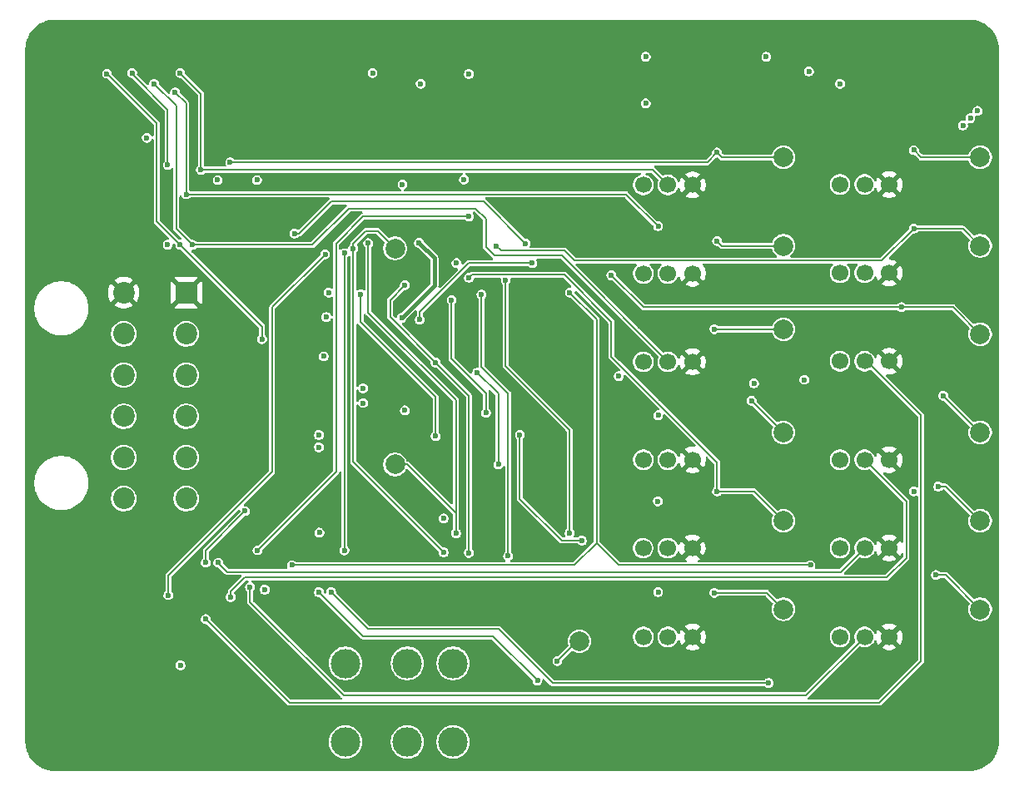
<source format=gbr>
%TF.GenerationSoftware,KiCad,Pcbnew,9.0.3*%
%TF.CreationDate,2025-12-22T22:43:45+07:00*%
%TF.ProjectId,BSPD v4 Rev 5,42535044-2076-4342-9052-657620352e6b,rev?*%
%TF.SameCoordinates,Original*%
%TF.FileFunction,Copper,L4,Bot*%
%TF.FilePolarity,Positive*%
%FSLAX46Y46*%
G04 Gerber Fmt 4.6, Leading zero omitted, Abs format (unit mm)*
G04 Created by KiCad (PCBNEW 9.0.3) date 2025-12-22 22:43:45*
%MOMM*%
%LPD*%
G01*
G04 APERTURE LIST*
G04 Aperture macros list*
%AMRoundRect*
0 Rectangle with rounded corners*
0 $1 Rounding radius*
0 $2 $3 $4 $5 $6 $7 $8 $9 X,Y pos of 4 corners*
0 Add a 4 corners polygon primitive as box body*
4,1,4,$2,$3,$4,$5,$6,$7,$8,$9,$2,$3,0*
0 Add four circle primitives for the rounded corners*
1,1,$1+$1,$2,$3*
1,1,$1+$1,$4,$5*
1,1,$1+$1,$6,$7*
1,1,$1+$1,$8,$9*
0 Add four rect primitives between the rounded corners*
20,1,$1+$1,$2,$3,$4,$5,0*
20,1,$1+$1,$4,$5,$6,$7,0*
20,1,$1+$1,$6,$7,$8,$9,0*
20,1,$1+$1,$8,$9,$2,$3,0*%
G04 Aperture macros list end*
%TA.AperFunction,ComponentPad*%
%ADD10C,0.800000*%
%TD*%
%TA.AperFunction,ComponentPad*%
%ADD11C,6.400000*%
%TD*%
%TA.AperFunction,ComponentPad*%
%ADD12C,1.700000*%
%TD*%
%TA.AperFunction,ComponentPad*%
%ADD13RoundRect,0.150000X0.960000X-0.950000X0.960000X0.950000X-0.960000X0.950000X-0.960000X-0.950000X0*%
%TD*%
%TA.AperFunction,ComponentPad*%
%ADD14C,2.200000*%
%TD*%
%TA.AperFunction,ComponentPad*%
%ADD15C,3.000000*%
%TD*%
%TA.AperFunction,SMDPad,CuDef*%
%ADD16C,2.000000*%
%TD*%
%TA.AperFunction,ViaPad*%
%ADD17C,0.600000*%
%TD*%
%TA.AperFunction,Conductor*%
%ADD18C,0.400000*%
%TD*%
%TA.AperFunction,Conductor*%
%ADD19C,0.200000*%
%TD*%
G04 APERTURE END LIST*
D10*
%TO.P,H4,1,1*%
%TO.N,GND*%
X234950000Y-141000000D03*
X235652944Y-139302944D03*
X235652944Y-142697056D03*
X237350000Y-138600000D03*
D11*
X237350000Y-141000000D03*
D10*
X237350000Y-143400000D03*
X239047056Y-139302944D03*
X239047056Y-142697056D03*
X239750000Y-141000000D03*
%TD*%
D12*
%TO.P,RV2,1,1*%
%TO.N,+5V*%
X204500000Y-93805000D03*
%TO.P,RV2,2,2*%
%TO.N,Net-(U1B--)*%
X207000000Y-93805000D03*
%TO.P,RV2,3,3*%
%TO.N,GND*%
X209500000Y-93805000D03*
%TD*%
D13*
%TO.P,J1,1,1*%
%TO.N,GND*%
X158000000Y-95770000D03*
D14*
%TO.P,J1,2,2*%
%TO.N,Net-(J1-Pad2)*%
X158000000Y-99960000D03*
%TO.P,J1,3,3*%
%TO.N,Net-(J1-Pad3)*%
X158000000Y-104150000D03*
%TO.P,J1,4,4*%
%TO.N,Net-(J1-Pad4)*%
X158000000Y-108350000D03*
%TO.P,J1,5,5*%
%TO.N,Net-(J1-Pad5)*%
X158000000Y-112540000D03*
%TO.P,J1,6,6*%
%TO.N,+5V*%
X158000000Y-116730000D03*
%TO.P,J1,7,7*%
%TO.N,+12V*%
X151650000Y-116730000D03*
%TO.P,J1,8,8*%
%TO.N,BSPD_status(12V)*%
X151650000Y-112540000D03*
%TO.P,J1,9,9*%
%TO.N,Relay_com*%
X151650000Y-108350000D03*
%TO.P,J1,10,10*%
%TO.N,Relay_NO*%
X151650000Y-104150000D03*
%TO.P,J1,11,11*%
%TO.N,Relay_NC*%
X151650000Y-99960000D03*
%TO.P,J1,12,12*%
%TO.N,GND*%
X151650000Y-95770000D03*
%TD*%
D15*
%TO.P,U23,1,COM*%
%TO.N,Relay_com*%
X174200000Y-133500000D03*
X174200000Y-141500000D03*
%TO.P,U23,2*%
%TO.N,BSPD_status(12V)*%
X180500000Y-141500000D03*
%TO.P,U23,3,NO*%
%TO.N,Relay_NO*%
X185150000Y-141500000D03*
%TO.P,U23,4,NC*%
%TO.N,Relay_NC*%
X185150000Y-133500000D03*
%TO.P,U23,5*%
%TO.N,+12V*%
X180500000Y-133500000D03*
%TD*%
D12*
%TO.P,RV3,1,1*%
%TO.N,+12V*%
X204500000Y-102800000D03*
%TO.P,RV3,2,2*%
%TO.N,Net-(U1C--)*%
X207000000Y-102800000D03*
%TO.P,RV3,3,3*%
%TO.N,GND*%
X209500000Y-102800000D03*
%TD*%
%TO.P,RV7,1,1*%
%TO.N,+5V*%
X224500000Y-84750000D03*
%TO.P,RV7,2,2*%
%TO.N,Net-(U2C--)*%
X227000000Y-84750000D03*
%TO.P,RV7,3,3*%
%TO.N,GND*%
X229500000Y-84750000D03*
%TD*%
D10*
%TO.P,H2,1,1*%
%TO.N,GND*%
X234950000Y-71400000D03*
X235652944Y-69702944D03*
X235652944Y-73097056D03*
X237350000Y-69000000D03*
D11*
X237350000Y-71400000D03*
D10*
X237350000Y-73800000D03*
X239047056Y-69702944D03*
X239047056Y-73097056D03*
X239750000Y-71400000D03*
%TD*%
%TO.P,H3,1,1*%
%TO.N,GND*%
X142600000Y-141000000D03*
X143302944Y-139302944D03*
X143302944Y-142697056D03*
X145000000Y-138600000D03*
D11*
X145000000Y-141000000D03*
D10*
X145000000Y-143400000D03*
X146697056Y-139302944D03*
X146697056Y-142697056D03*
X147400000Y-141000000D03*
%TD*%
D12*
%TO.P,RV4,1,1*%
%TO.N,+5V*%
X204500000Y-112780000D03*
%TO.P,RV4,2,2*%
%TO.N,Net-(U1D--)*%
X207000000Y-112780000D03*
%TO.P,RV4,3,3*%
%TO.N,GND*%
X209500000Y-112780000D03*
%TD*%
%TO.P,RV12,1,1*%
%TO.N,+12V*%
X224500000Y-130800000D03*
%TO.P,RV12,2,2*%
%TO.N,Net-(U3D--)*%
X227000000Y-130800000D03*
%TO.P,RV12,3,3*%
%TO.N,GND*%
X229500000Y-130800000D03*
%TD*%
%TO.P,RV11,1,1*%
%TO.N,+5V*%
X224500000Y-121750000D03*
%TO.P,RV11,2,2*%
%TO.N,Net-(U3C--)*%
X227000000Y-121750000D03*
%TO.P,RV11,3,3*%
%TO.N,GND*%
X229500000Y-121750000D03*
%TD*%
D10*
%TO.P,H1,1,1*%
%TO.N,GND*%
X142600000Y-71400000D03*
X143302944Y-69702944D03*
X143302944Y-73097056D03*
X145000000Y-69000000D03*
D11*
X145000000Y-71400000D03*
D10*
X145000000Y-73800000D03*
X146697056Y-69702944D03*
X146697056Y-73097056D03*
X147400000Y-71400000D03*
%TD*%
D12*
%TO.P,RV8,1,1*%
%TO.N,+5V*%
X224500000Y-93750000D03*
%TO.P,RV8,2,2*%
%TO.N,Net-(U2D--)*%
X227000000Y-93750000D03*
%TO.P,RV8,3,3*%
%TO.N,GND*%
X229500000Y-93750000D03*
%TD*%
%TO.P,RV6,1,1*%
%TO.N,+12V*%
X204500000Y-130810000D03*
%TO.P,RV6,2,2*%
%TO.N,Net-(U2B--)*%
X207000000Y-130810000D03*
%TO.P,RV6,3,3*%
%TO.N,GND*%
X209500000Y-130810000D03*
%TD*%
%TO.P,RV10,1,1*%
%TO.N,+5V*%
X224500000Y-112765000D03*
%TO.P,RV10,2,2*%
%TO.N,Net-(U3B--)*%
X227000000Y-112765000D03*
%TO.P,RV10,3,3*%
%TO.N,GND*%
X229500000Y-112765000D03*
%TD*%
%TO.P,RV1,1,1*%
%TO.N,+5V*%
X204500000Y-84800000D03*
%TO.P,RV1,2,2*%
%TO.N,Net-(U1A--)*%
X207000000Y-84800000D03*
%TO.P,RV1,3,3*%
%TO.N,GND*%
X209500000Y-84800000D03*
%TD*%
%TO.P,RV5,1,1*%
%TO.N,+5V*%
X204475000Y-121770000D03*
%TO.P,RV5,2,2*%
%TO.N,Net-(U2A--)*%
X206975000Y-121770000D03*
%TO.P,RV5,3,3*%
%TO.N,GND*%
X209475000Y-121770000D03*
%TD*%
%TO.P,RV9,1,1*%
%TO.N,+12V*%
X224500000Y-102740000D03*
%TO.P,RV9,2,2*%
%TO.N,Net-(U3A--)*%
X227000000Y-102740000D03*
%TO.P,RV9,3,3*%
%TO.N,GND*%
X229500000Y-102740000D03*
%TD*%
D16*
%TO.P,TP32,1,1*%
%TO.N,Net-(U21C-3B)*%
X179250000Y-113250000D03*
%TD*%
%TO.P,TP20,1,1*%
%TO.N,TPS2_sense*%
X218750000Y-110000000D03*
%TD*%
%TO.P,TP25,1,1*%
%TO.N,BRK1_over*%
X238750000Y-100000000D03*
%TD*%
%TO.P,TP26,1,1*%
%TO.N,BRK2_sense*%
X238750000Y-110000000D03*
%TD*%
%TO.P,TP27,1,1*%
%TO.N,BRK2_con*%
X238750000Y-119000000D03*
%TD*%
%TO.P,TP28,1,1*%
%TO.N,BRK2_over*%
X238750000Y-128000000D03*
%TD*%
%TO.P,TP18,1,1*%
%TO.N,TPS1_con*%
X218750000Y-91000000D03*
%TD*%
%TO.P,TP22,1,1*%
%TO.N,TPS2_over*%
X218750000Y-128000000D03*
%TD*%
%TO.P,TP21,1,1*%
%TO.N,TPS2_con*%
X218750000Y-119000000D03*
%TD*%
%TO.P,TP31,1,1*%
%TO.N,Net-(U21C-3A)*%
X179250000Y-91250000D03*
%TD*%
%TO.P,TP23,1,1*%
%TO.N,BRK1_sense*%
X238750000Y-82000000D03*
%TD*%
%TO.P,TP34,1,1*%
%TO.N,Logic_state*%
X198000000Y-131250000D03*
%TD*%
%TO.P,TP19,1,1*%
%TO.N,TPS1_over*%
X218750000Y-99500000D03*
%TD*%
%TO.P,TP24,1,1*%
%TO.N,BRK1_con*%
X238750000Y-91000000D03*
%TD*%
%TO.P,TP17,1,1*%
%TO.N,TPS1_sense*%
X218750000Y-82000000D03*
%TD*%
D17*
%TO.N,GND*%
X196750000Y-74000000D03*
X190750000Y-127200000D03*
X200500000Y-74000000D03*
X200500000Y-80750000D03*
X207250000Y-79250000D03*
X169950000Y-128800000D03*
X201250000Y-80750000D03*
X169300000Y-115750000D03*
X177400000Y-111200000D03*
X190300000Y-85000000D03*
X200500000Y-81500000D03*
X193850000Y-87150000D03*
X195250000Y-75500000D03*
X198250000Y-78500000D03*
X201250000Y-76250000D03*
X195250000Y-79250000D03*
X195250000Y-80750000D03*
X191500000Y-78500000D03*
X194500000Y-75500000D03*
X199000000Y-77000000D03*
X171450000Y-128050000D03*
X201250000Y-77000000D03*
X195800000Y-138450000D03*
X193450000Y-101800000D03*
X186250000Y-78500000D03*
X179000000Y-78500000D03*
X202750000Y-77750000D03*
X175900000Y-112700000D03*
X202000000Y-75500000D03*
X167000000Y-77000000D03*
X196750000Y-75500000D03*
X169300000Y-108750000D03*
X206500000Y-79250000D03*
X197500000Y-75500000D03*
X175900000Y-111950000D03*
X172250000Y-81250000D03*
X192250000Y-128700000D03*
X194500000Y-78500000D03*
X199750000Y-77000000D03*
X193850000Y-120650000D03*
X158750000Y-80000000D03*
X196750000Y-77750000D03*
X187750000Y-77000000D03*
X203750000Y-139850000D03*
X202000000Y-81500000D03*
X199000000Y-80000000D03*
X210250000Y-79250000D03*
X193000000Y-78500000D03*
X199750000Y-74000000D03*
X188000000Y-121850000D03*
X196000000Y-78500000D03*
X201250000Y-81500000D03*
X188500000Y-77750000D03*
X198300000Y-106250000D03*
X200500000Y-76250000D03*
X200550000Y-108200000D03*
X197500000Y-73250000D03*
X192250000Y-127950000D03*
X206500000Y-78500000D03*
X167750000Y-77000000D03*
X199000000Y-99750000D03*
X202750000Y-80750000D03*
X180450000Y-121900000D03*
X191500000Y-127950000D03*
X199000000Y-76250000D03*
X169400000Y-88750000D03*
X196750000Y-78500000D03*
X198550000Y-101900000D03*
X189250000Y-78500000D03*
X201250000Y-75500000D03*
X197500000Y-76250000D03*
X170700000Y-129550000D03*
X189350000Y-95950000D03*
X201250000Y-80000000D03*
X187000000Y-77750000D03*
X176650000Y-117000000D03*
X197500000Y-79250000D03*
X199000000Y-78500000D03*
X177500000Y-77000000D03*
X199750000Y-80750000D03*
X188350000Y-113000000D03*
X193600000Y-99500000D03*
X184350000Y-113050000D03*
X205750000Y-79250000D03*
X204250000Y-78500000D03*
X185500000Y-91000000D03*
X199750000Y-76250000D03*
X193000000Y-77750000D03*
X167750000Y-78500000D03*
X198250000Y-81500000D03*
X199000000Y-77750000D03*
X202750000Y-77000000D03*
X198250000Y-77750000D03*
X196750000Y-77000000D03*
X208750000Y-79250000D03*
X200500000Y-78500000D03*
X196000000Y-74000000D03*
X179000000Y-77000000D03*
X197500000Y-78500000D03*
X199000000Y-101250000D03*
X190000000Y-77000000D03*
X201250000Y-78500000D03*
X179060000Y-94212500D03*
X201250000Y-77750000D03*
X198250000Y-73250000D03*
X178250000Y-77750000D03*
X202000000Y-80750000D03*
X196000000Y-81500000D03*
X190750000Y-77750000D03*
X196000000Y-75500000D03*
X202750000Y-81500000D03*
X181150000Y-127950000D03*
X196750000Y-74750000D03*
X196000000Y-77750000D03*
X195900000Y-101850000D03*
X219500000Y-138450000D03*
X197500000Y-74000000D03*
X194500000Y-80000000D03*
X160950000Y-87250000D03*
X201250000Y-79250000D03*
X170700000Y-128050000D03*
X175400000Y-122050000D03*
X199000000Y-74000000D03*
X196750000Y-76250000D03*
X202000000Y-77750000D03*
X183400000Y-84950000D03*
X198300000Y-117000000D03*
X172650000Y-91150000D03*
X190000000Y-78500000D03*
X209500000Y-78500000D03*
X196000000Y-77000000D03*
X194500000Y-79250000D03*
X194500000Y-80750000D03*
X199000000Y-81500000D03*
X196750000Y-79250000D03*
X199000000Y-79250000D03*
X187750000Y-78500000D03*
X193750000Y-78500000D03*
X158750000Y-125000000D03*
X190750000Y-128700000D03*
X202750000Y-78500000D03*
X177500000Y-77750000D03*
X214350000Y-119000000D03*
X208000000Y-79250000D03*
X202000000Y-79250000D03*
X167800000Y-100300000D03*
X169950000Y-128050000D03*
X199750000Y-73250000D03*
X196000000Y-79250000D03*
X197500000Y-77750000D03*
X187000000Y-78500000D03*
X177400000Y-111950000D03*
X198250000Y-80000000D03*
X199750000Y-79250000D03*
X199550000Y-125550000D03*
X196750000Y-80750000D03*
X198250000Y-80750000D03*
X200500000Y-75500000D03*
X185500000Y-78500000D03*
X210250000Y-78500000D03*
X186700000Y-91000000D03*
X188500000Y-78500000D03*
X191500000Y-77750000D03*
X197650000Y-87150000D03*
X199750000Y-80000000D03*
X194500000Y-74750000D03*
X209750000Y-116600000D03*
X188500000Y-77000000D03*
X170750000Y-81250000D03*
X195250000Y-78500000D03*
X169200000Y-103750000D03*
X195250000Y-77000000D03*
X197500000Y-80750000D03*
X205750000Y-78500000D03*
X193750000Y-77000000D03*
X167000000Y-77750000D03*
X195250000Y-74000000D03*
X192250000Y-127200000D03*
X194050000Y-114450000D03*
X196000000Y-74750000D03*
X200500000Y-74750000D03*
X193750000Y-77750000D03*
X198250000Y-76250000D03*
X199750000Y-77750000D03*
X169950000Y-129550000D03*
X193000000Y-77000000D03*
X187000000Y-77000000D03*
X197500000Y-74750000D03*
X199750000Y-81500000D03*
X187750000Y-77750000D03*
X195250000Y-76250000D03*
X198250000Y-74750000D03*
X208750000Y-78500000D03*
X208000000Y-78500000D03*
X199000000Y-74750000D03*
X191500000Y-77000000D03*
X199000000Y-100500000D03*
X195250000Y-74750000D03*
X202000000Y-77000000D03*
X207250000Y-78500000D03*
X199000000Y-75500000D03*
X205000000Y-79250000D03*
X199750000Y-78500000D03*
X198250000Y-75500000D03*
X179000000Y-77750000D03*
X186250000Y-77750000D03*
X190750000Y-77000000D03*
X174100000Y-90850000D03*
X197500000Y-80000000D03*
X190000000Y-77750000D03*
X205000000Y-78500000D03*
X170700000Y-128800000D03*
X201250000Y-74750000D03*
X196000000Y-76250000D03*
X202000000Y-76250000D03*
X176650000Y-122050000D03*
X195250000Y-77750000D03*
X200500000Y-80000000D03*
X200500000Y-79250000D03*
X197500000Y-77000000D03*
X171450000Y-129550000D03*
X178250000Y-77000000D03*
X198250000Y-77000000D03*
X200500000Y-77000000D03*
X171450000Y-128800000D03*
X194500000Y-77750000D03*
X189250000Y-77750000D03*
X191500000Y-127200000D03*
X191500000Y-128700000D03*
X199000000Y-80750000D03*
X195250000Y-80000000D03*
X159500000Y-133950000D03*
X192250000Y-77750000D03*
X168500000Y-77000000D03*
X199000000Y-73250000D03*
X194400000Y-116800000D03*
X190750000Y-127950000D03*
X176650000Y-111950000D03*
X196000000Y-80000000D03*
X194500000Y-76250000D03*
X209500000Y-79250000D03*
X176650000Y-111200000D03*
X177500000Y-78500000D03*
X168500000Y-78500000D03*
X202000000Y-78500000D03*
X199750000Y-75500000D03*
X196000000Y-80750000D03*
X197500000Y-81500000D03*
X194500000Y-77000000D03*
X176650000Y-112700000D03*
X168500000Y-77750000D03*
X171500000Y-81250000D03*
X171700000Y-113000000D03*
X192250000Y-77000000D03*
X202000000Y-80000000D03*
X167750000Y-77750000D03*
X196750000Y-80000000D03*
X202750000Y-80000000D03*
X196000000Y-73250000D03*
X189250000Y-77000000D03*
X195250000Y-81500000D03*
X199750000Y-74750000D03*
X196750000Y-73250000D03*
X196750000Y-81500000D03*
X167550000Y-98350000D03*
X192250000Y-78500000D03*
X203500000Y-78500000D03*
X200500000Y-77750000D03*
X204250000Y-79250000D03*
X202750000Y-76250000D03*
X167000000Y-78500000D03*
X202750000Y-79250000D03*
X198250000Y-74000000D03*
X198250000Y-79250000D03*
X203500000Y-79250000D03*
X190750000Y-78500000D03*
X175900000Y-111200000D03*
X178250000Y-78500000D03*
%TO.N,+5V*%
X181690000Y-90690000D03*
X187593750Y-103906250D03*
X166000000Y-126000000D03*
X171555000Y-120195000D03*
X189750000Y-113250000D03*
X179930000Y-98320000D03*
X157440000Y-133690000D03*
X180250000Y-107750000D03*
%TO.N,BRK2*%
X160000000Y-123250000D03*
X164000000Y-118000000D03*
X204750000Y-76500000D03*
%TO.N,BRK1*%
X204750000Y-71750000D03*
X176000000Y-107000000D03*
%TO.N,TPS2*%
X157400000Y-90900000D03*
X165712500Y-100500000D03*
X149948132Y-73473554D03*
%TO.N,+12V*%
X184190000Y-118750000D03*
X161210000Y-84300000D03*
X215750000Y-105000000D03*
X172250000Y-98250000D03*
X154000000Y-80000000D03*
%TO.N,TPS1*%
X152500000Y-73400000D03*
X156130000Y-82750000D03*
%TO.N,Net-(U27A-+)*%
X186750000Y-122250000D03*
X183370000Y-102870000D03*
X180250000Y-95000000D03*
X180000000Y-84750000D03*
%TO.N,Net-(U1A--)*%
X157392857Y-73392857D03*
X159500000Y-83250000D03*
%TO.N,Net-(U1B--)*%
X156875000Y-75375000D03*
X206000000Y-89000000D03*
X158000000Y-85750000D03*
%TO.N,Net-(U2A--)*%
X176000000Y-105500000D03*
X205975000Y-117000000D03*
X181857143Y-74500000D03*
%TO.N,Net-(U2B--)*%
X206000000Y-126250000D03*
X172000000Y-102250000D03*
X186750000Y-73500000D03*
%TO.N,Net-(U27B-+)*%
X188500000Y-108000000D03*
X185000000Y-96500000D03*
X186250000Y-84250000D03*
%TO.N,Logic_state*%
X195750000Y-133250000D03*
X193725000Y-135250000D03*
X171500000Y-126250000D03*
%TO.N,Net-(U1C--)*%
X158670000Y-90900000D03*
X154750000Y-74500000D03*
%TO.N,Net-(U2C--)*%
X171500000Y-111500000D03*
X217000000Y-71750000D03*
%TO.N,Net-(U3A--)*%
X160000000Y-129000000D03*
X224500000Y-74500000D03*
%TO.N,Net-(U3B--)*%
X237000000Y-78750000D03*
X162540000Y-126750000D03*
%TO.N,Net-(U3C--)*%
X161270000Y-123250000D03*
X237750000Y-78000000D03*
%TO.N,Net-(U1D--)*%
X176964286Y-73400000D03*
X156130000Y-90870000D03*
X206000000Y-108250000D03*
%TO.N,Net-(U2D--)*%
X221333333Y-73250000D03*
X171500000Y-110250000D03*
%TO.N,Net-(U3D--)*%
X164500000Y-125750000D03*
X238483662Y-77266338D03*
%TO.N,TPS1_sense*%
X162480000Y-82500000D03*
X212000000Y-81500000D03*
%TO.N,TPS1_con*%
X165200000Y-84300000D03*
X212000000Y-90500000D03*
X185500000Y-92750000D03*
%TO.N,TPS1_over*%
X169000000Y-89750000D03*
X192500000Y-90750000D03*
X211725000Y-99475000D03*
%TO.N,TPS2_sense*%
X215500000Y-106750000D03*
X202000000Y-104250000D03*
X172500000Y-95750000D03*
%TO.N,TPS2_con*%
X186770000Y-94250000D03*
X212000000Y-116000000D03*
%TO.N,TPS2_over*%
X193210000Y-92750000D03*
X211725000Y-126310000D03*
X181750000Y-98500000D03*
%TO.N,BRK1_sense*%
X232000000Y-81250000D03*
X175750000Y-95940000D03*
X183370000Y-110380000D03*
%TO.N,BRK1_con*%
X232000000Y-89250000D03*
X189500000Y-91000000D03*
%TO.N,BRK1_over*%
X201250000Y-94000000D03*
X230750000Y-97250000D03*
%TO.N,BRK2_sense*%
X220875000Y-104625000D03*
X235000000Y-106250000D03*
X156190000Y-126560000D03*
X172132230Y-91867771D03*
%TO.N,BRK2_con*%
X186770000Y-88000000D03*
X165262500Y-121987500D03*
X234500000Y-115500000D03*
X232000000Y-116000000D03*
%TO.N,BRK2_over*%
X197020000Y-95750000D03*
X221500000Y-123500000D03*
X234250000Y-124500000D03*
X168750000Y-123500000D03*
%TO.N,Net-(U21C-3A)*%
X175000000Y-91250000D03*
X184190000Y-122190000D03*
%TO.N,Net-(U21C-3B)*%
X176520000Y-90730000D03*
X185460000Y-120250000D03*
%TO.N,Net-(U21C-3Y)*%
X217225000Y-135500000D03*
X174095000Y-122000000D03*
X174095000Y-91750000D03*
X172750000Y-126250000D03*
%TO.N,Net-(U17B-2Y)*%
X190750000Y-122560000D03*
X188040000Y-95960000D03*
%TO.N,Net-(U17C-3Y)*%
X197000000Y-120250000D03*
X190500000Y-94500000D03*
%TO.N,Net-(U18-Pad6)*%
X198250000Y-121000000D03*
X191940000Y-110250000D03*
%TD*%
D18*
%TO.N,+5V*%
X183250000Y-92250000D02*
X181690000Y-90690000D01*
D19*
X189750000Y-106062500D02*
X187593750Y-103906250D01*
X189750000Y-113250000D02*
X189750000Y-106062500D01*
D18*
X179930000Y-98320000D02*
X183250000Y-95000000D01*
X183250000Y-95000000D02*
X183250000Y-92250000D01*
D19*
%TO.N,BRK2*%
X160000000Y-123250000D02*
X160000000Y-122000000D01*
X160000000Y-122000000D02*
X164000000Y-118000000D01*
%TO.N,TPS2*%
X165712500Y-100500000D02*
X165712500Y-99212500D01*
X155000000Y-78500000D02*
X150000000Y-73500000D01*
X155000000Y-88500000D02*
X155000000Y-78500000D01*
X157400000Y-90900000D02*
X155000000Y-88500000D01*
X165712500Y-99212500D02*
X157400000Y-90900000D01*
%TO.N,TPS1*%
X152500000Y-73500000D02*
X156130000Y-77130000D01*
X152500000Y-73400000D02*
X152500000Y-73500000D01*
X156130000Y-77130000D02*
X156130000Y-82750000D01*
%TO.N,Net-(U27A-+)*%
X178750000Y-98250000D02*
X178750000Y-96500000D01*
X178750000Y-96500000D02*
X180250000Y-95000000D01*
X186750000Y-122250000D02*
X186750000Y-106250000D01*
X186750000Y-106250000D02*
X183370000Y-102870000D01*
X183370000Y-102870000D02*
X178750000Y-98250000D01*
%TO.N,Net-(U1A--)*%
X159500000Y-75500000D02*
X157392857Y-73392857D01*
X159500000Y-83250000D02*
X205450000Y-83250000D01*
X205450000Y-83250000D02*
X207000000Y-84800000D01*
X159500000Y-83250000D02*
X159500000Y-75500000D01*
%TO.N,Net-(U1B--)*%
X158000000Y-85750000D02*
X202750000Y-85750000D01*
X158000000Y-76500000D02*
X158000000Y-85750000D01*
X202750000Y-85750000D02*
X206000000Y-89000000D01*
X156875000Y-75375000D02*
X158000000Y-76500000D01*
%TO.N,Net-(U27B-+)*%
X188500000Y-106000000D02*
X188500000Y-108000000D01*
X185000000Y-96500000D02*
X185000000Y-102500000D01*
X185000000Y-102500000D02*
X188500000Y-106000000D01*
%TO.N,Logic_state*%
X195750000Y-133250000D02*
X197750000Y-131250000D01*
X189225000Y-130750000D02*
X193725000Y-135250000D01*
X176000000Y-130750000D02*
X189225000Y-130750000D01*
X197750000Y-131250000D02*
X198000000Y-131250000D01*
X171500000Y-126250000D02*
X176000000Y-130750000D01*
%TO.N,Net-(U1C--)*%
X174561000Y-87189000D02*
X187439000Y-87189000D01*
X188500000Y-88250000D02*
X188500000Y-91139000D01*
X158670000Y-90900000D02*
X157000000Y-89230000D01*
X187439000Y-87189000D02*
X188500000Y-88250000D01*
X188500000Y-91139000D02*
X189361000Y-92000000D01*
X189361000Y-92000000D02*
X196200000Y-92000000D01*
X157000000Y-89230000D02*
X157000000Y-76750000D01*
X158670000Y-90900000D02*
X170850000Y-90900000D01*
X157000000Y-76750000D02*
X154750000Y-74500000D01*
X196200000Y-92000000D02*
X207000000Y-102800000D01*
X170850000Y-90900000D02*
X174561000Y-87189000D01*
%TO.N,Net-(U3A--)*%
X228500000Y-137500000D02*
X232750000Y-133250000D01*
X168500000Y-137500000D02*
X228500000Y-137500000D01*
X160000000Y-129000000D02*
X168500000Y-137500000D01*
X232750000Y-133250000D02*
X232750000Y-108250000D01*
X232750000Y-108250000D02*
X227240000Y-102740000D01*
X227240000Y-102740000D02*
X227000000Y-102740000D01*
%TO.N,Net-(U3B--)*%
X162540000Y-126210000D02*
X162540000Y-126750000D01*
X231250000Y-117015000D02*
X231250000Y-122750000D01*
X164000000Y-124750000D02*
X162540000Y-126210000D01*
X231250000Y-122750000D02*
X229250000Y-124750000D01*
X227000000Y-112765000D02*
X231250000Y-117015000D01*
X229250000Y-124750000D02*
X164000000Y-124750000D01*
%TO.N,Net-(U3C--)*%
X161270000Y-123270000D02*
X162190000Y-124190000D01*
X161270000Y-123250000D02*
X161270000Y-123270000D01*
X162190000Y-124190000D02*
X224560000Y-124190000D01*
X224560000Y-124190000D02*
X227000000Y-121750000D01*
%TO.N,Net-(U3D--)*%
X221050000Y-136750000D02*
X227000000Y-130800000D01*
X164500000Y-127250000D02*
X174000000Y-136750000D01*
X174000000Y-136750000D02*
X221050000Y-136750000D01*
X164500000Y-125750000D02*
X164500000Y-127250000D01*
%TO.N,TPS1_sense*%
X162480000Y-82500000D02*
X211000000Y-82500000D01*
X212500000Y-82000000D02*
X212000000Y-81500000D01*
X211000000Y-82500000D02*
X212000000Y-81500000D01*
X162480000Y-82500000D02*
X162480000Y-82690000D01*
X218750000Y-82000000D02*
X212500000Y-82000000D01*
%TO.N,TPS1_con*%
X212500000Y-91000000D02*
X212000000Y-90500000D01*
X218750000Y-91000000D02*
X212500000Y-91000000D01*
%TO.N,TPS1_over*%
X211750000Y-99500000D02*
X211725000Y-99475000D01*
X218750000Y-99500000D02*
X211750000Y-99500000D01*
X169000000Y-89750000D02*
X169500000Y-89750000D01*
X172750000Y-86500000D02*
X188250000Y-86500000D01*
X188250000Y-86500000D02*
X192500000Y-90750000D01*
X169500000Y-89750000D02*
X172750000Y-86500000D01*
%TO.N,TPS2_sense*%
X215500000Y-106750000D02*
X218750000Y-110000000D01*
%TO.N,TPS2_con*%
X187081000Y-93939000D02*
X186770000Y-94250000D01*
X218750000Y-119000000D02*
X215750000Y-116000000D01*
X196470563Y-93939000D02*
X187081000Y-93939000D01*
X212000000Y-113028669D02*
X201250000Y-102278669D01*
X215750000Y-116000000D02*
X212000000Y-116000000D01*
X201250000Y-102278669D02*
X201250000Y-98718437D01*
X212000000Y-116000000D02*
X212000000Y-113028669D01*
X201250000Y-98718437D02*
X196470563Y-93939000D01*
%TO.N,TPS2_over*%
X186750000Y-92750000D02*
X193210000Y-92750000D01*
X181750000Y-97750000D02*
X186750000Y-92750000D01*
X217060000Y-126310000D02*
X211725000Y-126310000D01*
X181750000Y-98500000D02*
X181750000Y-97750000D01*
X218750000Y-128000000D02*
X217060000Y-126310000D01*
%TO.N,BRK1_sense*%
X232750000Y-82000000D02*
X232000000Y-81250000D01*
X175750000Y-98750000D02*
X183370000Y-106370000D01*
X183370000Y-106370000D02*
X183370000Y-110380000D01*
X175750000Y-95940000D02*
X175750000Y-98750000D01*
X238750000Y-82000000D02*
X232750000Y-82000000D01*
%TO.N,BRK1_con*%
X189500000Y-91000000D02*
X190000000Y-91500000D01*
X197490000Y-92490000D02*
X228760000Y-92490000D01*
X238750000Y-91000000D02*
X237000000Y-89250000D01*
X237000000Y-89250000D02*
X232000000Y-89250000D01*
X196500000Y-91500000D02*
X197490000Y-92490000D01*
X190000000Y-91500000D02*
X196500000Y-91500000D01*
X228760000Y-92490000D02*
X232000000Y-89250000D01*
%TO.N,BRK1_over*%
X236000000Y-97250000D02*
X230750000Y-97250000D01*
X204500000Y-97250000D02*
X230750000Y-97250000D01*
X201250000Y-94000000D02*
X204500000Y-97250000D01*
X238750000Y-100000000D02*
X236000000Y-97250000D01*
%TO.N,BRK2_sense*%
X156190000Y-124560000D02*
X156190000Y-126560000D01*
X238750000Y-110000000D02*
X235000000Y-106250000D01*
X172132230Y-91867771D02*
X166750000Y-97250000D01*
X166750000Y-114000000D02*
X156190000Y-124560000D01*
X166750000Y-97250000D02*
X166750000Y-114000000D01*
%TO.N,BRK2_con*%
X186770000Y-88000000D02*
X176000000Y-88000000D01*
X173250000Y-114000000D02*
X165262500Y-121987500D01*
X173250000Y-90750000D02*
X173250000Y-114000000D01*
X176000000Y-88000000D02*
X173250000Y-90750000D01*
X235250000Y-115500000D02*
X234500000Y-115500000D01*
X238750000Y-119000000D02*
X235250000Y-115500000D01*
%TO.N,BRK2_over*%
X199750000Y-121250000D02*
X199750000Y-98480000D01*
X221500000Y-123500000D02*
X221499999Y-123500000D01*
X235250000Y-124500000D02*
X234250000Y-124500000D01*
X168750000Y-123500000D02*
X197500000Y-123500000D01*
X238750000Y-128000000D02*
X235250000Y-124500000D01*
X199750000Y-121250000D02*
X202000000Y-123500000D01*
X197500000Y-123500000D02*
X199750000Y-121250000D01*
X202000000Y-123500000D02*
X221500000Y-123500000D01*
X199750000Y-98480000D02*
X197020000Y-95750000D01*
%TO.N,Net-(U21C-3A)*%
X175000000Y-113000000D02*
X184190000Y-122190000D01*
X179250000Y-91250000D02*
X177500000Y-89500000D01*
X175000000Y-91250000D02*
X175000000Y-113000000D01*
X176250000Y-89500000D02*
X175000000Y-90750000D01*
X177500000Y-89500000D02*
X176250000Y-89500000D01*
X175000000Y-90750000D02*
X175000000Y-91250000D01*
%TO.N,Net-(U21C-3B)*%
X176520000Y-97770000D02*
X176520000Y-90730000D01*
X185460000Y-106710000D02*
X176520000Y-97770000D01*
X179250000Y-113250000D02*
X180500000Y-113250000D01*
X185460000Y-120250000D02*
X185460000Y-106710000D01*
X180500000Y-113250000D02*
X185460000Y-118210000D01*
X185460000Y-118210000D02*
X185460000Y-120250000D01*
%TO.N,Net-(U21C-3Y)*%
X189750000Y-130000000D02*
X195250000Y-135500000D01*
X174095000Y-91750000D02*
X174095000Y-122000000D01*
X195250000Y-135500000D02*
X217225000Y-135500000D01*
X176500000Y-130000000D02*
X189750000Y-130000000D01*
X172750000Y-126250000D02*
X176500000Y-130000000D01*
%TO.N,Net-(U17B-2Y)*%
X190750000Y-122560000D02*
X190750000Y-106000000D01*
X188040000Y-103290000D02*
X188040000Y-95960000D01*
X190750000Y-106000000D02*
X188040000Y-103290000D01*
%TO.N,Net-(U17C-3Y)*%
X197000000Y-120250000D02*
X197000000Y-109750000D01*
X197000000Y-109750000D02*
X190500000Y-103250000D01*
X190500000Y-103250000D02*
X190500000Y-94500000D01*
%TO.N,Net-(U18-Pad6)*%
X196206626Y-121000000D02*
X191940000Y-116733374D01*
X191940000Y-116733374D02*
X191940000Y-110250000D01*
X198250000Y-121000000D02*
X196206626Y-121000000D01*
%TD*%
%TA.AperFunction,Conductor*%
%TO.N,GND*%
G36*
X230615270Y-122511717D02*
G01*
X230615270Y-122511716D01*
X230654622Y-122457554D01*
X230715015Y-122339028D01*
X230762990Y-122288232D01*
X230830811Y-122271437D01*
X230896946Y-122293974D01*
X230940397Y-122348690D01*
X230949500Y-122395323D01*
X230949500Y-122574167D01*
X230929815Y-122641206D01*
X230913181Y-122661848D01*
X229161848Y-124413181D01*
X229100525Y-124446666D01*
X229074167Y-124449500D01*
X225024833Y-124449500D01*
X224957794Y-124429815D01*
X224912039Y-124377011D01*
X224902095Y-124307853D01*
X224931120Y-124244297D01*
X224937152Y-124237819D01*
X225310204Y-123864767D01*
X226437896Y-122737073D01*
X226499217Y-122703590D01*
X226568908Y-122708574D01*
X226573007Y-122710186D01*
X226693580Y-122760130D01*
X226811613Y-122783608D01*
X226896530Y-122800499D01*
X226896534Y-122800500D01*
X226896535Y-122800500D01*
X227103466Y-122800500D01*
X227103467Y-122800499D01*
X227306420Y-122760130D01*
X227497598Y-122680941D01*
X227669655Y-122565977D01*
X227815977Y-122419655D01*
X227930941Y-122247598D01*
X227976748Y-122137009D01*
X228020589Y-122082606D01*
X228086883Y-122060541D01*
X228154582Y-122077820D01*
X228202193Y-122128957D01*
X228209240Y-122146144D01*
X228248904Y-122268216D01*
X228345375Y-122457550D01*
X228384728Y-122511716D01*
X229057861Y-121838584D01*
X229080667Y-121923694D01*
X229139910Y-122026306D01*
X229223694Y-122110090D01*
X229326306Y-122169333D01*
X229411415Y-122192138D01*
X228738282Y-122865269D01*
X228738282Y-122865270D01*
X228792449Y-122904624D01*
X228981782Y-123001095D01*
X229183870Y-123066757D01*
X229393754Y-123100000D01*
X229606246Y-123100000D01*
X229816127Y-123066757D01*
X229816130Y-123066757D01*
X230018217Y-123001095D01*
X230207554Y-122904622D01*
X230261716Y-122865270D01*
X230261717Y-122865270D01*
X229588584Y-122192138D01*
X229673694Y-122169333D01*
X229776306Y-122110090D01*
X229860090Y-122026306D01*
X229919333Y-121923694D01*
X229942138Y-121838584D01*
X230615270Y-122511717D01*
G37*
%TD.AperFunction*%
%TA.AperFunction,Conductor*%
G36*
X157505703Y-85908493D02*
G01*
X157531887Y-85940206D01*
X157599497Y-86057310D01*
X157599499Y-86057312D01*
X157599500Y-86057314D01*
X157692686Y-86150500D01*
X157806814Y-86216392D01*
X157934108Y-86250500D01*
X157934110Y-86250500D01*
X158065890Y-86250500D01*
X158065892Y-86250500D01*
X158193186Y-86216392D01*
X158307314Y-86150500D01*
X158370995Y-86086819D01*
X158432318Y-86053334D01*
X158458676Y-86050500D01*
X172475167Y-86050500D01*
X172542206Y-86070185D01*
X172587961Y-86122989D01*
X172597905Y-86192147D01*
X172568880Y-86255703D01*
X172562848Y-86262181D01*
X169479102Y-89345926D01*
X169417779Y-89379411D01*
X169348087Y-89374427D01*
X169314829Y-89353053D01*
X169313760Y-89354447D01*
X169307316Y-89349502D01*
X169307314Y-89349500D01*
X169249103Y-89315892D01*
X169193187Y-89283608D01*
X169129539Y-89266554D01*
X169065892Y-89249500D01*
X168934108Y-89249500D01*
X168806812Y-89283608D01*
X168692686Y-89349500D01*
X168692683Y-89349502D01*
X168599502Y-89442683D01*
X168599500Y-89442686D01*
X168533608Y-89556812D01*
X168530025Y-89570185D01*
X168499500Y-89684108D01*
X168499500Y-89815892D01*
X168505107Y-89836819D01*
X168533608Y-89943187D01*
X168560902Y-89990460D01*
X168599500Y-90057314D01*
X168692686Y-90150500D01*
X168806814Y-90216392D01*
X168934108Y-90250500D01*
X168934110Y-90250500D01*
X169065890Y-90250500D01*
X169065892Y-90250500D01*
X169193186Y-90216392D01*
X169307314Y-90150500D01*
X169370995Y-90086819D01*
X169432318Y-90053334D01*
X169458676Y-90050500D01*
X169539560Y-90050500D01*
X169539562Y-90050500D01*
X169615989Y-90030021D01*
X169684511Y-89990460D01*
X169740460Y-89934511D01*
X172838152Y-86836819D01*
X172899475Y-86803334D01*
X172925833Y-86800500D01*
X174225167Y-86800500D01*
X174292206Y-86820185D01*
X174337961Y-86872989D01*
X174347905Y-86942147D01*
X174318880Y-87005703D01*
X174312848Y-87012181D01*
X170761848Y-90563181D01*
X170700525Y-90596666D01*
X170674167Y-90599500D01*
X159128676Y-90599500D01*
X159061637Y-90579815D01*
X159040995Y-90563181D01*
X158977316Y-90499502D01*
X158977314Y-90499500D01*
X158878910Y-90442686D01*
X158863187Y-90433608D01*
X158751223Y-90403608D01*
X158735892Y-90399500D01*
X158645833Y-90399500D01*
X158578794Y-90379815D01*
X158558152Y-90363181D01*
X157336819Y-89141848D01*
X157303334Y-89080525D01*
X157300500Y-89054167D01*
X157300500Y-86002206D01*
X157320185Y-85935167D01*
X157372989Y-85889412D01*
X157442147Y-85879468D01*
X157505703Y-85908493D01*
G37*
%TD.AperFunction*%
%TA.AperFunction,Conductor*%
G36*
X237653244Y-67975670D02*
G01*
X237957046Y-67991592D01*
X237969953Y-67992949D01*
X238101089Y-68013718D01*
X238267209Y-68040028D01*
X238279896Y-68042724D01*
X238570625Y-68120625D01*
X238582965Y-68124635D01*
X238863938Y-68232490D01*
X238875790Y-68237767D01*
X239143968Y-68374411D01*
X239155199Y-68380896D01*
X239407608Y-68544812D01*
X239418109Y-68552441D01*
X239652010Y-68741850D01*
X239661655Y-68750535D01*
X239874464Y-68963344D01*
X239883149Y-68972989D01*
X240072558Y-69206890D01*
X240080187Y-69217391D01*
X240244101Y-69469796D01*
X240250591Y-69481036D01*
X240387231Y-69749206D01*
X240392510Y-69761064D01*
X240500363Y-70042033D01*
X240504374Y-70054376D01*
X240582273Y-70345097D01*
X240584971Y-70357794D01*
X240632050Y-70655046D01*
X240633407Y-70667953D01*
X240649330Y-70971756D01*
X240649500Y-70978246D01*
X240649500Y-141471753D01*
X240649330Y-141478243D01*
X240633407Y-141782046D01*
X240632050Y-141794953D01*
X240584971Y-142092205D01*
X240582273Y-142104902D01*
X240504374Y-142395623D01*
X240500363Y-142407966D01*
X240392510Y-142688935D01*
X240387231Y-142700793D01*
X240250591Y-142968963D01*
X240244101Y-142980203D01*
X240080187Y-143232608D01*
X240072558Y-143243109D01*
X239883149Y-143477010D01*
X239874464Y-143486655D01*
X239661655Y-143699464D01*
X239652010Y-143708149D01*
X239418109Y-143897558D01*
X239407608Y-143905187D01*
X239155203Y-144069101D01*
X239143963Y-144075591D01*
X238875793Y-144212231D01*
X238863935Y-144217510D01*
X238582966Y-144325363D01*
X238570623Y-144329374D01*
X238279902Y-144407273D01*
X238267205Y-144409971D01*
X237969953Y-144457050D01*
X237957046Y-144458407D01*
X237653244Y-144474330D01*
X237646754Y-144474500D01*
X144653246Y-144474500D01*
X144646756Y-144474330D01*
X144342953Y-144458407D01*
X144330046Y-144457050D01*
X144032794Y-144409971D01*
X144020097Y-144407273D01*
X143729376Y-144329374D01*
X143717033Y-144325363D01*
X143436064Y-144217510D01*
X143424206Y-144212231D01*
X143156036Y-144075591D01*
X143144796Y-144069101D01*
X142892391Y-143905187D01*
X142881890Y-143897558D01*
X142647989Y-143708149D01*
X142638344Y-143699464D01*
X142425535Y-143486655D01*
X142416850Y-143477010D01*
X142227441Y-143243109D01*
X142219812Y-143232608D01*
X142198961Y-143200500D01*
X142055896Y-142980199D01*
X142049408Y-142968963D01*
X142022904Y-142916947D01*
X141912767Y-142700790D01*
X141907489Y-142688935D01*
X141814532Y-142446773D01*
X141799635Y-142407965D01*
X141795625Y-142395623D01*
X141757604Y-142253726D01*
X141717724Y-142104896D01*
X141715028Y-142092205D01*
X141667949Y-141794953D01*
X141666592Y-141782046D01*
X141650670Y-141478243D01*
X141650500Y-141471753D01*
X141650500Y-141388549D01*
X172499500Y-141388549D01*
X172499500Y-141611450D01*
X172499501Y-141611466D01*
X172528594Y-141832452D01*
X172528595Y-141832457D01*
X172528596Y-141832463D01*
X172528597Y-141832465D01*
X172586290Y-142047780D01*
X172586293Y-142047790D01*
X172609950Y-142104902D01*
X172671595Y-142253726D01*
X172783052Y-142446774D01*
X172783057Y-142446780D01*
X172783058Y-142446782D01*
X172918751Y-142623622D01*
X172918757Y-142623629D01*
X173076370Y-142781242D01*
X173076376Y-142781247D01*
X173253226Y-142916948D01*
X173446274Y-143028405D01*
X173652219Y-143113710D01*
X173867537Y-143171404D01*
X174088543Y-143200500D01*
X174088550Y-143200500D01*
X174311450Y-143200500D01*
X174311457Y-143200500D01*
X174532463Y-143171404D01*
X174747781Y-143113710D01*
X174953726Y-143028405D01*
X175146774Y-142916948D01*
X175323624Y-142781247D01*
X175481247Y-142623624D01*
X175616948Y-142446774D01*
X175728405Y-142253726D01*
X175813710Y-142047781D01*
X175871404Y-141832463D01*
X175900500Y-141611457D01*
X175900500Y-141388549D01*
X178799500Y-141388549D01*
X178799500Y-141611450D01*
X178799501Y-141611466D01*
X178828594Y-141832452D01*
X178828595Y-141832457D01*
X178828596Y-141832463D01*
X178828597Y-141832465D01*
X178886290Y-142047780D01*
X178886293Y-142047790D01*
X178909950Y-142104902D01*
X178971595Y-142253726D01*
X179083052Y-142446774D01*
X179083057Y-142446780D01*
X179083058Y-142446782D01*
X179218751Y-142623622D01*
X179218757Y-142623629D01*
X179376370Y-142781242D01*
X179376376Y-142781247D01*
X179553226Y-142916948D01*
X179746274Y-143028405D01*
X179952219Y-143113710D01*
X180167537Y-143171404D01*
X180388543Y-143200500D01*
X180388550Y-143200500D01*
X180611450Y-143200500D01*
X180611457Y-143200500D01*
X180832463Y-143171404D01*
X181047781Y-143113710D01*
X181253726Y-143028405D01*
X181446774Y-142916948D01*
X181623624Y-142781247D01*
X181781247Y-142623624D01*
X181916948Y-142446774D01*
X182028405Y-142253726D01*
X182113710Y-142047781D01*
X182171404Y-141832463D01*
X182200500Y-141611457D01*
X182200500Y-141388549D01*
X183449500Y-141388549D01*
X183449500Y-141611450D01*
X183449501Y-141611466D01*
X183478594Y-141832452D01*
X183478595Y-141832457D01*
X183478596Y-141832463D01*
X183478597Y-141832465D01*
X183536290Y-142047780D01*
X183536293Y-142047790D01*
X183559950Y-142104902D01*
X183621595Y-142253726D01*
X183733052Y-142446774D01*
X183733057Y-142446780D01*
X183733058Y-142446782D01*
X183868751Y-142623622D01*
X183868757Y-142623629D01*
X184026370Y-142781242D01*
X184026376Y-142781247D01*
X184203226Y-142916948D01*
X184396274Y-143028405D01*
X184602219Y-143113710D01*
X184817537Y-143171404D01*
X185038543Y-143200500D01*
X185038550Y-143200500D01*
X185261450Y-143200500D01*
X185261457Y-143200500D01*
X185482463Y-143171404D01*
X185697781Y-143113710D01*
X185903726Y-143028405D01*
X186096774Y-142916948D01*
X186273624Y-142781247D01*
X186431247Y-142623624D01*
X186566948Y-142446774D01*
X186678405Y-142253726D01*
X186763710Y-142047781D01*
X186821404Y-141832463D01*
X186850500Y-141611457D01*
X186850500Y-141388543D01*
X186821404Y-141167537D01*
X186763710Y-140952219D01*
X186678405Y-140746274D01*
X186566948Y-140553226D01*
X186431247Y-140376376D01*
X186431242Y-140376370D01*
X186273629Y-140218757D01*
X186273622Y-140218751D01*
X186096782Y-140083058D01*
X186096780Y-140083057D01*
X186096774Y-140083052D01*
X185903726Y-139971595D01*
X185903722Y-139971593D01*
X185697790Y-139886293D01*
X185697783Y-139886291D01*
X185697781Y-139886290D01*
X185482463Y-139828596D01*
X185482457Y-139828595D01*
X185482452Y-139828594D01*
X185261466Y-139799501D01*
X185261463Y-139799500D01*
X185261457Y-139799500D01*
X185038543Y-139799500D01*
X185038537Y-139799500D01*
X185038533Y-139799501D01*
X184817547Y-139828594D01*
X184817540Y-139828595D01*
X184817537Y-139828596D01*
X184602219Y-139886290D01*
X184602209Y-139886293D01*
X184396277Y-139971593D01*
X184396273Y-139971595D01*
X184203226Y-140083052D01*
X184203217Y-140083058D01*
X184026377Y-140218751D01*
X184026370Y-140218757D01*
X183868757Y-140376370D01*
X183868751Y-140376377D01*
X183733058Y-140553217D01*
X183733052Y-140553226D01*
X183621595Y-140746273D01*
X183621593Y-140746277D01*
X183536293Y-140952209D01*
X183536290Y-140952219D01*
X183478597Y-141167534D01*
X183478594Y-141167547D01*
X183449501Y-141388533D01*
X183449500Y-141388549D01*
X182200500Y-141388549D01*
X182200500Y-141388543D01*
X182171404Y-141167537D01*
X182113710Y-140952219D01*
X182028405Y-140746274D01*
X181916948Y-140553226D01*
X181781247Y-140376376D01*
X181781242Y-140376370D01*
X181623629Y-140218757D01*
X181623622Y-140218751D01*
X181446782Y-140083058D01*
X181446780Y-140083057D01*
X181446774Y-140083052D01*
X181253726Y-139971595D01*
X181253722Y-139971593D01*
X181047790Y-139886293D01*
X181047783Y-139886291D01*
X181047781Y-139886290D01*
X180832463Y-139828596D01*
X180832457Y-139828595D01*
X180832452Y-139828594D01*
X180611466Y-139799501D01*
X180611463Y-139799500D01*
X180611457Y-139799500D01*
X180388543Y-139799500D01*
X180388537Y-139799500D01*
X180388533Y-139799501D01*
X180167547Y-139828594D01*
X180167540Y-139828595D01*
X180167537Y-139828596D01*
X179952219Y-139886290D01*
X179952209Y-139886293D01*
X179746277Y-139971593D01*
X179746273Y-139971595D01*
X179553226Y-140083052D01*
X179553217Y-140083058D01*
X179376377Y-140218751D01*
X179376370Y-140218757D01*
X179218757Y-140376370D01*
X179218751Y-140376377D01*
X179083058Y-140553217D01*
X179083052Y-140553226D01*
X178971595Y-140746273D01*
X178971593Y-140746277D01*
X178886293Y-140952209D01*
X178886290Y-140952219D01*
X178828597Y-141167534D01*
X178828594Y-141167547D01*
X178799501Y-141388533D01*
X178799500Y-141388549D01*
X175900500Y-141388549D01*
X175900500Y-141388543D01*
X175871404Y-141167537D01*
X175813710Y-140952219D01*
X175728405Y-140746274D01*
X175616948Y-140553226D01*
X175481247Y-140376376D01*
X175481242Y-140376370D01*
X175323629Y-140218757D01*
X175323622Y-140218751D01*
X175146782Y-140083058D01*
X175146780Y-140083057D01*
X175146774Y-140083052D01*
X174953726Y-139971595D01*
X174953722Y-139971593D01*
X174747790Y-139886293D01*
X174747783Y-139886291D01*
X174747781Y-139886290D01*
X174532463Y-139828596D01*
X174532457Y-139828595D01*
X174532452Y-139828594D01*
X174311466Y-139799501D01*
X174311463Y-139799500D01*
X174311457Y-139799500D01*
X174088543Y-139799500D01*
X174088537Y-139799500D01*
X174088533Y-139799501D01*
X173867547Y-139828594D01*
X173867540Y-139828595D01*
X173867537Y-139828596D01*
X173652219Y-139886290D01*
X173652209Y-139886293D01*
X173446277Y-139971593D01*
X173446273Y-139971595D01*
X173253226Y-140083052D01*
X173253217Y-140083058D01*
X173076377Y-140218751D01*
X173076370Y-140218757D01*
X172918757Y-140376370D01*
X172918751Y-140376377D01*
X172783058Y-140553217D01*
X172783052Y-140553226D01*
X172671595Y-140746273D01*
X172671593Y-140746277D01*
X172586293Y-140952209D01*
X172586290Y-140952219D01*
X172528597Y-141167534D01*
X172528594Y-141167547D01*
X172499501Y-141388533D01*
X172499500Y-141388549D01*
X141650500Y-141388549D01*
X141650500Y-133624108D01*
X156939500Y-133624108D01*
X156939500Y-133755891D01*
X156973608Y-133883187D01*
X157006554Y-133940250D01*
X157039500Y-133997314D01*
X157132686Y-134090500D01*
X157246814Y-134156392D01*
X157374108Y-134190500D01*
X157374110Y-134190500D01*
X157505890Y-134190500D01*
X157505892Y-134190500D01*
X157633186Y-134156392D01*
X157747314Y-134090500D01*
X157840500Y-133997314D01*
X157906392Y-133883186D01*
X157940500Y-133755892D01*
X157940500Y-133624108D01*
X157906392Y-133496814D01*
X157840500Y-133382686D01*
X157747314Y-133289500D01*
X157690250Y-133256554D01*
X157633187Y-133223608D01*
X157569539Y-133206554D01*
X157505892Y-133189500D01*
X157374108Y-133189500D01*
X157246812Y-133223608D01*
X157132686Y-133289500D01*
X157132683Y-133289502D01*
X157039502Y-133382683D01*
X157039500Y-133382686D01*
X156973608Y-133496812D01*
X156939500Y-133624108D01*
X141650500Y-133624108D01*
X141650500Y-128934108D01*
X159499500Y-128934108D01*
X159499500Y-129065892D01*
X159511814Y-129111848D01*
X159533608Y-129193187D01*
X159566554Y-129250250D01*
X159599500Y-129307314D01*
X159692686Y-129400500D01*
X159806814Y-129466392D01*
X159934108Y-129500500D01*
X159934110Y-129500500D01*
X160024167Y-129500500D01*
X160091206Y-129520185D01*
X160111848Y-129536819D01*
X168259540Y-137684511D01*
X168315489Y-137740460D01*
X168315491Y-137740461D01*
X168315495Y-137740464D01*
X168384004Y-137780017D01*
X168384011Y-137780021D01*
X168460438Y-137800500D01*
X168460440Y-137800500D01*
X228539560Y-137800500D01*
X228539562Y-137800500D01*
X228615989Y-137780021D01*
X228684511Y-137740460D01*
X228740460Y-137684511D01*
X232990460Y-133434511D01*
X233030022Y-133365988D01*
X233050500Y-133289562D01*
X233050500Y-133210438D01*
X233050500Y-124434108D01*
X233749500Y-124434108D01*
X233749500Y-124565891D01*
X233783608Y-124693187D01*
X233785061Y-124695703D01*
X233849500Y-124807314D01*
X233942686Y-124900500D01*
X234056814Y-124966392D01*
X234184108Y-125000500D01*
X234184110Y-125000500D01*
X234315890Y-125000500D01*
X234315892Y-125000500D01*
X234443186Y-124966392D01*
X234557314Y-124900500D01*
X234620995Y-124836819D01*
X234682318Y-124803334D01*
X234708676Y-124800500D01*
X235074167Y-124800500D01*
X235141206Y-124820185D01*
X235161848Y-124836819D01*
X237650283Y-127325254D01*
X237683768Y-127386577D01*
X237678784Y-127456269D01*
X237673087Y-127469229D01*
X237637455Y-127539160D01*
X237579059Y-127718881D01*
X237549500Y-127905513D01*
X237549500Y-128094486D01*
X237579059Y-128281118D01*
X237637454Y-128460836D01*
X237723240Y-128629199D01*
X237834310Y-128782073D01*
X237967927Y-128915690D01*
X238120801Y-129026760D01*
X238167443Y-129050525D01*
X238289163Y-129112545D01*
X238289165Y-129112545D01*
X238289168Y-129112547D01*
X238385497Y-129143846D01*
X238468881Y-129170940D01*
X238655514Y-129200500D01*
X238655519Y-129200500D01*
X238844486Y-129200500D01*
X239031118Y-129170940D01*
X239210832Y-129112547D01*
X239379199Y-129026760D01*
X239532073Y-128915690D01*
X239665690Y-128782073D01*
X239776760Y-128629199D01*
X239862547Y-128460832D01*
X239920940Y-128281118D01*
X239950500Y-128094486D01*
X239950500Y-127905513D01*
X239920940Y-127718881D01*
X239862545Y-127539163D01*
X239776759Y-127370800D01*
X239773268Y-127365995D01*
X239665690Y-127217927D01*
X239532073Y-127084310D01*
X239379199Y-126973240D01*
X239361041Y-126963988D01*
X239210836Y-126887454D01*
X239031118Y-126829059D01*
X238844486Y-126799500D01*
X238844481Y-126799500D01*
X238655519Y-126799500D01*
X238655514Y-126799500D01*
X238468881Y-126829059D01*
X238289160Y-126887455D01*
X238219229Y-126923087D01*
X238150559Y-126935983D01*
X238085819Y-126909706D01*
X238075254Y-126900283D01*
X235434510Y-124259539D01*
X235408109Y-124244297D01*
X235382587Y-124229562D01*
X235365989Y-124219979D01*
X235289562Y-124199500D01*
X235289560Y-124199500D01*
X234708676Y-124199500D01*
X234641637Y-124179815D01*
X234620995Y-124163181D01*
X234557316Y-124099502D01*
X234557314Y-124099500D01*
X234500250Y-124066554D01*
X234443187Y-124033608D01*
X234379539Y-124016554D01*
X234315892Y-123999500D01*
X234184108Y-123999500D01*
X234056812Y-124033608D01*
X233942686Y-124099500D01*
X233942683Y-124099502D01*
X233849502Y-124192683D01*
X233849500Y-124192686D01*
X233783608Y-124306812D01*
X233749500Y-124434108D01*
X233050500Y-124434108D01*
X233050500Y-115434108D01*
X233999500Y-115434108D01*
X233999500Y-115565891D01*
X234033608Y-115693187D01*
X234059500Y-115738032D01*
X234099500Y-115807314D01*
X234192686Y-115900500D01*
X234306814Y-115966392D01*
X234434108Y-116000500D01*
X234434110Y-116000500D01*
X234565890Y-116000500D01*
X234565892Y-116000500D01*
X234693186Y-115966392D01*
X234807314Y-115900500D01*
X234870995Y-115836819D01*
X234897922Y-115822115D01*
X234923741Y-115805523D01*
X234929941Y-115804631D01*
X234932318Y-115803334D01*
X234958676Y-115800500D01*
X235074167Y-115800500D01*
X235141206Y-115820185D01*
X235161848Y-115836819D01*
X237650283Y-118325254D01*
X237683768Y-118386577D01*
X237678784Y-118456269D01*
X237673087Y-118469229D01*
X237637455Y-118539160D01*
X237579059Y-118718881D01*
X237549500Y-118905513D01*
X237549500Y-119094486D01*
X237579059Y-119281118D01*
X237637454Y-119460836D01*
X237723240Y-119629199D01*
X237834310Y-119782073D01*
X237967927Y-119915690D01*
X238120801Y-120026760D01*
X238200347Y-120067290D01*
X238289163Y-120112545D01*
X238289165Y-120112545D01*
X238289168Y-120112547D01*
X238385497Y-120143846D01*
X238468881Y-120170940D01*
X238655514Y-120200500D01*
X238655519Y-120200500D01*
X238844486Y-120200500D01*
X239031118Y-120170940D01*
X239210832Y-120112547D01*
X239379199Y-120026760D01*
X239532073Y-119915690D01*
X239665690Y-119782073D01*
X239776760Y-119629199D01*
X239862547Y-119460832D01*
X239920940Y-119281118D01*
X239925790Y-119250499D01*
X239950500Y-119094486D01*
X239950500Y-118905513D01*
X239920940Y-118718881D01*
X239893846Y-118635497D01*
X239862547Y-118539168D01*
X239862545Y-118539165D01*
X239862545Y-118539163D01*
X239776759Y-118370800D01*
X239761285Y-118349502D01*
X239665690Y-118217927D01*
X239532073Y-118084310D01*
X239379199Y-117973240D01*
X239356778Y-117961816D01*
X239210836Y-117887454D01*
X239031118Y-117829059D01*
X238844486Y-117799500D01*
X238844481Y-117799500D01*
X238655519Y-117799500D01*
X238655514Y-117799500D01*
X238468881Y-117829059D01*
X238289160Y-117887455D01*
X238219229Y-117923087D01*
X238150559Y-117935983D01*
X238085819Y-117909706D01*
X238075254Y-117900283D01*
X235434512Y-115259541D01*
X235434507Y-115259537D01*
X235425065Y-115254086D01*
X235425064Y-115254086D01*
X235365991Y-115219980D01*
X235365990Y-115219979D01*
X235340513Y-115213152D01*
X235289562Y-115199500D01*
X235289560Y-115199500D01*
X234958676Y-115199500D01*
X234891637Y-115179815D01*
X234870995Y-115163181D01*
X234807316Y-115099502D01*
X234807314Y-115099500D01*
X234750250Y-115066554D01*
X234693187Y-115033608D01*
X234629539Y-115016554D01*
X234565892Y-114999500D01*
X234434108Y-114999500D01*
X234306812Y-115033608D01*
X234192686Y-115099500D01*
X234192683Y-115099502D01*
X234099502Y-115192683D01*
X234099500Y-115192686D01*
X234033608Y-115306812D01*
X233999500Y-115434108D01*
X233050500Y-115434108D01*
X233050500Y-108210438D01*
X233043445Y-108184108D01*
X233030022Y-108134012D01*
X232990460Y-108065489D01*
X231109079Y-106184108D01*
X234499500Y-106184108D01*
X234499500Y-106315892D01*
X234508505Y-106349500D01*
X234533608Y-106443187D01*
X234563217Y-106494471D01*
X234599500Y-106557314D01*
X234692686Y-106650500D01*
X234806814Y-106716392D01*
X234934108Y-106750500D01*
X234934110Y-106750500D01*
X235024167Y-106750500D01*
X235091206Y-106770185D01*
X235111848Y-106786819D01*
X237650283Y-109325254D01*
X237683768Y-109386577D01*
X237678784Y-109456269D01*
X237673087Y-109469229D01*
X237637455Y-109539160D01*
X237579059Y-109718881D01*
X237549500Y-109905513D01*
X237549500Y-110094486D01*
X237579059Y-110281118D01*
X237637454Y-110460836D01*
X237719060Y-110620995D01*
X237723240Y-110629199D01*
X237834310Y-110782073D01*
X237967927Y-110915690D01*
X238120801Y-111026760D01*
X238200347Y-111067290D01*
X238289163Y-111112545D01*
X238289165Y-111112545D01*
X238289168Y-111112547D01*
X238385497Y-111143846D01*
X238468881Y-111170940D01*
X238655514Y-111200500D01*
X238655519Y-111200500D01*
X238844486Y-111200500D01*
X239031118Y-111170940D01*
X239210832Y-111112547D01*
X239379199Y-111026760D01*
X239532073Y-110915690D01*
X239665690Y-110782073D01*
X239776760Y-110629199D01*
X239862547Y-110460832D01*
X239920940Y-110281118D01*
X239935876Y-110186814D01*
X239950500Y-110094486D01*
X239950500Y-109905513D01*
X239920940Y-109718881D01*
X239871099Y-109565489D01*
X239862547Y-109539168D01*
X239862545Y-109539165D01*
X239862545Y-109539163D01*
X239776759Y-109370800D01*
X239665690Y-109217927D01*
X239532073Y-109084310D01*
X239379199Y-108973240D01*
X239361041Y-108963988D01*
X239210836Y-108887454D01*
X239031118Y-108829059D01*
X238844486Y-108799500D01*
X238844481Y-108799500D01*
X238655519Y-108799500D01*
X238655514Y-108799500D01*
X238468881Y-108829059D01*
X238289160Y-108887455D01*
X238219229Y-108923087D01*
X238150559Y-108935983D01*
X238085819Y-108909706D01*
X238075254Y-108900283D01*
X235536819Y-106361848D01*
X235503334Y-106300525D01*
X235500500Y-106274167D01*
X235500500Y-106184110D01*
X235500500Y-106184108D01*
X235466392Y-106056814D01*
X235400500Y-105942686D01*
X235307314Y-105849500D01*
X235248400Y-105815486D01*
X235193187Y-105783608D01*
X235103362Y-105759540D01*
X235065892Y-105749500D01*
X234934108Y-105749500D01*
X234806812Y-105783608D01*
X234692686Y-105849500D01*
X234692683Y-105849502D01*
X234599502Y-105942683D01*
X234599500Y-105942686D01*
X234533608Y-106056812D01*
X234514121Y-106129540D01*
X234499500Y-106184108D01*
X231109079Y-106184108D01*
X229213541Y-104288570D01*
X229180056Y-104227247D01*
X229185040Y-104157555D01*
X229226912Y-104101622D01*
X229292376Y-104077205D01*
X229320621Y-104078416D01*
X229393755Y-104090000D01*
X229606246Y-104090000D01*
X229816127Y-104056757D01*
X229816130Y-104056757D01*
X230018217Y-103991095D01*
X230207554Y-103894622D01*
X230261716Y-103855270D01*
X230261717Y-103855270D01*
X229588584Y-103182138D01*
X229673694Y-103159333D01*
X229776306Y-103100090D01*
X229860090Y-103016306D01*
X229919333Y-102913694D01*
X229942138Y-102828584D01*
X230615270Y-103501717D01*
X230615270Y-103501716D01*
X230654622Y-103447554D01*
X230751095Y-103258217D01*
X230816757Y-103056130D01*
X230816757Y-103056127D01*
X230850000Y-102846246D01*
X230850000Y-102633753D01*
X230816757Y-102423872D01*
X230816757Y-102423869D01*
X230751095Y-102221782D01*
X230654624Y-102032449D01*
X230615270Y-101978282D01*
X230615269Y-101978282D01*
X229942137Y-102651414D01*
X229919333Y-102566306D01*
X229860090Y-102463694D01*
X229776306Y-102379910D01*
X229673694Y-102320667D01*
X229588584Y-102297861D01*
X230261716Y-101624728D01*
X230207550Y-101585375D01*
X230018217Y-101488904D01*
X229816129Y-101423242D01*
X229606246Y-101390000D01*
X229393754Y-101390000D01*
X229183872Y-101423242D01*
X229183869Y-101423242D01*
X228981782Y-101488904D01*
X228792439Y-101585380D01*
X228738282Y-101624727D01*
X228738282Y-101624728D01*
X229411415Y-102297861D01*
X229326306Y-102320667D01*
X229223694Y-102379910D01*
X229139910Y-102463694D01*
X229080667Y-102566306D01*
X229057861Y-102651415D01*
X228384728Y-101978282D01*
X228384727Y-101978282D01*
X228345380Y-102032439D01*
X228248905Y-102221781D01*
X228209240Y-102343856D01*
X228169802Y-102401531D01*
X228105443Y-102428729D01*
X228036597Y-102416814D01*
X227985121Y-102369570D01*
X227976748Y-102352990D01*
X227975727Y-102350525D01*
X227930941Y-102242402D01*
X227815977Y-102070345D01*
X227815975Y-102070342D01*
X227669657Y-101924024D01*
X227554790Y-101847273D01*
X227497598Y-101809059D01*
X227306420Y-101729870D01*
X227306412Y-101729868D01*
X227103469Y-101689500D01*
X227103465Y-101689500D01*
X226896535Y-101689500D01*
X226896530Y-101689500D01*
X226693587Y-101729868D01*
X226693579Y-101729870D01*
X226502403Y-101809058D01*
X226330342Y-101924024D01*
X226184024Y-102070342D01*
X226069058Y-102242403D01*
X225989870Y-102433579D01*
X225989868Y-102433587D01*
X225949500Y-102636530D01*
X225949500Y-102843469D01*
X225983880Y-103016306D01*
X225989870Y-103046420D01*
X226069059Y-103237598D01*
X226112613Y-103302781D01*
X226184024Y-103409657D01*
X226330342Y-103555975D01*
X226330345Y-103555977D01*
X226502402Y-103670941D01*
X226693580Y-103750130D01*
X226896530Y-103790499D01*
X226896534Y-103790500D01*
X226896535Y-103790500D01*
X227103466Y-103790500D01*
X227103467Y-103790499D01*
X227306420Y-103750130D01*
X227497598Y-103670941D01*
X227497603Y-103670937D01*
X227497606Y-103670936D01*
X227561871Y-103627995D01*
X227628548Y-103607116D01*
X227695929Y-103625600D01*
X227718444Y-103643415D01*
X232413181Y-108338152D01*
X232446666Y-108399475D01*
X232449500Y-108425833D01*
X232449500Y-115466816D01*
X232429815Y-115533855D01*
X232377011Y-115579610D01*
X232307853Y-115589554D01*
X232263500Y-115574203D01*
X232193189Y-115533609D01*
X232193186Y-115533608D01*
X232065892Y-115499500D01*
X231934108Y-115499500D01*
X231806812Y-115533608D01*
X231692686Y-115599500D01*
X231692683Y-115599502D01*
X231599502Y-115692683D01*
X231599500Y-115692686D01*
X231533608Y-115806812D01*
X231499500Y-115934108D01*
X231499500Y-116065891D01*
X231533608Y-116193187D01*
X231566554Y-116250250D01*
X231599500Y-116307314D01*
X231692686Y-116400500D01*
X231806814Y-116466392D01*
X231934108Y-116500500D01*
X231934110Y-116500500D01*
X232065890Y-116500500D01*
X232065892Y-116500500D01*
X232193186Y-116466392D01*
X232263500Y-116425795D01*
X232331399Y-116409323D01*
X232397426Y-116432175D01*
X232440617Y-116487096D01*
X232449500Y-116533183D01*
X232449500Y-133074167D01*
X232429815Y-133141206D01*
X232413181Y-133161848D01*
X228411848Y-137163181D01*
X228350525Y-137196666D01*
X228324167Y-137199500D01*
X221324833Y-137199500D01*
X221257794Y-137179815D01*
X221212039Y-137127011D01*
X221202095Y-137057853D01*
X221231120Y-136994297D01*
X221237152Y-136987819D01*
X221290460Y-136934511D01*
X222574474Y-135650497D01*
X226437896Y-131787073D01*
X226499217Y-131753590D01*
X226568909Y-131758574D01*
X226573007Y-131760186D01*
X226693580Y-131810130D01*
X226896530Y-131850499D01*
X226896534Y-131850500D01*
X226896535Y-131850500D01*
X227103466Y-131850500D01*
X227103467Y-131850499D01*
X227306420Y-131810130D01*
X227497598Y-131730941D01*
X227669655Y-131615977D01*
X227815977Y-131469655D01*
X227930941Y-131297598D01*
X227976748Y-131187009D01*
X228020589Y-131132606D01*
X228086883Y-131110541D01*
X228154582Y-131127820D01*
X228202193Y-131178957D01*
X228209240Y-131196144D01*
X228248904Y-131318216D01*
X228345375Y-131507550D01*
X228384728Y-131561716D01*
X229057861Y-130888584D01*
X229080667Y-130973694D01*
X229139910Y-131076306D01*
X229223694Y-131160090D01*
X229326306Y-131219333D01*
X229411415Y-131242138D01*
X228738282Y-131915269D01*
X228738282Y-131915270D01*
X228792449Y-131954624D01*
X228981782Y-132051095D01*
X229183870Y-132116757D01*
X229393754Y-132150000D01*
X229606246Y-132150000D01*
X229816127Y-132116757D01*
X229816130Y-132116757D01*
X230018217Y-132051095D01*
X230207554Y-131954622D01*
X230261716Y-131915270D01*
X230261717Y-131915270D01*
X229588584Y-131242138D01*
X229673694Y-131219333D01*
X229776306Y-131160090D01*
X229860090Y-131076306D01*
X229919333Y-130973694D01*
X229942138Y-130888584D01*
X230615270Y-131561717D01*
X230615270Y-131561716D01*
X230654622Y-131507554D01*
X230751095Y-131318217D01*
X230816757Y-131116130D01*
X230816757Y-131116127D01*
X230850000Y-130906246D01*
X230850000Y-130693753D01*
X230816757Y-130483872D01*
X230816757Y-130483869D01*
X230751095Y-130281782D01*
X230654624Y-130092449D01*
X230615270Y-130038282D01*
X230615269Y-130038282D01*
X229942137Y-130711414D01*
X229919333Y-130626306D01*
X229860090Y-130523694D01*
X229776306Y-130439910D01*
X229673694Y-130380667D01*
X229588584Y-130357861D01*
X230261716Y-129684728D01*
X230207550Y-129645375D01*
X230018217Y-129548904D01*
X229816129Y-129483242D01*
X229606246Y-129450000D01*
X229393754Y-129450000D01*
X229183872Y-129483242D01*
X229183869Y-129483242D01*
X228981782Y-129548904D01*
X228792439Y-129645380D01*
X228738282Y-129684727D01*
X228738282Y-129684728D01*
X229411415Y-130357861D01*
X229326306Y-130380667D01*
X229223694Y-130439910D01*
X229139910Y-130523694D01*
X229080667Y-130626306D01*
X229057861Y-130711415D01*
X228384728Y-130038282D01*
X228384727Y-130038282D01*
X228345380Y-130092439D01*
X228248905Y-130281781D01*
X228209240Y-130403856D01*
X228169802Y-130461531D01*
X228105443Y-130488729D01*
X228036597Y-130476814D01*
X227985121Y-130429570D01*
X227976748Y-130412990D01*
X227972965Y-130403856D01*
X227930941Y-130302402D01*
X227815977Y-130130345D01*
X227815975Y-130130342D01*
X227669657Y-129984024D01*
X227512564Y-129879059D01*
X227497598Y-129869059D01*
X227306420Y-129789870D01*
X227306412Y-129789868D01*
X227103469Y-129749500D01*
X227103465Y-129749500D01*
X226896535Y-129749500D01*
X226896530Y-129749500D01*
X226693587Y-129789868D01*
X226693579Y-129789870D01*
X226502403Y-129869058D01*
X226330342Y-129984024D01*
X226184024Y-130130342D01*
X226069058Y-130302403D01*
X225989870Y-130493579D01*
X225989868Y-130493587D01*
X225949500Y-130696530D01*
X225949500Y-130903469D01*
X225989868Y-131106412D01*
X225989871Y-131106424D01*
X226039803Y-131226971D01*
X226047272Y-131296440D01*
X226015997Y-131358919D01*
X226012923Y-131362104D01*
X220961848Y-136413181D01*
X220900525Y-136446666D01*
X220874167Y-136449500D01*
X174175833Y-136449500D01*
X174108794Y-136429815D01*
X174088152Y-136413181D01*
X171063520Y-133388549D01*
X172499500Y-133388549D01*
X172499500Y-133611450D01*
X172499501Y-133611466D01*
X172528594Y-133832452D01*
X172528595Y-133832457D01*
X172528596Y-133832463D01*
X172572768Y-133997316D01*
X172586290Y-134047780D01*
X172586293Y-134047790D01*
X172645406Y-134190500D01*
X172671595Y-134253726D01*
X172783052Y-134446774D01*
X172783057Y-134446780D01*
X172783058Y-134446782D01*
X172918751Y-134623622D01*
X172918757Y-134623629D01*
X173076370Y-134781242D01*
X173076377Y-134781248D01*
X173202294Y-134877867D01*
X173253226Y-134916948D01*
X173446274Y-135028405D01*
X173514860Y-135056814D01*
X173648457Y-135112152D01*
X173652219Y-135113710D01*
X173867537Y-135171404D01*
X174088543Y-135200500D01*
X174088550Y-135200500D01*
X174311450Y-135200500D01*
X174311457Y-135200500D01*
X174532463Y-135171404D01*
X174747781Y-135113710D01*
X174953726Y-135028405D01*
X175146774Y-134916948D01*
X175323624Y-134781247D01*
X175481247Y-134623624D01*
X175616948Y-134446774D01*
X175728405Y-134253726D01*
X175813710Y-134047781D01*
X175871404Y-133832463D01*
X175900500Y-133611457D01*
X175900500Y-133388549D01*
X178799500Y-133388549D01*
X178799500Y-133611450D01*
X178799501Y-133611466D01*
X178828594Y-133832452D01*
X178828595Y-133832457D01*
X178828596Y-133832463D01*
X178872768Y-133997316D01*
X178886290Y-134047780D01*
X178886293Y-134047790D01*
X178945406Y-134190500D01*
X178971595Y-134253726D01*
X179083052Y-134446774D01*
X179083057Y-134446780D01*
X179083058Y-134446782D01*
X179218751Y-134623622D01*
X179218757Y-134623629D01*
X179376370Y-134781242D01*
X179376377Y-134781248D01*
X179502294Y-134877867D01*
X179553226Y-134916948D01*
X179746274Y-135028405D01*
X179814860Y-135056814D01*
X179948457Y-135112152D01*
X179952219Y-135113710D01*
X180167537Y-135171404D01*
X180388543Y-135200500D01*
X180388550Y-135200500D01*
X180611450Y-135200500D01*
X180611457Y-135200500D01*
X180832463Y-135171404D01*
X181047781Y-135113710D01*
X181253726Y-135028405D01*
X181446774Y-134916948D01*
X181623624Y-134781247D01*
X181781247Y-134623624D01*
X181916948Y-134446774D01*
X182028405Y-134253726D01*
X182113710Y-134047781D01*
X182171404Y-133832463D01*
X182200500Y-133611457D01*
X182200500Y-133388549D01*
X183449500Y-133388549D01*
X183449500Y-133611450D01*
X183449501Y-133611466D01*
X183478594Y-133832452D01*
X183478595Y-133832457D01*
X183478596Y-133832463D01*
X183522768Y-133997316D01*
X183536290Y-134047780D01*
X183536293Y-134047790D01*
X183595406Y-134190500D01*
X183621595Y-134253726D01*
X183733052Y-134446774D01*
X183733057Y-134446780D01*
X183733058Y-134446782D01*
X183868751Y-134623622D01*
X183868757Y-134623629D01*
X184026370Y-134781242D01*
X184026377Y-134781248D01*
X184152294Y-134877867D01*
X184203226Y-134916948D01*
X184396274Y-135028405D01*
X184464860Y-135056814D01*
X184598457Y-135112152D01*
X184602219Y-135113710D01*
X184817537Y-135171404D01*
X185038543Y-135200500D01*
X185038550Y-135200500D01*
X185261450Y-135200500D01*
X185261457Y-135200500D01*
X185482463Y-135171404D01*
X185697781Y-135113710D01*
X185903726Y-135028405D01*
X186096774Y-134916948D01*
X186273624Y-134781247D01*
X186431247Y-134623624D01*
X186566948Y-134446774D01*
X186678405Y-134253726D01*
X186763710Y-134047781D01*
X186821404Y-133832463D01*
X186850500Y-133611457D01*
X186850500Y-133388543D01*
X186821404Y-133167537D01*
X186763710Y-132952219D01*
X186678405Y-132746274D01*
X186566948Y-132553226D01*
X186431247Y-132376376D01*
X186431242Y-132376370D01*
X186273629Y-132218757D01*
X186273622Y-132218751D01*
X186096782Y-132083058D01*
X186096780Y-132083057D01*
X186096774Y-132083052D01*
X185903726Y-131971595D01*
X185903722Y-131971593D01*
X185697790Y-131886293D01*
X185697783Y-131886291D01*
X185697781Y-131886290D01*
X185482463Y-131828596D01*
X185482457Y-131828595D01*
X185482452Y-131828594D01*
X185261466Y-131799501D01*
X185261463Y-131799500D01*
X185261457Y-131799500D01*
X185038543Y-131799500D01*
X185038537Y-131799500D01*
X185038533Y-131799501D01*
X184817547Y-131828594D01*
X184817540Y-131828595D01*
X184817537Y-131828596D01*
X184735790Y-131850500D01*
X184602219Y-131886290D01*
X184602209Y-131886293D01*
X184396277Y-131971593D01*
X184396273Y-131971595D01*
X184203226Y-132083052D01*
X184203217Y-132083058D01*
X184026377Y-132218751D01*
X184026370Y-132218757D01*
X183868757Y-132376370D01*
X183868751Y-132376377D01*
X183733058Y-132553217D01*
X183733052Y-132553226D01*
X183621595Y-132746273D01*
X183621593Y-132746277D01*
X183536293Y-132952209D01*
X183536290Y-132952219D01*
X183480121Y-133161848D01*
X183478597Y-133167534D01*
X183478594Y-133167547D01*
X183449501Y-133388533D01*
X183449500Y-133388549D01*
X182200500Y-133388549D01*
X182200500Y-133388543D01*
X182171404Y-133167537D01*
X182113710Y-132952219D01*
X182028405Y-132746274D01*
X181916948Y-132553226D01*
X181781247Y-132376376D01*
X181781242Y-132376370D01*
X181623629Y-132218757D01*
X181623622Y-132218751D01*
X181446782Y-132083058D01*
X181446780Y-132083057D01*
X181446774Y-132083052D01*
X181253726Y-131971595D01*
X181253722Y-131971593D01*
X181047790Y-131886293D01*
X181047783Y-131886291D01*
X181047781Y-131886290D01*
X180832463Y-131828596D01*
X180832457Y-131828595D01*
X180832452Y-131828594D01*
X180611466Y-131799501D01*
X180611463Y-131799500D01*
X180611457Y-131799500D01*
X180388543Y-131799500D01*
X180388537Y-131799500D01*
X180388533Y-131799501D01*
X180167547Y-131828594D01*
X180167540Y-131828595D01*
X180167537Y-131828596D01*
X180085790Y-131850500D01*
X179952219Y-131886290D01*
X179952209Y-131886293D01*
X179746277Y-131971593D01*
X179746273Y-131971595D01*
X179553226Y-132083052D01*
X179553217Y-132083058D01*
X179376377Y-132218751D01*
X179376370Y-132218757D01*
X179218757Y-132376370D01*
X179218751Y-132376377D01*
X179083058Y-132553217D01*
X179083052Y-132553226D01*
X178971595Y-132746273D01*
X178971593Y-132746277D01*
X178886293Y-132952209D01*
X178886290Y-132952219D01*
X178830121Y-133161848D01*
X178828597Y-133167534D01*
X178828594Y-133167547D01*
X178799501Y-133388533D01*
X178799500Y-133388549D01*
X175900500Y-133388549D01*
X175900500Y-133388543D01*
X175871404Y-133167537D01*
X175813710Y-132952219D01*
X175728405Y-132746274D01*
X175616948Y-132553226D01*
X175481247Y-132376376D01*
X175481242Y-132376370D01*
X175323629Y-132218757D01*
X175323622Y-132218751D01*
X175146782Y-132083058D01*
X175146780Y-132083057D01*
X175146774Y-132083052D01*
X174953726Y-131971595D01*
X174953722Y-131971593D01*
X174747790Y-131886293D01*
X174747783Y-131886291D01*
X174747781Y-131886290D01*
X174532463Y-131828596D01*
X174532457Y-131828595D01*
X174532452Y-131828594D01*
X174311466Y-131799501D01*
X174311463Y-131799500D01*
X174311457Y-131799500D01*
X174088543Y-131799500D01*
X174088537Y-131799500D01*
X174088533Y-131799501D01*
X173867547Y-131828594D01*
X173867540Y-131828595D01*
X173867537Y-131828596D01*
X173785790Y-131850500D01*
X173652219Y-131886290D01*
X173652209Y-131886293D01*
X173446277Y-131971593D01*
X173446273Y-131971595D01*
X173253226Y-132083052D01*
X173253217Y-132083058D01*
X173076377Y-132218751D01*
X173076370Y-132218757D01*
X172918757Y-132376370D01*
X172918751Y-132376377D01*
X172783058Y-132553217D01*
X172783052Y-132553226D01*
X172671595Y-132746273D01*
X172671593Y-132746277D01*
X172586293Y-132952209D01*
X172586290Y-132952219D01*
X172530121Y-133161848D01*
X172528597Y-133167534D01*
X172528594Y-133167547D01*
X172499501Y-133388533D01*
X172499500Y-133388549D01*
X171063520Y-133388549D01*
X164836819Y-127161848D01*
X164803334Y-127100525D01*
X164800500Y-127074167D01*
X164800500Y-126208676D01*
X164820185Y-126141637D01*
X164836819Y-126120995D01*
X164863810Y-126094004D01*
X164900500Y-126057314D01*
X164966392Y-125943186D01*
X164968824Y-125934108D01*
X165499500Y-125934108D01*
X165499500Y-126065892D01*
X165508994Y-126101323D01*
X165533608Y-126193187D01*
X165542551Y-126208676D01*
X165599500Y-126307314D01*
X165692686Y-126400500D01*
X165806814Y-126466392D01*
X165934108Y-126500500D01*
X165934110Y-126500500D01*
X166065890Y-126500500D01*
X166065892Y-126500500D01*
X166193186Y-126466392D01*
X166307314Y-126400500D01*
X166400500Y-126307314D01*
X166466392Y-126193186D01*
X166468824Y-126184108D01*
X170999500Y-126184108D01*
X170999500Y-126315892D01*
X171006551Y-126342206D01*
X171033608Y-126443187D01*
X171047005Y-126466391D01*
X171099500Y-126557314D01*
X171192686Y-126650500D01*
X171291521Y-126707563D01*
X171296603Y-126710497D01*
X171306814Y-126716392D01*
X171434108Y-126750500D01*
X171434110Y-126750500D01*
X171524167Y-126750500D01*
X171591206Y-126770185D01*
X171611848Y-126786819D01*
X175759540Y-130934511D01*
X175815489Y-130990460D01*
X175815491Y-130990461D01*
X175815495Y-130990464D01*
X175884004Y-131030017D01*
X175884011Y-131030021D01*
X175960438Y-131050500D01*
X176039562Y-131050500D01*
X189049167Y-131050500D01*
X189116206Y-131070185D01*
X189136848Y-131086819D01*
X193188181Y-135138152D01*
X193221666Y-135199475D01*
X193224500Y-135225833D01*
X193224500Y-135315891D01*
X193258608Y-135443187D01*
X193291554Y-135500250D01*
X193324500Y-135557314D01*
X193417686Y-135650500D01*
X193531814Y-135716392D01*
X193659108Y-135750500D01*
X193659110Y-135750500D01*
X193790890Y-135750500D01*
X193790892Y-135750500D01*
X193918186Y-135716392D01*
X194032314Y-135650500D01*
X194125500Y-135557314D01*
X194191392Y-135443186D01*
X194225500Y-135315892D01*
X194225500Y-135199833D01*
X194245185Y-135132794D01*
X194297989Y-135087039D01*
X194367147Y-135077095D01*
X194430703Y-135106120D01*
X194437181Y-135112152D01*
X195065489Y-135740460D01*
X195134012Y-135780022D01*
X195210438Y-135800500D01*
X216766324Y-135800500D01*
X216833363Y-135820185D01*
X216854005Y-135836819D01*
X216917686Y-135900500D01*
X217031814Y-135966392D01*
X217159108Y-136000500D01*
X217159110Y-136000500D01*
X217290890Y-136000500D01*
X217290892Y-136000500D01*
X217418186Y-135966392D01*
X217532314Y-135900500D01*
X217625500Y-135807314D01*
X217691392Y-135693186D01*
X217725500Y-135565892D01*
X217725500Y-135434108D01*
X217691392Y-135306814D01*
X217625500Y-135192686D01*
X217532314Y-135099500D01*
X217458380Y-135056814D01*
X217418187Y-135033608D01*
X217354539Y-135016554D01*
X217290892Y-134999500D01*
X217159108Y-134999500D01*
X217031812Y-135033608D01*
X216917686Y-135099500D01*
X216917683Y-135099502D01*
X216854005Y-135163181D01*
X216792682Y-135196666D01*
X216766324Y-135199500D01*
X195425833Y-135199500D01*
X195358794Y-135179815D01*
X195338152Y-135163181D01*
X193359079Y-133184108D01*
X195249500Y-133184108D01*
X195249500Y-133315891D01*
X195283608Y-133443187D01*
X195314569Y-133496812D01*
X195349500Y-133557314D01*
X195442686Y-133650500D01*
X195556814Y-133716392D01*
X195684108Y-133750500D01*
X195684110Y-133750500D01*
X195815890Y-133750500D01*
X195815892Y-133750500D01*
X195943186Y-133716392D01*
X196057314Y-133650500D01*
X196150500Y-133557314D01*
X196216392Y-133443186D01*
X196250500Y-133315892D01*
X196250500Y-133225832D01*
X196270185Y-133158793D01*
X196286819Y-133138151D01*
X196711789Y-132713181D01*
X197166993Y-132257976D01*
X197228314Y-132224493D01*
X197298005Y-132229477D01*
X197327554Y-132245339D01*
X197344950Y-132257978D01*
X197370799Y-132276759D01*
X197539163Y-132362545D01*
X197539165Y-132362545D01*
X197539168Y-132362547D01*
X197635497Y-132393846D01*
X197718881Y-132420940D01*
X197905514Y-132450500D01*
X197905519Y-132450500D01*
X198094486Y-132450500D01*
X198281118Y-132420940D01*
X198460832Y-132362547D01*
X198629199Y-132276760D01*
X198782073Y-132165690D01*
X198915690Y-132032073D01*
X199026760Y-131879199D01*
X199112547Y-131710832D01*
X199170940Y-131531118D01*
X199179091Y-131479655D01*
X199200500Y-131344486D01*
X199200500Y-131155513D01*
X199170940Y-130968881D01*
X199119316Y-130810001D01*
X199112547Y-130789168D01*
X199070441Y-130706530D01*
X203449500Y-130706530D01*
X203449500Y-130913469D01*
X203489868Y-131116412D01*
X203489870Y-131116420D01*
X203519109Y-131187010D01*
X203569059Y-131307598D01*
X203626541Y-131393626D01*
X203684024Y-131479657D01*
X203830342Y-131625975D01*
X203830345Y-131625977D01*
X204002402Y-131740941D01*
X204193580Y-131820130D01*
X204396530Y-131860499D01*
X204396534Y-131860500D01*
X204396535Y-131860500D01*
X204603466Y-131860500D01*
X204603467Y-131860499D01*
X204806420Y-131820130D01*
X204997598Y-131740941D01*
X205169655Y-131625977D01*
X205315977Y-131479655D01*
X205430941Y-131307598D01*
X205510130Y-131116420D01*
X205550500Y-130913465D01*
X205550500Y-130706535D01*
X205550499Y-130706530D01*
X205949500Y-130706530D01*
X205949500Y-130913469D01*
X205989868Y-131116412D01*
X205989870Y-131116420D01*
X206019109Y-131187010D01*
X206069059Y-131307598D01*
X206126541Y-131393626D01*
X206184024Y-131479657D01*
X206330342Y-131625975D01*
X206330345Y-131625977D01*
X206502402Y-131740941D01*
X206693580Y-131820130D01*
X206896530Y-131860499D01*
X206896534Y-131860500D01*
X206896535Y-131860500D01*
X207103466Y-131860500D01*
X207103467Y-131860499D01*
X207306420Y-131820130D01*
X207497598Y-131740941D01*
X207669655Y-131625977D01*
X207815977Y-131479655D01*
X207930941Y-131307598D01*
X207976748Y-131197009D01*
X208020589Y-131142606D01*
X208086883Y-131120541D01*
X208154582Y-131137820D01*
X208202193Y-131188957D01*
X208209240Y-131206144D01*
X208248904Y-131328216D01*
X208345375Y-131517550D01*
X208384728Y-131571716D01*
X209057861Y-130898584D01*
X209080667Y-130983694D01*
X209139910Y-131086306D01*
X209223694Y-131170090D01*
X209326306Y-131229333D01*
X209411415Y-131252138D01*
X208738282Y-131925269D01*
X208738282Y-131925270D01*
X208792449Y-131964624D01*
X208981782Y-132061095D01*
X209183870Y-132126757D01*
X209393754Y-132160000D01*
X209606246Y-132160000D01*
X209816127Y-132126757D01*
X209816130Y-132126757D01*
X210018217Y-132061095D01*
X210207554Y-131964622D01*
X210261716Y-131925270D01*
X210261717Y-131925270D01*
X209588584Y-131252138D01*
X209673694Y-131229333D01*
X209776306Y-131170090D01*
X209860090Y-131086306D01*
X209919333Y-130983694D01*
X209942138Y-130898585D01*
X210615270Y-131571717D01*
X210615270Y-131571716D01*
X210654622Y-131517554D01*
X210751095Y-131328217D01*
X210816757Y-131126130D01*
X210816757Y-131126127D01*
X210850000Y-130916246D01*
X210850000Y-130703763D01*
X210849998Y-130703744D01*
X210848855Y-130696530D01*
X223449500Y-130696530D01*
X223449500Y-130903469D01*
X223489868Y-131106412D01*
X223489870Y-131106420D01*
X223540782Y-131229333D01*
X223569059Y-131297598D01*
X223582836Y-131318217D01*
X223684024Y-131469657D01*
X223830342Y-131615975D01*
X223830345Y-131615977D01*
X224002402Y-131730941D01*
X224193580Y-131810130D01*
X224396530Y-131850499D01*
X224396534Y-131850500D01*
X224396535Y-131850500D01*
X224603466Y-131850500D01*
X224603467Y-131850499D01*
X224806420Y-131810130D01*
X224997598Y-131730941D01*
X225169655Y-131615977D01*
X225315977Y-131469655D01*
X225430941Y-131297598D01*
X225510130Y-131106420D01*
X225550500Y-130903465D01*
X225550500Y-130696535D01*
X225510130Y-130493580D01*
X225430941Y-130302402D01*
X225315977Y-130130345D01*
X225315975Y-130130342D01*
X225169657Y-129984024D01*
X225012564Y-129879059D01*
X224997598Y-129869059D01*
X224806420Y-129789870D01*
X224806412Y-129789868D01*
X224603469Y-129749500D01*
X224603465Y-129749500D01*
X224396535Y-129749500D01*
X224396530Y-129749500D01*
X224193587Y-129789868D01*
X224193579Y-129789870D01*
X224002403Y-129869058D01*
X223830342Y-129984024D01*
X223684024Y-130130342D01*
X223569058Y-130302403D01*
X223489870Y-130493579D01*
X223489868Y-130493587D01*
X223449500Y-130696530D01*
X210848855Y-130696530D01*
X210816757Y-130493872D01*
X210816757Y-130493869D01*
X210751095Y-130291782D01*
X210654624Y-130102449D01*
X210615270Y-130048282D01*
X210615269Y-130048282D01*
X209942137Y-130721414D01*
X209919333Y-130636306D01*
X209860090Y-130533694D01*
X209776306Y-130449910D01*
X209673694Y-130390667D01*
X209588584Y-130367861D01*
X210261716Y-129694728D01*
X210207550Y-129655375D01*
X210018217Y-129558904D01*
X209816129Y-129493242D01*
X209606246Y-129460000D01*
X209393754Y-129460000D01*
X209183872Y-129493242D01*
X209183869Y-129493242D01*
X208981782Y-129558904D01*
X208792439Y-129655380D01*
X208738282Y-129694727D01*
X208738282Y-129694728D01*
X209411415Y-130367861D01*
X209326306Y-130390667D01*
X209223694Y-130449910D01*
X209139910Y-130533694D01*
X209080667Y-130636306D01*
X209057861Y-130721415D01*
X208384728Y-130048282D01*
X208384727Y-130048282D01*
X208345380Y-130102439D01*
X208248905Y-130291781D01*
X208209240Y-130413856D01*
X208169802Y-130471531D01*
X208105443Y-130498729D01*
X208036597Y-130486814D01*
X207985121Y-130439570D01*
X207976748Y-130422990D01*
X207970002Y-130406703D01*
X207930941Y-130312402D01*
X207815977Y-130140345D01*
X207815975Y-130140342D01*
X207669657Y-129994024D01*
X207583626Y-129936541D01*
X207497598Y-129879059D01*
X207306420Y-129799870D01*
X207306412Y-129799868D01*
X207103469Y-129759500D01*
X207103465Y-129759500D01*
X206896535Y-129759500D01*
X206896530Y-129759500D01*
X206693587Y-129799868D01*
X206693579Y-129799870D01*
X206502403Y-129879058D01*
X206330342Y-129994024D01*
X206184024Y-130140342D01*
X206069058Y-130312403D01*
X205989870Y-130503579D01*
X205989868Y-130503587D01*
X205949500Y-130706530D01*
X205550499Y-130706530D01*
X205510130Y-130503580D01*
X205430941Y-130312402D01*
X205315977Y-130140345D01*
X205315975Y-130140342D01*
X205169657Y-129994024D01*
X205083626Y-129936541D01*
X204997598Y-129879059D01*
X204806420Y-129799870D01*
X204806412Y-129799868D01*
X204603469Y-129759500D01*
X204603465Y-129759500D01*
X204396535Y-129759500D01*
X204396530Y-129759500D01*
X204193587Y-129799868D01*
X204193579Y-129799870D01*
X204002403Y-129879058D01*
X203830342Y-129994024D01*
X203684024Y-130140342D01*
X203569058Y-130312403D01*
X203489870Y-130503579D01*
X203489868Y-130503587D01*
X203449500Y-130706530D01*
X199070441Y-130706530D01*
X199026760Y-130620801D01*
X198915690Y-130467927D01*
X198782073Y-130334310D01*
X198629199Y-130223240D01*
X198460836Y-130137454D01*
X198281118Y-130079059D01*
X198094486Y-130049500D01*
X198094481Y-130049500D01*
X197905519Y-130049500D01*
X197905514Y-130049500D01*
X197718881Y-130079059D01*
X197539163Y-130137454D01*
X197370800Y-130223240D01*
X197300951Y-130273989D01*
X197217927Y-130334310D01*
X197217925Y-130334312D01*
X197217924Y-130334312D01*
X197084312Y-130467924D01*
X197084312Y-130467925D01*
X197084310Y-130467927D01*
X197043793Y-130523694D01*
X196973240Y-130620800D01*
X196887454Y-130789163D01*
X196829059Y-130968881D01*
X196799500Y-131155513D01*
X196799500Y-131344486D01*
X196829060Y-131531121D01*
X196858267Y-131621012D01*
X196860262Y-131690853D01*
X196828017Y-131747010D01*
X195861847Y-132713181D01*
X195800524Y-132746666D01*
X195774166Y-132749500D01*
X195684108Y-132749500D01*
X195556812Y-132783608D01*
X195442686Y-132849500D01*
X195442683Y-132849502D01*
X195349502Y-132942683D01*
X195349500Y-132942686D01*
X195283608Y-133056812D01*
X195249500Y-133184108D01*
X193359079Y-133184108D01*
X189934512Y-129759541D01*
X189934507Y-129759537D01*
X189917124Y-129749502D01*
X189917120Y-129749498D01*
X189917120Y-129749499D01*
X189891555Y-129734739D01*
X189865990Y-129719979D01*
X189840513Y-129713152D01*
X189789562Y-129699500D01*
X189789560Y-129699500D01*
X176675833Y-129699500D01*
X176608794Y-129679815D01*
X176588152Y-129663181D01*
X173286819Y-126361848D01*
X173272115Y-126334920D01*
X173255523Y-126309102D01*
X173254631Y-126302901D01*
X173253334Y-126300525D01*
X173250500Y-126274167D01*
X173250500Y-126184110D01*
X173250500Y-126184108D01*
X205499500Y-126184108D01*
X205499500Y-126315892D01*
X205506551Y-126342206D01*
X205533608Y-126443187D01*
X205547005Y-126466391D01*
X205599500Y-126557314D01*
X205692686Y-126650500D01*
X205791521Y-126707563D01*
X205796603Y-126710497D01*
X205806814Y-126716392D01*
X205934108Y-126750500D01*
X205934110Y-126750500D01*
X206065890Y-126750500D01*
X206065892Y-126750500D01*
X206193186Y-126716392D01*
X206307314Y-126650500D01*
X206400500Y-126557314D01*
X206466392Y-126443186D01*
X206500500Y-126315892D01*
X206500500Y-126244108D01*
X211224500Y-126244108D01*
X211224500Y-126375892D01*
X211231094Y-126400500D01*
X211258608Y-126503187D01*
X211289569Y-126556812D01*
X211324500Y-126617314D01*
X211417686Y-126710500D01*
X211491622Y-126753187D01*
X211529806Y-126775233D01*
X211531814Y-126776392D01*
X211659108Y-126810500D01*
X211659110Y-126810500D01*
X211790890Y-126810500D01*
X211790892Y-126810500D01*
X211918186Y-126776392D01*
X212032314Y-126710500D01*
X212095995Y-126646819D01*
X212157318Y-126613334D01*
X212183676Y-126610500D01*
X216884167Y-126610500D01*
X216951206Y-126630185D01*
X216971848Y-126646819D01*
X217650283Y-127325254D01*
X217683768Y-127386577D01*
X217678784Y-127456269D01*
X217673087Y-127469229D01*
X217637455Y-127539160D01*
X217579059Y-127718881D01*
X217549500Y-127905513D01*
X217549500Y-128094486D01*
X217579059Y-128281118D01*
X217637454Y-128460836D01*
X217723240Y-128629199D01*
X217834310Y-128782073D01*
X217967927Y-128915690D01*
X218120801Y-129026760D01*
X218167443Y-129050525D01*
X218289163Y-129112545D01*
X218289165Y-129112545D01*
X218289168Y-129112547D01*
X218385497Y-129143846D01*
X218468881Y-129170940D01*
X218655514Y-129200500D01*
X218655519Y-129200500D01*
X218844486Y-129200500D01*
X219031118Y-129170940D01*
X219210832Y-129112547D01*
X219379199Y-129026760D01*
X219532073Y-128915690D01*
X219665690Y-128782073D01*
X219776760Y-128629199D01*
X219862547Y-128460832D01*
X219920940Y-128281118D01*
X219950500Y-128094486D01*
X219950500Y-127905513D01*
X219920940Y-127718881D01*
X219862545Y-127539163D01*
X219776759Y-127370800D01*
X219773268Y-127365995D01*
X219665690Y-127217927D01*
X219532073Y-127084310D01*
X219379199Y-126973240D01*
X219361041Y-126963988D01*
X219210836Y-126887454D01*
X219031118Y-126829059D01*
X218844486Y-126799500D01*
X218844481Y-126799500D01*
X218655519Y-126799500D01*
X218655514Y-126799500D01*
X218468881Y-126829059D01*
X218289160Y-126887455D01*
X218219229Y-126923087D01*
X218150559Y-126935983D01*
X218085819Y-126909706D01*
X218075254Y-126900283D01*
X217244513Y-126069542D01*
X217244511Y-126069540D01*
X217223335Y-126057314D01*
X217175991Y-126029980D01*
X217175990Y-126029979D01*
X217150513Y-126023152D01*
X217099562Y-126009500D01*
X217099560Y-126009500D01*
X212183676Y-126009500D01*
X212116637Y-125989815D01*
X212095995Y-125973181D01*
X212032316Y-125909502D01*
X212032314Y-125909500D01*
X211975250Y-125876554D01*
X211918187Y-125843608D01*
X211814747Y-125815892D01*
X211790892Y-125809500D01*
X211659108Y-125809500D01*
X211531812Y-125843608D01*
X211417686Y-125909500D01*
X211417683Y-125909502D01*
X211324502Y-126002683D01*
X211324500Y-126002686D01*
X211258608Y-126116812D01*
X211244239Y-126170439D01*
X211224500Y-126244108D01*
X206500500Y-126244108D01*
X206500500Y-126184108D01*
X206466392Y-126056814D01*
X206400500Y-125942686D01*
X206307314Y-125849500D01*
X206233380Y-125806814D01*
X206193187Y-125783608D01*
X206129539Y-125766554D01*
X206065892Y-125749500D01*
X205934108Y-125749500D01*
X205806812Y-125783608D01*
X205692686Y-125849500D01*
X205692683Y-125849502D01*
X205599502Y-125942683D01*
X205599500Y-125942686D01*
X205533608Y-126056812D01*
X205510880Y-126141637D01*
X205499500Y-126184108D01*
X173250500Y-126184108D01*
X173216392Y-126056814D01*
X173150500Y-125942686D01*
X173057314Y-125849500D01*
X172983380Y-125806814D01*
X172943187Y-125783608D01*
X172879539Y-125766554D01*
X172815892Y-125749500D01*
X172684108Y-125749500D01*
X172556812Y-125783608D01*
X172442686Y-125849500D01*
X172442683Y-125849502D01*
X172349502Y-125942683D01*
X172349500Y-125942686D01*
X172283608Y-126056812D01*
X172249500Y-126184108D01*
X172249500Y-126275167D01*
X172243261Y-126296412D01*
X172241682Y-126318501D01*
X172233609Y-126329284D01*
X172229815Y-126342206D01*
X172213081Y-126356705D01*
X172199810Y-126374434D01*
X172187189Y-126379141D01*
X172177011Y-126387961D01*
X172155093Y-126391112D01*
X172134346Y-126398851D01*
X172121185Y-126395988D01*
X172107853Y-126397905D01*
X172087709Y-126388705D01*
X172066073Y-126383999D01*
X172048347Y-126370730D01*
X172044297Y-126368880D01*
X172037819Y-126362848D01*
X172036819Y-126361848D01*
X172003334Y-126300525D01*
X172000500Y-126274167D01*
X172000500Y-126184110D01*
X172000500Y-126184108D01*
X171966392Y-126056814D01*
X171900500Y-125942686D01*
X171807314Y-125849500D01*
X171733380Y-125806814D01*
X171693187Y-125783608D01*
X171629539Y-125766554D01*
X171565892Y-125749500D01*
X171434108Y-125749500D01*
X171306812Y-125783608D01*
X171192686Y-125849500D01*
X171192683Y-125849502D01*
X171099502Y-125942683D01*
X171099500Y-125942686D01*
X171033608Y-126056812D01*
X171010880Y-126141637D01*
X170999500Y-126184108D01*
X166468824Y-126184108D01*
X166500500Y-126065892D01*
X166500500Y-125934108D01*
X166466392Y-125806814D01*
X166400500Y-125692686D01*
X166307314Y-125599500D01*
X166233380Y-125556814D01*
X166193187Y-125533608D01*
X166129539Y-125516554D01*
X166065892Y-125499500D01*
X165934108Y-125499500D01*
X165806812Y-125533608D01*
X165692686Y-125599500D01*
X165692683Y-125599502D01*
X165599502Y-125692683D01*
X165599500Y-125692686D01*
X165533608Y-125806812D01*
X165523749Y-125843608D01*
X165499500Y-125934108D01*
X164968824Y-125934108D01*
X165000500Y-125815892D01*
X165000500Y-125684108D01*
X164966392Y-125556814D01*
X164900500Y-125442686D01*
X164807314Y-125349500D01*
X164807312Y-125349499D01*
X164807310Y-125349497D01*
X164690206Y-125281887D01*
X164641990Y-125231320D01*
X164628768Y-125162713D01*
X164654736Y-125097848D01*
X164711650Y-125057320D01*
X164752206Y-125050500D01*
X229289560Y-125050500D01*
X229289562Y-125050500D01*
X229365989Y-125030021D01*
X229434511Y-124990460D01*
X229490460Y-124934511D01*
X231490460Y-122934511D01*
X231491213Y-122933207D01*
X231530021Y-122865989D01*
X231550500Y-122789562D01*
X231550500Y-116975438D01*
X231542953Y-116947273D01*
X231530022Y-116899012D01*
X231490460Y-116830489D01*
X228894141Y-114234170D01*
X228860656Y-114172847D01*
X228865640Y-114103155D01*
X228907512Y-114047222D01*
X228972976Y-114022805D01*
X229020140Y-114028558D01*
X229183871Y-114081757D01*
X229393754Y-114115000D01*
X229606246Y-114115000D01*
X229816127Y-114081757D01*
X229816130Y-114081757D01*
X230018217Y-114016095D01*
X230207554Y-113919622D01*
X230261716Y-113880270D01*
X230261717Y-113880270D01*
X229588584Y-113207138D01*
X229673694Y-113184333D01*
X229776306Y-113125090D01*
X229860090Y-113041306D01*
X229919333Y-112938694D01*
X229942138Y-112853584D01*
X230615270Y-113526717D01*
X230615270Y-113526716D01*
X230654622Y-113472554D01*
X230751095Y-113283217D01*
X230816757Y-113081130D01*
X230816757Y-113081127D01*
X230850000Y-112871246D01*
X230850000Y-112658753D01*
X230816757Y-112448872D01*
X230816757Y-112448869D01*
X230751095Y-112246782D01*
X230654624Y-112057449D01*
X230615270Y-112003282D01*
X230615269Y-112003282D01*
X229942137Y-112676414D01*
X229919333Y-112591306D01*
X229860090Y-112488694D01*
X229776306Y-112404910D01*
X229673694Y-112345667D01*
X229588584Y-112322861D01*
X230261716Y-111649728D01*
X230207550Y-111610375D01*
X230018217Y-111513904D01*
X229816129Y-111448242D01*
X229606246Y-111415000D01*
X229393754Y-111415000D01*
X229183872Y-111448242D01*
X229183869Y-111448242D01*
X228981782Y-111513904D01*
X228792439Y-111610380D01*
X228738282Y-111649727D01*
X228738282Y-111649728D01*
X229411415Y-112322861D01*
X229326306Y-112345667D01*
X229223694Y-112404910D01*
X229139910Y-112488694D01*
X229080667Y-112591306D01*
X229057861Y-112676415D01*
X228384728Y-112003282D01*
X228384727Y-112003282D01*
X228345380Y-112057439D01*
X228248905Y-112246781D01*
X228209240Y-112368856D01*
X228169802Y-112426531D01*
X228105443Y-112453729D01*
X228036597Y-112441814D01*
X227985121Y-112394570D01*
X227976748Y-112377990D01*
X227969573Y-112360667D01*
X227930941Y-112267402D01*
X227815977Y-112095345D01*
X227815975Y-112095342D01*
X227669657Y-111949024D01*
X227520047Y-111849059D01*
X227497598Y-111834059D01*
X227306420Y-111754870D01*
X227306412Y-111754868D01*
X227103469Y-111714500D01*
X227103465Y-111714500D01*
X226896535Y-111714500D01*
X226896530Y-111714500D01*
X226693587Y-111754868D01*
X226693579Y-111754870D01*
X226502403Y-111834058D01*
X226330342Y-111949024D01*
X226184024Y-112095342D01*
X226069058Y-112267403D01*
X225989870Y-112458579D01*
X225989868Y-112458587D01*
X225949500Y-112661530D01*
X225949500Y-112868469D01*
X225989868Y-113071412D01*
X225989870Y-113071420D01*
X226069059Y-113262598D01*
X226079082Y-113277598D01*
X226184024Y-113434657D01*
X226330342Y-113580975D01*
X226330345Y-113580977D01*
X226502402Y-113695941D01*
X226693580Y-113775130D01*
X226861228Y-113808477D01*
X226896530Y-113815499D01*
X226896534Y-113815500D01*
X226896535Y-113815500D01*
X227103466Y-113815500D01*
X227103467Y-113815499D01*
X227306420Y-113775130D01*
X227426974Y-113725194D01*
X227496438Y-113717726D01*
X227558918Y-113749000D01*
X227562104Y-113752075D01*
X230913181Y-117103152D01*
X230946666Y-117164475D01*
X230949500Y-117190833D01*
X230949500Y-121104676D01*
X230929815Y-121171715D01*
X230877011Y-121217470D01*
X230807853Y-121227414D01*
X230744297Y-121198389D01*
X230715015Y-121160971D01*
X230654624Y-121042450D01*
X230615270Y-120988282D01*
X230615269Y-120988282D01*
X229942137Y-121661414D01*
X229919333Y-121576306D01*
X229860090Y-121473694D01*
X229776306Y-121389910D01*
X229673694Y-121330667D01*
X229588584Y-121307861D01*
X230261716Y-120634728D01*
X230207550Y-120595375D01*
X230018217Y-120498904D01*
X229816129Y-120433242D01*
X229606246Y-120400000D01*
X229393754Y-120400000D01*
X229183872Y-120433242D01*
X229183869Y-120433242D01*
X228981782Y-120498904D01*
X228792439Y-120595380D01*
X228738282Y-120634727D01*
X228738282Y-120634728D01*
X229411415Y-121307861D01*
X229326306Y-121330667D01*
X229223694Y-121389910D01*
X229139910Y-121473694D01*
X229080667Y-121576306D01*
X229057861Y-121661415D01*
X228384728Y-120988282D01*
X228384727Y-120988282D01*
X228345380Y-121042439D01*
X228248905Y-121231781D01*
X228209240Y-121353856D01*
X228169802Y-121411531D01*
X228105443Y-121438729D01*
X228036597Y-121426814D01*
X227985121Y-121379570D01*
X227976748Y-121362990D01*
X227965908Y-121336819D01*
X227930941Y-121252402D01*
X227815977Y-121080345D01*
X227815975Y-121080342D01*
X227669657Y-120934024D01*
X227527529Y-120839058D01*
X227497598Y-120819059D01*
X227468031Y-120806812D01*
X227443252Y-120796548D01*
X227306420Y-120739870D01*
X227306412Y-120739868D01*
X227103469Y-120699500D01*
X227103465Y-120699500D01*
X226896535Y-120699500D01*
X226896530Y-120699500D01*
X226693587Y-120739868D01*
X226693579Y-120739870D01*
X226502403Y-120819058D01*
X226330342Y-120934024D01*
X226184024Y-121080342D01*
X226069058Y-121252403D01*
X225989870Y-121443579D01*
X225989868Y-121443587D01*
X225949500Y-121646530D01*
X225949500Y-121853469D01*
X225989868Y-122056412D01*
X225989871Y-122056424D01*
X226039803Y-122176971D01*
X226047272Y-122246440D01*
X226015997Y-122308919D01*
X226012923Y-122312104D01*
X224471848Y-123853181D01*
X224410525Y-123886666D01*
X224384167Y-123889500D01*
X222067825Y-123889500D01*
X222000786Y-123869815D01*
X221955031Y-123817011D01*
X221945087Y-123747853D01*
X221960437Y-123703501D01*
X221966391Y-123693187D01*
X221966392Y-123693186D01*
X222000500Y-123565892D01*
X222000500Y-123434108D01*
X221966392Y-123306814D01*
X221900500Y-123192686D01*
X221807314Y-123099500D01*
X221739764Y-123060500D01*
X221693187Y-123033608D01*
X221616238Y-123012990D01*
X221565892Y-122999500D01*
X221434108Y-122999500D01*
X221306812Y-123033608D01*
X221192686Y-123099500D01*
X221192683Y-123099502D01*
X221129005Y-123163181D01*
X221067682Y-123196666D01*
X221041324Y-123199500D01*
X210159576Y-123199500D01*
X210092537Y-123179815D01*
X210046782Y-123127011D01*
X210036838Y-123057853D01*
X210065863Y-122994297D01*
X210103281Y-122965015D01*
X210182554Y-122924622D01*
X210236716Y-122885270D01*
X210236717Y-122885270D01*
X209563584Y-122212138D01*
X209648694Y-122189333D01*
X209751306Y-122130090D01*
X209835090Y-122046306D01*
X209894333Y-121943694D01*
X209917138Y-121858584D01*
X210590270Y-122531717D01*
X210590270Y-122531716D01*
X210629622Y-122477554D01*
X210726095Y-122288217D01*
X210791757Y-122086130D01*
X210791757Y-122086127D01*
X210825000Y-121876246D01*
X210825000Y-121663757D01*
X210824380Y-121659844D01*
X210824380Y-121659841D01*
X210822272Y-121646530D01*
X223449500Y-121646530D01*
X223449500Y-121853469D01*
X223489868Y-122056412D01*
X223489870Y-122056420D01*
X223569059Y-122247598D01*
X223600609Y-122294816D01*
X223684024Y-122419657D01*
X223830342Y-122565975D01*
X223830345Y-122565977D01*
X224002402Y-122680941D01*
X224193580Y-122760130D01*
X224311613Y-122783608D01*
X224396530Y-122800499D01*
X224396534Y-122800500D01*
X224396535Y-122800500D01*
X224603466Y-122800500D01*
X224603467Y-122800499D01*
X224806420Y-122760130D01*
X224997598Y-122680941D01*
X225169655Y-122565977D01*
X225315977Y-122419655D01*
X225430941Y-122247598D01*
X225510130Y-122056420D01*
X225550500Y-121853465D01*
X225550500Y-121646535D01*
X225510130Y-121443580D01*
X225430941Y-121252402D01*
X225315977Y-121080345D01*
X225315975Y-121080342D01*
X225169657Y-120934024D01*
X225027529Y-120839058D01*
X224997598Y-120819059D01*
X224968031Y-120806812D01*
X224806420Y-120739870D01*
X224806412Y-120739868D01*
X224603469Y-120699500D01*
X224603465Y-120699500D01*
X224396535Y-120699500D01*
X224396530Y-120699500D01*
X224193587Y-120739868D01*
X224193579Y-120739870D01*
X224002403Y-120819058D01*
X223830342Y-120934024D01*
X223684024Y-121080342D01*
X223569058Y-121252403D01*
X223489870Y-121443579D01*
X223489868Y-121443587D01*
X223449500Y-121646530D01*
X210822272Y-121646530D01*
X210791757Y-121453872D01*
X210791757Y-121453869D01*
X210726095Y-121251782D01*
X210629624Y-121062449D01*
X210590270Y-121008282D01*
X210590269Y-121008282D01*
X209917137Y-121681414D01*
X209894333Y-121596306D01*
X209835090Y-121493694D01*
X209751306Y-121409910D01*
X209648694Y-121350667D01*
X209563584Y-121327861D01*
X210236716Y-120654728D01*
X210182550Y-120615375D01*
X209993217Y-120518904D01*
X209791129Y-120453242D01*
X209581246Y-120420000D01*
X209368754Y-120420000D01*
X209158872Y-120453242D01*
X209158869Y-120453242D01*
X208956782Y-120518904D01*
X208767439Y-120615380D01*
X208713282Y-120654727D01*
X208713282Y-120654728D01*
X209386415Y-121327861D01*
X209301306Y-121350667D01*
X209198694Y-121409910D01*
X209114910Y-121493694D01*
X209055667Y-121596306D01*
X209032861Y-121681415D01*
X208359728Y-121008282D01*
X208359727Y-121008282D01*
X208320380Y-121062439D01*
X208223905Y-121251781D01*
X208184240Y-121373856D01*
X208144802Y-121431531D01*
X208080443Y-121458729D01*
X208011597Y-121446814D01*
X207960121Y-121399570D01*
X207951748Y-121382990D01*
X207905941Y-121272402D01*
X207790977Y-121100345D01*
X207790975Y-121100342D01*
X207644657Y-120954024D01*
X207558626Y-120896541D01*
X207472598Y-120839059D01*
X207281420Y-120759870D01*
X207281412Y-120759868D01*
X207078469Y-120719500D01*
X207078465Y-120719500D01*
X206871535Y-120719500D01*
X206871530Y-120719500D01*
X206668587Y-120759868D01*
X206668579Y-120759870D01*
X206477403Y-120839058D01*
X206305342Y-120954024D01*
X206159024Y-121100342D01*
X206044058Y-121272403D01*
X205964870Y-121463579D01*
X205964868Y-121463587D01*
X205924500Y-121666530D01*
X205924500Y-121873469D01*
X205964868Y-122076412D01*
X205964870Y-122076420D01*
X206044059Y-122267598D01*
X206076327Y-122315891D01*
X206159024Y-122439657D01*
X206305342Y-122585975D01*
X206305345Y-122585977D01*
X206477402Y-122700941D01*
X206668580Y-122780130D01*
X206857358Y-122817680D01*
X206871530Y-122820499D01*
X206871534Y-122820500D01*
X206871535Y-122820500D01*
X207078466Y-122820500D01*
X207078467Y-122820499D01*
X207281420Y-122780130D01*
X207472598Y-122700941D01*
X207644655Y-122585977D01*
X207790977Y-122439655D01*
X207905941Y-122267598D01*
X207951748Y-122157009D01*
X207995589Y-122102606D01*
X208061883Y-122080541D01*
X208129582Y-122097820D01*
X208177193Y-122148957D01*
X208184240Y-122166144D01*
X208223904Y-122288216D01*
X208320375Y-122477550D01*
X208359728Y-122531716D01*
X209032861Y-121858584D01*
X209055667Y-121943694D01*
X209114910Y-122046306D01*
X209198694Y-122130090D01*
X209301306Y-122189333D01*
X209386415Y-122212138D01*
X208713282Y-122885269D01*
X208713282Y-122885270D01*
X208767450Y-122924624D01*
X208846719Y-122965015D01*
X208897515Y-123012990D01*
X208914310Y-123080811D01*
X208891772Y-123146946D01*
X208837057Y-123190397D01*
X208790424Y-123199500D01*
X202175833Y-123199500D01*
X202108794Y-123179815D01*
X202088152Y-123163181D01*
X200591501Y-121666530D01*
X203424500Y-121666530D01*
X203424500Y-121873469D01*
X203464868Y-122076412D01*
X203464870Y-122076420D01*
X203544059Y-122267598D01*
X203576327Y-122315891D01*
X203659024Y-122439657D01*
X203805342Y-122585975D01*
X203805345Y-122585977D01*
X203977402Y-122700941D01*
X204168580Y-122780130D01*
X204357358Y-122817680D01*
X204371530Y-122820499D01*
X204371534Y-122820500D01*
X204371535Y-122820500D01*
X204578466Y-122820500D01*
X204578467Y-122820499D01*
X204781420Y-122780130D01*
X204972598Y-122700941D01*
X205144655Y-122585977D01*
X205290977Y-122439655D01*
X205405941Y-122267598D01*
X205485130Y-122076420D01*
X205525500Y-121873465D01*
X205525500Y-121666535D01*
X205485130Y-121463580D01*
X205405941Y-121272402D01*
X205290977Y-121100345D01*
X205290975Y-121100342D01*
X205144657Y-120954024D01*
X205058626Y-120896541D01*
X204972598Y-120839059D01*
X204894747Y-120806812D01*
X204781420Y-120759870D01*
X204781412Y-120759868D01*
X204578469Y-120719500D01*
X204578465Y-120719500D01*
X204371535Y-120719500D01*
X204371530Y-120719500D01*
X204168587Y-120759868D01*
X204168579Y-120759870D01*
X203977403Y-120839058D01*
X203805342Y-120954024D01*
X203659024Y-121100342D01*
X203544058Y-121272403D01*
X203464870Y-121463579D01*
X203464868Y-121463587D01*
X203424500Y-121666530D01*
X200591501Y-121666530D01*
X200086819Y-121161848D01*
X200053334Y-121100525D01*
X200050500Y-121074167D01*
X200050500Y-116934108D01*
X205474500Y-116934108D01*
X205474500Y-117065891D01*
X205508608Y-117193187D01*
X205509147Y-117194120D01*
X205574500Y-117307314D01*
X205667686Y-117400500D01*
X205781814Y-117466392D01*
X205909108Y-117500500D01*
X205909110Y-117500500D01*
X206040890Y-117500500D01*
X206040892Y-117500500D01*
X206168186Y-117466392D01*
X206282314Y-117400500D01*
X206375500Y-117307314D01*
X206441392Y-117193186D01*
X206475500Y-117065892D01*
X206475500Y-116934108D01*
X206441392Y-116806814D01*
X206375500Y-116692686D01*
X206282314Y-116599500D01*
X206208363Y-116556804D01*
X206168187Y-116533608D01*
X206104539Y-116516554D01*
X206040892Y-116499500D01*
X205909108Y-116499500D01*
X205781812Y-116533608D01*
X205667686Y-116599500D01*
X205667683Y-116599502D01*
X205574502Y-116692683D01*
X205574500Y-116692686D01*
X205508608Y-116806812D01*
X205474500Y-116934108D01*
X200050500Y-116934108D01*
X200050500Y-112676530D01*
X203449500Y-112676530D01*
X203449500Y-112883469D01*
X203489868Y-113086412D01*
X203489870Y-113086420D01*
X203527863Y-113178144D01*
X203569059Y-113277598D01*
X203613752Y-113344486D01*
X203684024Y-113449657D01*
X203830342Y-113595975D01*
X203830345Y-113595977D01*
X204002402Y-113710941D01*
X204193580Y-113790130D01*
X204364692Y-113824166D01*
X204396530Y-113830499D01*
X204396534Y-113830500D01*
X204396535Y-113830500D01*
X204603466Y-113830500D01*
X204603467Y-113830499D01*
X204806420Y-113790130D01*
X204997598Y-113710941D01*
X205169655Y-113595977D01*
X205315977Y-113449655D01*
X205430941Y-113277598D01*
X205510130Y-113086420D01*
X205550500Y-112883465D01*
X205550500Y-112676535D01*
X205510130Y-112473580D01*
X205430941Y-112282402D01*
X205315977Y-112110345D01*
X205315975Y-112110342D01*
X205169657Y-111964024D01*
X205011557Y-111858386D01*
X204997598Y-111849059D01*
X204806420Y-111769870D01*
X204806412Y-111769868D01*
X204603469Y-111729500D01*
X204603465Y-111729500D01*
X204396535Y-111729500D01*
X204396530Y-111729500D01*
X204193587Y-111769868D01*
X204193579Y-111769870D01*
X204002403Y-111849058D01*
X203830342Y-111964024D01*
X203684024Y-112110342D01*
X203569058Y-112282403D01*
X203489870Y-112473579D01*
X203489868Y-112473587D01*
X203449500Y-112676530D01*
X200050500Y-112676530D01*
X200050500Y-98440439D01*
X200048912Y-98434511D01*
X200030021Y-98364011D01*
X200012892Y-98334342D01*
X199990464Y-98295495D01*
X199990458Y-98295487D01*
X197556819Y-95861848D01*
X197542115Y-95834920D01*
X197525523Y-95809102D01*
X197524631Y-95802901D01*
X197523334Y-95800525D01*
X197520500Y-95774167D01*
X197520500Y-95713270D01*
X197540185Y-95646231D01*
X197592989Y-95600476D01*
X197662147Y-95590532D01*
X197725703Y-95619557D01*
X197732181Y-95625589D01*
X200913181Y-98806589D01*
X200946666Y-98867912D01*
X200949500Y-98894270D01*
X200949500Y-102318231D01*
X200964853Y-102375529D01*
X200969979Y-102394658D01*
X200997997Y-102443186D01*
X200997996Y-102443186D01*
X200997999Y-102443190D01*
X201009538Y-102463177D01*
X201009541Y-102463182D01*
X202084178Y-103537819D01*
X202117663Y-103599142D01*
X202112679Y-103668834D01*
X202070807Y-103724767D01*
X202005343Y-103749184D01*
X201996497Y-103749500D01*
X201934108Y-103749500D01*
X201806812Y-103783608D01*
X201692686Y-103849500D01*
X201692683Y-103849502D01*
X201599502Y-103942683D01*
X201599500Y-103942686D01*
X201533608Y-104056812D01*
X201499500Y-104184108D01*
X201499500Y-104315891D01*
X201533608Y-104443187D01*
X201566121Y-104499500D01*
X201599500Y-104557314D01*
X201692686Y-104650500D01*
X201806814Y-104716392D01*
X201934108Y-104750500D01*
X201934110Y-104750500D01*
X202065890Y-104750500D01*
X202065892Y-104750500D01*
X202193186Y-104716392D01*
X202307314Y-104650500D01*
X202400500Y-104557314D01*
X202466392Y-104443186D01*
X202500500Y-104315892D01*
X202500500Y-104253502D01*
X202520185Y-104186463D01*
X202572989Y-104140708D01*
X202642147Y-104130764D01*
X202705703Y-104159789D01*
X202712181Y-104165821D01*
X206084179Y-107537819D01*
X206117664Y-107599142D01*
X206112680Y-107668834D01*
X206070808Y-107724767D01*
X206005344Y-107749184D01*
X205996498Y-107749500D01*
X205934108Y-107749500D01*
X205806812Y-107783608D01*
X205692686Y-107849500D01*
X205692683Y-107849502D01*
X205599502Y-107942683D01*
X205599500Y-107942686D01*
X205533608Y-108056812D01*
X205513793Y-108130764D01*
X205499500Y-108184108D01*
X205499500Y-108315892D01*
X205515196Y-108374471D01*
X205533608Y-108443187D01*
X205538899Y-108452351D01*
X205599500Y-108557314D01*
X205692686Y-108650500D01*
X205806814Y-108716392D01*
X205934108Y-108750500D01*
X205934110Y-108750500D01*
X206065890Y-108750500D01*
X206065892Y-108750500D01*
X206193186Y-108716392D01*
X206307314Y-108650500D01*
X206400500Y-108557314D01*
X206466392Y-108443186D01*
X206500500Y-108315892D01*
X206500500Y-108253502D01*
X206520185Y-108186463D01*
X206572989Y-108140708D01*
X206642147Y-108130764D01*
X206705703Y-108159789D01*
X206712181Y-108165821D01*
X209776157Y-111229797D01*
X209809642Y-111291120D01*
X209804658Y-111360812D01*
X209762786Y-111416745D01*
X209697322Y-111441162D01*
X209669079Y-111439952D01*
X209606241Y-111430000D01*
X209393754Y-111430000D01*
X209183872Y-111463242D01*
X209183869Y-111463242D01*
X208981782Y-111528904D01*
X208792439Y-111625380D01*
X208738282Y-111664727D01*
X208738282Y-111664728D01*
X209411415Y-112337861D01*
X209326306Y-112360667D01*
X209223694Y-112419910D01*
X209139910Y-112503694D01*
X209080667Y-112606306D01*
X209057861Y-112691415D01*
X208384728Y-112018282D01*
X208384727Y-112018282D01*
X208345380Y-112072439D01*
X208248905Y-112261781D01*
X208209240Y-112383856D01*
X208169802Y-112441531D01*
X208105443Y-112468729D01*
X208036597Y-112456814D01*
X207985121Y-112409570D01*
X207976748Y-112392990D01*
X207930941Y-112282402D01*
X207815977Y-112110345D01*
X207815975Y-112110342D01*
X207669657Y-111964024D01*
X207511557Y-111858386D01*
X207497598Y-111849059D01*
X207306420Y-111769870D01*
X207306412Y-111769868D01*
X207103469Y-111729500D01*
X207103465Y-111729500D01*
X206896535Y-111729500D01*
X206896530Y-111729500D01*
X206693587Y-111769868D01*
X206693579Y-111769870D01*
X206502403Y-111849058D01*
X206330342Y-111964024D01*
X206184024Y-112110342D01*
X206069058Y-112282403D01*
X205989870Y-112473579D01*
X205989868Y-112473587D01*
X205949500Y-112676530D01*
X205949500Y-112883469D01*
X205989868Y-113086412D01*
X205989870Y-113086420D01*
X206027863Y-113178144D01*
X206069059Y-113277598D01*
X206113752Y-113344486D01*
X206184024Y-113449657D01*
X206330342Y-113595975D01*
X206330345Y-113595977D01*
X206502402Y-113710941D01*
X206693580Y-113790130D01*
X206864692Y-113824166D01*
X206896530Y-113830499D01*
X206896534Y-113830500D01*
X206896535Y-113830500D01*
X207103466Y-113830500D01*
X207103467Y-113830499D01*
X207306420Y-113790130D01*
X207497598Y-113710941D01*
X207669655Y-113595977D01*
X207815977Y-113449655D01*
X207930941Y-113277598D01*
X207976748Y-113167009D01*
X208020589Y-113112606D01*
X208086883Y-113090541D01*
X208154582Y-113107820D01*
X208202193Y-113158957D01*
X208209240Y-113176144D01*
X208248904Y-113298216D01*
X208345375Y-113487550D01*
X208384728Y-113541716D01*
X209057861Y-112868584D01*
X209080667Y-112953694D01*
X209139910Y-113056306D01*
X209223694Y-113140090D01*
X209326306Y-113199333D01*
X209411415Y-113222138D01*
X208738282Y-113895269D01*
X208738282Y-113895270D01*
X208792449Y-113934624D01*
X208981782Y-114031095D01*
X209183870Y-114096757D01*
X209393754Y-114130000D01*
X209606246Y-114130000D01*
X209816127Y-114096757D01*
X209816130Y-114096757D01*
X210018217Y-114031095D01*
X210207554Y-113934622D01*
X210261716Y-113895270D01*
X210261717Y-113895270D01*
X209588584Y-113222138D01*
X209673694Y-113199333D01*
X209776306Y-113140090D01*
X209860090Y-113056306D01*
X209919333Y-112953694D01*
X209942138Y-112868584D01*
X210615270Y-113541717D01*
X210615270Y-113541716D01*
X210654622Y-113487554D01*
X210751095Y-113298217D01*
X210816757Y-113096130D01*
X210816757Y-113096127D01*
X210850000Y-112886246D01*
X210850000Y-112673754D01*
X210840048Y-112610921D01*
X210849002Y-112541628D01*
X210893998Y-112488176D01*
X210960750Y-112467536D01*
X211028064Y-112486261D01*
X211050202Y-112503842D01*
X211663181Y-113116821D01*
X211696666Y-113178144D01*
X211699500Y-113204502D01*
X211699500Y-115541323D01*
X211679815Y-115608362D01*
X211663182Y-115629004D01*
X211599500Y-115692686D01*
X211533608Y-115806812D01*
X211499500Y-115934108D01*
X211499500Y-116065891D01*
X211533608Y-116193187D01*
X211566554Y-116250250D01*
X211599500Y-116307314D01*
X211692686Y-116400500D01*
X211806814Y-116466392D01*
X211934108Y-116500500D01*
X211934110Y-116500500D01*
X212065890Y-116500500D01*
X212065892Y-116500500D01*
X212193186Y-116466392D01*
X212307314Y-116400500D01*
X212370995Y-116336819D01*
X212432318Y-116303334D01*
X212458676Y-116300500D01*
X215574167Y-116300500D01*
X215641206Y-116320185D01*
X215661848Y-116336819D01*
X217650283Y-118325254D01*
X217683768Y-118386577D01*
X217678784Y-118456269D01*
X217673087Y-118469229D01*
X217637455Y-118539160D01*
X217579059Y-118718881D01*
X217549500Y-118905513D01*
X217549500Y-119094486D01*
X217579059Y-119281118D01*
X217637454Y-119460836D01*
X217723240Y-119629199D01*
X217834310Y-119782073D01*
X217967927Y-119915690D01*
X218120801Y-120026760D01*
X218200347Y-120067290D01*
X218289163Y-120112545D01*
X218289165Y-120112545D01*
X218289168Y-120112547D01*
X218385497Y-120143846D01*
X218468881Y-120170940D01*
X218655514Y-120200500D01*
X218655519Y-120200500D01*
X218844486Y-120200500D01*
X219031118Y-120170940D01*
X219210832Y-120112547D01*
X219379199Y-120026760D01*
X219532073Y-119915690D01*
X219665690Y-119782073D01*
X219776760Y-119629199D01*
X219862547Y-119460832D01*
X219920940Y-119281118D01*
X219925790Y-119250499D01*
X219950500Y-119094486D01*
X219950500Y-118905513D01*
X219920940Y-118718881D01*
X219893846Y-118635497D01*
X219862547Y-118539168D01*
X219862545Y-118539165D01*
X219862545Y-118539163D01*
X219776759Y-118370800D01*
X219761285Y-118349502D01*
X219665690Y-118217927D01*
X219532073Y-118084310D01*
X219379199Y-117973240D01*
X219356778Y-117961816D01*
X219210836Y-117887454D01*
X219031118Y-117829059D01*
X218844486Y-117799500D01*
X218844481Y-117799500D01*
X218655519Y-117799500D01*
X218655514Y-117799500D01*
X218468881Y-117829059D01*
X218289160Y-117887455D01*
X218219229Y-117923087D01*
X218150559Y-117935983D01*
X218085819Y-117909706D01*
X218075254Y-117900283D01*
X215934512Y-115759541D01*
X215934507Y-115759537D01*
X215897260Y-115738033D01*
X215897260Y-115738032D01*
X215897258Y-115738032D01*
X215886347Y-115731732D01*
X215865990Y-115719979D01*
X215865991Y-115719979D01*
X215827775Y-115709739D01*
X215789562Y-115699500D01*
X215789560Y-115699500D01*
X212458676Y-115699500D01*
X212429231Y-115690854D01*
X212399248Y-115684331D01*
X212394233Y-115680577D01*
X212391637Y-115679815D01*
X212370998Y-115663184D01*
X212336817Y-115629003D01*
X212303333Y-115567679D01*
X212300500Y-115541323D01*
X212300500Y-112989109D01*
X212300500Y-112989107D01*
X212288109Y-112942863D01*
X212280022Y-112912681D01*
X212240460Y-112844158D01*
X212057832Y-112661530D01*
X223449500Y-112661530D01*
X223449500Y-112868469D01*
X223489868Y-113071412D01*
X223489870Y-113071420D01*
X223569059Y-113262598D01*
X223579082Y-113277598D01*
X223684024Y-113434657D01*
X223830342Y-113580975D01*
X223830345Y-113580977D01*
X224002402Y-113695941D01*
X224193580Y-113775130D01*
X224361228Y-113808477D01*
X224396530Y-113815499D01*
X224396534Y-113815500D01*
X224396535Y-113815500D01*
X224603466Y-113815500D01*
X224603467Y-113815499D01*
X224806420Y-113775130D01*
X224997598Y-113695941D01*
X225169655Y-113580977D01*
X225315977Y-113434655D01*
X225430941Y-113262598D01*
X225510130Y-113071420D01*
X225550500Y-112868465D01*
X225550500Y-112661535D01*
X225510130Y-112458580D01*
X225430941Y-112267402D01*
X225315977Y-112095345D01*
X225315975Y-112095342D01*
X225169657Y-111949024D01*
X225020047Y-111849059D01*
X224997598Y-111834059D01*
X224933030Y-111807314D01*
X224806420Y-111754870D01*
X224806412Y-111754868D01*
X224603469Y-111714500D01*
X224603465Y-111714500D01*
X224396535Y-111714500D01*
X224396530Y-111714500D01*
X224193587Y-111754868D01*
X224193579Y-111754870D01*
X224002403Y-111834058D01*
X223830342Y-111949024D01*
X223684024Y-112095342D01*
X223569058Y-112267403D01*
X223489870Y-112458579D01*
X223489868Y-112458587D01*
X223449500Y-112661530D01*
X212057832Y-112661530D01*
X206080410Y-106684108D01*
X214999500Y-106684108D01*
X214999500Y-106815892D01*
X215004478Y-106834471D01*
X215033608Y-106943187D01*
X215066554Y-107000250D01*
X215099500Y-107057314D01*
X215192686Y-107150500D01*
X215306814Y-107216392D01*
X215434108Y-107250500D01*
X215434110Y-107250500D01*
X215524167Y-107250500D01*
X215591206Y-107270185D01*
X215611848Y-107286819D01*
X217650283Y-109325254D01*
X217683768Y-109386577D01*
X217678784Y-109456269D01*
X217673087Y-109469229D01*
X217637455Y-109539160D01*
X217579059Y-109718881D01*
X217549500Y-109905513D01*
X217549500Y-110094486D01*
X217579059Y-110281118D01*
X217637454Y-110460836D01*
X217719060Y-110620995D01*
X217723240Y-110629199D01*
X217834310Y-110782073D01*
X217967927Y-110915690D01*
X218120801Y-111026760D01*
X218200347Y-111067290D01*
X218289163Y-111112545D01*
X218289165Y-111112545D01*
X218289168Y-111112547D01*
X218385497Y-111143846D01*
X218468881Y-111170940D01*
X218655514Y-111200500D01*
X218655519Y-111200500D01*
X218844486Y-111200500D01*
X219031118Y-111170940D01*
X219210832Y-111112547D01*
X219379199Y-111026760D01*
X219532073Y-110915690D01*
X219665690Y-110782073D01*
X219776760Y-110629199D01*
X219862547Y-110460832D01*
X219920940Y-110281118D01*
X219935876Y-110186814D01*
X219950500Y-110094486D01*
X219950500Y-109905513D01*
X219920940Y-109718881D01*
X219871099Y-109565489D01*
X219862547Y-109539168D01*
X219862545Y-109539165D01*
X219862545Y-109539163D01*
X219776759Y-109370800D01*
X219665690Y-109217927D01*
X219532073Y-109084310D01*
X219379199Y-108973240D01*
X219361041Y-108963988D01*
X219210836Y-108887454D01*
X219031118Y-108829059D01*
X218844486Y-108799500D01*
X218844481Y-108799500D01*
X218655519Y-108799500D01*
X218655514Y-108799500D01*
X218468881Y-108829059D01*
X218289160Y-108887455D01*
X218219229Y-108923087D01*
X218150559Y-108935983D01*
X218085819Y-108909706D01*
X218075254Y-108900283D01*
X216036819Y-106861848D01*
X216003334Y-106800525D01*
X216000500Y-106774167D01*
X216000500Y-106684110D01*
X216000500Y-106684108D01*
X215966392Y-106556814D01*
X215900500Y-106442686D01*
X215807314Y-106349500D01*
X215749102Y-106315891D01*
X215693187Y-106283608D01*
X215582727Y-106254011D01*
X215565892Y-106249500D01*
X215434108Y-106249500D01*
X215306812Y-106283608D01*
X215192686Y-106349500D01*
X215192683Y-106349502D01*
X215099502Y-106442683D01*
X215099500Y-106442686D01*
X215033608Y-106556812D01*
X215023641Y-106594011D01*
X214999500Y-106684108D01*
X206080410Y-106684108D01*
X204330410Y-104934108D01*
X215249500Y-104934108D01*
X215249500Y-105065892D01*
X215265472Y-105125500D01*
X215283608Y-105193187D01*
X215315135Y-105247793D01*
X215349500Y-105307314D01*
X215442686Y-105400500D01*
X215556814Y-105466392D01*
X215684108Y-105500500D01*
X215684110Y-105500500D01*
X215815890Y-105500500D01*
X215815892Y-105500500D01*
X215943186Y-105466392D01*
X216057314Y-105400500D01*
X216150500Y-105307314D01*
X216216392Y-105193186D01*
X216250500Y-105065892D01*
X216250500Y-104934108D01*
X216216392Y-104806814D01*
X216150500Y-104692686D01*
X216057314Y-104599500D01*
X215987353Y-104559108D01*
X220374500Y-104559108D01*
X220374500Y-104690892D01*
X220390472Y-104750500D01*
X220408608Y-104818187D01*
X220416358Y-104831610D01*
X220474500Y-104932314D01*
X220567686Y-105025500D01*
X220681814Y-105091392D01*
X220809108Y-105125500D01*
X220809110Y-105125500D01*
X220940890Y-105125500D01*
X220940892Y-105125500D01*
X221068186Y-105091392D01*
X221182314Y-105025500D01*
X221275500Y-104932314D01*
X221341392Y-104818186D01*
X221375500Y-104690892D01*
X221375500Y-104559108D01*
X221341392Y-104431814D01*
X221275500Y-104317686D01*
X221182314Y-104224500D01*
X221112353Y-104184108D01*
X221068187Y-104158608D01*
X221001382Y-104140708D01*
X220940892Y-104124500D01*
X220809108Y-104124500D01*
X220681812Y-104158608D01*
X220567686Y-104224500D01*
X220567683Y-104224502D01*
X220474502Y-104317683D01*
X220474500Y-104317686D01*
X220408608Y-104431812D01*
X220402520Y-104454534D01*
X220374500Y-104559108D01*
X215987353Y-104559108D01*
X215943187Y-104533608D01*
X215879539Y-104516554D01*
X215815892Y-104499500D01*
X215684108Y-104499500D01*
X215556812Y-104533608D01*
X215442686Y-104599500D01*
X215442683Y-104599502D01*
X215349502Y-104692683D01*
X215349500Y-104692686D01*
X215283608Y-104806812D01*
X215276964Y-104831610D01*
X215249500Y-104934108D01*
X204330410Y-104934108D01*
X202092832Y-102696530D01*
X203449500Y-102696530D01*
X203449500Y-102903469D01*
X203489868Y-103106412D01*
X203489870Y-103106420D01*
X203565729Y-103289560D01*
X203569059Y-103297598D01*
X203614756Y-103365989D01*
X203684024Y-103469657D01*
X203830342Y-103615975D01*
X203830345Y-103615977D01*
X204002402Y-103730941D01*
X204193580Y-103810130D01*
X204371222Y-103845465D01*
X204396530Y-103850499D01*
X204396534Y-103850500D01*
X204396535Y-103850500D01*
X204603466Y-103850500D01*
X204603467Y-103850499D01*
X204806420Y-103810130D01*
X204997598Y-103730941D01*
X205169655Y-103615977D01*
X205315977Y-103469655D01*
X205430941Y-103297598D01*
X205510130Y-103106420D01*
X205550500Y-102903465D01*
X205550500Y-102696535D01*
X205510130Y-102493580D01*
X205430941Y-102302402D01*
X205315977Y-102130345D01*
X205315975Y-102130342D01*
X205169657Y-101984024D01*
X205083626Y-101926541D01*
X204997598Y-101869059D01*
X204945002Y-101847273D01*
X204806420Y-101789870D01*
X204806412Y-101789868D01*
X204603469Y-101749500D01*
X204603465Y-101749500D01*
X204396535Y-101749500D01*
X204396530Y-101749500D01*
X204193587Y-101789868D01*
X204193579Y-101789870D01*
X204002403Y-101869058D01*
X203830342Y-101984024D01*
X203684024Y-102130342D01*
X203569058Y-102302403D01*
X203489870Y-102493579D01*
X203489868Y-102493587D01*
X203449500Y-102696530D01*
X202092832Y-102696530D01*
X201586819Y-102190517D01*
X201553334Y-102129194D01*
X201550500Y-102102836D01*
X201550500Y-98678876D01*
X201550500Y-98678875D01*
X201546651Y-98664511D01*
X201530022Y-98602449D01*
X201490460Y-98533926D01*
X196655074Y-93698540D01*
X196655072Y-93698539D01*
X196655067Y-93698535D01*
X196586558Y-93658982D01*
X196586553Y-93658979D01*
X196540111Y-93646535D01*
X196510125Y-93638500D01*
X187041438Y-93638500D01*
X187011452Y-93646535D01*
X186965009Y-93658979D01*
X186965004Y-93658982D01*
X186896488Y-93698539D01*
X186881847Y-93713181D01*
X186820524Y-93746666D01*
X186794166Y-93749500D01*
X186704108Y-93749500D01*
X186576812Y-93783608D01*
X186462686Y-93849500D01*
X186462683Y-93849502D01*
X186369502Y-93942683D01*
X186369500Y-93942686D01*
X186303608Y-94056812D01*
X186283242Y-94132820D01*
X186269500Y-94184108D01*
X186269500Y-94315892D01*
X186271463Y-94323217D01*
X186303608Y-94443187D01*
X186335522Y-94498463D01*
X186369500Y-94557314D01*
X186462686Y-94650500D01*
X186576814Y-94716392D01*
X186704108Y-94750500D01*
X186704110Y-94750500D01*
X186835890Y-94750500D01*
X186835892Y-94750500D01*
X186963186Y-94716392D01*
X187077314Y-94650500D01*
X187170500Y-94557314D01*
X187236392Y-94443186D01*
X187266343Y-94331404D01*
X187302707Y-94271747D01*
X187365553Y-94241217D01*
X187386117Y-94239500D01*
X189890045Y-94239500D01*
X189957084Y-94259185D01*
X190002839Y-94311989D01*
X190012783Y-94381147D01*
X190009820Y-94395592D01*
X189999500Y-94434106D01*
X189999500Y-94434108D01*
X189999500Y-94565892D01*
X189999523Y-94565977D01*
X190033608Y-94693187D01*
X190047654Y-94717515D01*
X190099500Y-94807314D01*
X190099502Y-94807316D01*
X190163181Y-94870995D01*
X190196666Y-94932318D01*
X190199500Y-94958676D01*
X190199500Y-103289562D01*
X190215370Y-103348789D01*
X190219979Y-103365989D01*
X190247455Y-103413579D01*
X190247457Y-103413581D01*
X190259542Y-103434514D01*
X190259543Y-103434515D01*
X196663181Y-109838152D01*
X196696666Y-109899475D01*
X196699500Y-109925833D01*
X196699500Y-119791323D01*
X196679815Y-119858362D01*
X196663182Y-119879004D01*
X196599500Y-119942686D01*
X196533608Y-120056812D01*
X196499500Y-120184108D01*
X196499500Y-120315891D01*
X196533608Y-120443187D01*
X196552447Y-120475817D01*
X196574204Y-120513500D01*
X196575636Y-120519401D01*
X196579611Y-120523989D01*
X196583775Y-120552951D01*
X196590677Y-120581399D01*
X196588690Y-120587137D01*
X196589555Y-120593147D01*
X196577396Y-120619769D01*
X196567825Y-120647426D01*
X196563052Y-120651179D01*
X196560530Y-120656703D01*
X196535906Y-120672527D01*
X196512904Y-120690617D01*
X196505553Y-120692033D01*
X196501752Y-120694477D01*
X196466817Y-120699500D01*
X196382459Y-120699500D01*
X196315420Y-120679815D01*
X196294778Y-120663181D01*
X192276819Y-116645222D01*
X192243334Y-116583899D01*
X192240500Y-116557541D01*
X192240500Y-110708676D01*
X192260185Y-110641637D01*
X192276819Y-110620995D01*
X192340500Y-110557314D01*
X192406392Y-110443186D01*
X192440500Y-110315892D01*
X192440500Y-110184108D01*
X192406392Y-110056814D01*
X192340500Y-109942686D01*
X192247314Y-109849500D01*
X192190250Y-109816554D01*
X192133187Y-109783608D01*
X192069539Y-109766554D01*
X192005892Y-109749500D01*
X191874108Y-109749500D01*
X191746812Y-109783608D01*
X191632686Y-109849500D01*
X191632683Y-109849502D01*
X191539502Y-109942683D01*
X191539500Y-109942686D01*
X191473608Y-110056812D01*
X191439500Y-110184108D01*
X191439500Y-110315891D01*
X191473608Y-110443187D01*
X191475170Y-110445892D01*
X191539500Y-110557314D01*
X191539502Y-110557316D01*
X191603181Y-110620995D01*
X191636666Y-110682318D01*
X191639500Y-110708676D01*
X191639500Y-116772936D01*
X191648577Y-116806812D01*
X191659979Y-116849364D01*
X191659980Y-116849365D01*
X191688643Y-116899011D01*
X191699540Y-116917885D01*
X195966166Y-121184511D01*
X196022115Y-121240460D01*
X196022117Y-121240461D01*
X196022121Y-121240464D01*
X196077440Y-121272402D01*
X196090637Y-121280021D01*
X196167064Y-121300500D01*
X197791324Y-121300500D01*
X197858363Y-121320185D01*
X197879005Y-121336819D01*
X197942686Y-121400500D01*
X198017301Y-121443579D01*
X198051955Y-121463587D01*
X198056814Y-121466392D01*
X198184108Y-121500500D01*
X198184110Y-121500500D01*
X198315890Y-121500500D01*
X198315892Y-121500500D01*
X198443186Y-121466392D01*
X198557314Y-121400500D01*
X198650500Y-121307314D01*
X198716392Y-121193186D01*
X198750500Y-121065892D01*
X198750500Y-120934108D01*
X198716392Y-120806814D01*
X198650500Y-120692686D01*
X198557314Y-120599500D01*
X198500250Y-120566554D01*
X198443187Y-120533608D01*
X198368137Y-120513499D01*
X198315892Y-120499500D01*
X198184108Y-120499500D01*
X198056812Y-120533608D01*
X197942686Y-120599500D01*
X197942683Y-120599502D01*
X197879005Y-120663181D01*
X197817682Y-120696666D01*
X197791324Y-120699500D01*
X197533183Y-120699500D01*
X197466144Y-120679815D01*
X197420389Y-120627011D01*
X197410445Y-120557853D01*
X197425795Y-120513501D01*
X197466392Y-120443186D01*
X197500500Y-120315892D01*
X197500500Y-120184108D01*
X197466392Y-120056814D01*
X197400500Y-119942686D01*
X197336818Y-119879004D01*
X197303334Y-119817680D01*
X197300500Y-119791323D01*
X197300500Y-109710439D01*
X197280020Y-109634009D01*
X197280017Y-109634004D01*
X197240464Y-109565495D01*
X197240458Y-109565487D01*
X190836819Y-103161848D01*
X190803334Y-103100525D01*
X190800500Y-103074167D01*
X190800500Y-94958676D01*
X190820185Y-94891637D01*
X190836819Y-94870995D01*
X190858031Y-94849783D01*
X190900500Y-94807314D01*
X190966392Y-94693186D01*
X191000500Y-94565892D01*
X191000500Y-94434108D01*
X190990180Y-94395592D01*
X190991843Y-94325743D01*
X191031006Y-94267880D01*
X191095235Y-94240377D01*
X191109955Y-94239500D01*
X196294730Y-94239500D01*
X196361769Y-94259185D01*
X196382411Y-94275819D01*
X197144411Y-95037819D01*
X197177896Y-95099142D01*
X197172912Y-95168834D01*
X197131040Y-95224767D01*
X197065576Y-95249184D01*
X197056730Y-95249500D01*
X196954108Y-95249500D01*
X196826812Y-95283608D01*
X196712686Y-95349500D01*
X196712683Y-95349502D01*
X196619502Y-95442683D01*
X196619500Y-95442686D01*
X196553608Y-95556812D01*
X196544573Y-95590532D01*
X196519500Y-95684108D01*
X196519500Y-95815892D01*
X196528369Y-95848991D01*
X196553608Y-95943187D01*
X196586121Y-95999500D01*
X196619500Y-96057314D01*
X196712686Y-96150500D01*
X196826814Y-96216392D01*
X196954108Y-96250500D01*
X196954110Y-96250500D01*
X197044167Y-96250500D01*
X197111206Y-96270185D01*
X197131848Y-96286819D01*
X199413181Y-98568152D01*
X199446666Y-98629475D01*
X199449500Y-98655833D01*
X199449500Y-121074167D01*
X199429815Y-121141206D01*
X199413181Y-121161848D01*
X197411848Y-123163181D01*
X197350525Y-123196666D01*
X197324167Y-123199500D01*
X191106128Y-123199500D01*
X191039089Y-123179815D01*
X190993334Y-123127011D01*
X190983390Y-123057853D01*
X191012415Y-122994297D01*
X191044128Y-122968113D01*
X191044517Y-122967887D01*
X191057314Y-122960500D01*
X191150500Y-122867314D01*
X191216392Y-122753186D01*
X191250500Y-122625892D01*
X191250500Y-122494108D01*
X191216392Y-122366814D01*
X191150500Y-122252686D01*
X191086818Y-122189004D01*
X191053334Y-122127680D01*
X191050500Y-122101323D01*
X191050500Y-105960439D01*
X191050500Y-105960438D01*
X191047569Y-105949500D01*
X191030022Y-105884012D01*
X190990460Y-105815489D01*
X188376819Y-103201848D01*
X188343334Y-103140525D01*
X188340500Y-103114167D01*
X188340500Y-96418676D01*
X188360185Y-96351637D01*
X188376819Y-96330995D01*
X188402051Y-96305763D01*
X188440500Y-96267314D01*
X188506392Y-96153186D01*
X188540500Y-96025892D01*
X188540500Y-95894108D01*
X188506392Y-95766814D01*
X188505839Y-95765857D01*
X188494845Y-95746814D01*
X188440500Y-95652686D01*
X188347314Y-95559500D01*
X188286391Y-95524326D01*
X188233187Y-95493608D01*
X188158544Y-95473608D01*
X188105892Y-95459500D01*
X187974108Y-95459500D01*
X187846812Y-95493608D01*
X187732686Y-95559500D01*
X187732683Y-95559502D01*
X187639502Y-95652683D01*
X187639500Y-95652686D01*
X187573608Y-95766812D01*
X187558421Y-95823492D01*
X187539500Y-95894108D01*
X187539500Y-96025892D01*
X187547920Y-96057316D01*
X187573608Y-96153187D01*
X187596413Y-96192686D01*
X187639500Y-96267314D01*
X187639502Y-96267316D01*
X187703181Y-96330995D01*
X187736666Y-96392318D01*
X187739500Y-96418676D01*
X187739500Y-103281750D01*
X187719815Y-103348789D01*
X187667011Y-103394544D01*
X187615500Y-103405750D01*
X187527858Y-103405750D01*
X187400562Y-103439858D01*
X187286436Y-103505750D01*
X187286433Y-103505752D01*
X187193252Y-103598933D01*
X187193250Y-103598936D01*
X187127358Y-103713062D01*
X187093250Y-103840358D01*
X187093250Y-103868917D01*
X187073565Y-103935956D01*
X187020761Y-103981711D01*
X186951603Y-103991655D01*
X186888047Y-103962630D01*
X186881569Y-103956598D01*
X185336819Y-102411848D01*
X185303334Y-102350525D01*
X185300500Y-102324167D01*
X185300500Y-96958676D01*
X185320185Y-96891637D01*
X185336819Y-96870995D01*
X185358314Y-96849500D01*
X185400500Y-96807314D01*
X185466392Y-96693186D01*
X185500500Y-96565892D01*
X185500500Y-96434108D01*
X185466392Y-96306814D01*
X185400500Y-96192686D01*
X185307314Y-96099500D01*
X185250250Y-96066554D01*
X185193187Y-96033608D01*
X185129539Y-96016554D01*
X185065892Y-95999500D01*
X184934108Y-95999500D01*
X184806812Y-96033608D01*
X184692686Y-96099500D01*
X184692683Y-96099502D01*
X184599502Y-96192683D01*
X184599500Y-96192686D01*
X184533608Y-96306812D01*
X184499500Y-96434108D01*
X184499500Y-96565891D01*
X184533608Y-96693187D01*
X184566121Y-96749500D01*
X184599500Y-96807314D01*
X184599502Y-96807316D01*
X184663181Y-96870995D01*
X184696666Y-96932318D01*
X184699500Y-96958676D01*
X184699500Y-102539562D01*
X184705696Y-102562686D01*
X184719979Y-102615990D01*
X184739902Y-102650496D01*
X184739903Y-102650499D01*
X184759537Y-102684507D01*
X184759541Y-102684512D01*
X188163181Y-106088152D01*
X188196666Y-106149475D01*
X188199500Y-106175833D01*
X188199500Y-107541323D01*
X188179815Y-107608362D01*
X188163182Y-107629004D01*
X188099500Y-107692686D01*
X188033608Y-107806812D01*
X187999500Y-107934108D01*
X187999500Y-108065891D01*
X188033608Y-108193187D01*
X188047005Y-108216391D01*
X188099500Y-108307314D01*
X188192686Y-108400500D01*
X188306814Y-108466392D01*
X188434108Y-108500500D01*
X188434110Y-108500500D01*
X188565890Y-108500500D01*
X188565892Y-108500500D01*
X188693186Y-108466392D01*
X188807314Y-108400500D01*
X188900500Y-108307314D01*
X188966392Y-108193186D01*
X189000500Y-108065892D01*
X189000500Y-107934108D01*
X188966392Y-107806814D01*
X188900500Y-107692686D01*
X188836818Y-107629004D01*
X188803334Y-107567680D01*
X188800500Y-107541323D01*
X188800500Y-105960439D01*
X188800500Y-105960438D01*
X188780021Y-105884011D01*
X188750283Y-105832503D01*
X188733810Y-105764603D01*
X188756663Y-105698576D01*
X188811584Y-105655385D01*
X188881137Y-105648744D01*
X188943240Y-105680760D01*
X188945351Y-105682822D01*
X189413181Y-106150652D01*
X189446666Y-106211975D01*
X189449500Y-106238333D01*
X189449500Y-112791323D01*
X189429815Y-112858362D01*
X189413182Y-112879004D01*
X189349500Y-112942686D01*
X189283608Y-113056812D01*
X189249500Y-113184108D01*
X189249500Y-113315891D01*
X189283608Y-113443187D01*
X189309222Y-113487550D01*
X189349500Y-113557314D01*
X189442686Y-113650500D01*
X189556814Y-113716392D01*
X189684108Y-113750500D01*
X189684110Y-113750500D01*
X189815890Y-113750500D01*
X189815892Y-113750500D01*
X189943186Y-113716392D01*
X190057314Y-113650500D01*
X190150500Y-113557314D01*
X190190776Y-113487554D01*
X190218113Y-113440206D01*
X190268680Y-113391990D01*
X190337287Y-113378768D01*
X190402152Y-113404736D01*
X190442680Y-113461650D01*
X190449500Y-113502206D01*
X190449500Y-122101323D01*
X190429815Y-122168362D01*
X190413182Y-122189004D01*
X190349500Y-122252686D01*
X190283608Y-122366812D01*
X190256927Y-122466391D01*
X190249500Y-122494108D01*
X190249500Y-122625892D01*
X190259134Y-122661848D01*
X190283608Y-122753187D01*
X190304610Y-122789562D01*
X190349500Y-122867314D01*
X190442686Y-122960500D01*
X190455190Y-122967719D01*
X190455872Y-122968113D01*
X190504088Y-123018680D01*
X190517310Y-123087287D01*
X190491342Y-123152152D01*
X190434428Y-123192680D01*
X190393872Y-123199500D01*
X169208676Y-123199500D01*
X169141637Y-123179815D01*
X169120995Y-123163181D01*
X169057316Y-123099502D01*
X169057314Y-123099500D01*
X168989764Y-123060500D01*
X168943187Y-123033608D01*
X168866238Y-123012990D01*
X168815892Y-122999500D01*
X168684108Y-122999500D01*
X168556812Y-123033608D01*
X168442686Y-123099500D01*
X168442683Y-123099502D01*
X168349502Y-123192683D01*
X168349500Y-123192686D01*
X168283608Y-123306812D01*
X168249500Y-123434108D01*
X168249500Y-123565891D01*
X168283608Y-123693187D01*
X168289563Y-123703501D01*
X168306035Y-123771401D01*
X168283182Y-123837428D01*
X168228260Y-123880618D01*
X168182175Y-123889500D01*
X162365833Y-123889500D01*
X162298794Y-123869815D01*
X162278152Y-123853181D01*
X161806819Y-123381848D01*
X161773334Y-123320525D01*
X161770500Y-123294167D01*
X161770500Y-123184110D01*
X161770500Y-123184108D01*
X161736392Y-123056814D01*
X161670500Y-122942686D01*
X161577314Y-122849500D01*
X161492442Y-122800499D01*
X161463187Y-122783608D01*
X161399539Y-122766554D01*
X161335892Y-122749500D01*
X161204108Y-122749500D01*
X161076812Y-122783608D01*
X160962686Y-122849500D01*
X160962683Y-122849502D01*
X160869502Y-122942683D01*
X160869500Y-122942686D01*
X160803608Y-123056812D01*
X160775107Y-123163181D01*
X160769500Y-123184108D01*
X160769500Y-123315892D01*
X160775763Y-123339266D01*
X160803608Y-123443187D01*
X160836554Y-123500250D01*
X160869500Y-123557314D01*
X160962686Y-123650500D01*
X161076814Y-123716392D01*
X161204108Y-123750500D01*
X161274167Y-123750500D01*
X161341206Y-123770185D01*
X161361848Y-123786819D01*
X161949540Y-124374511D01*
X162005489Y-124430460D01*
X162005491Y-124430461D01*
X162005495Y-124430464D01*
X162038467Y-124449500D01*
X162074011Y-124470021D01*
X162150438Y-124490500D01*
X163535167Y-124490500D01*
X163602206Y-124510185D01*
X163647961Y-124562989D01*
X163657905Y-124632147D01*
X163628880Y-124695703D01*
X163622848Y-124702181D01*
X162299541Y-126025487D01*
X162299535Y-126025495D01*
X162259982Y-126094004D01*
X162259979Y-126094009D01*
X162250957Y-126127680D01*
X162240057Y-126168362D01*
X162239500Y-126170439D01*
X162239500Y-126291323D01*
X162219815Y-126358362D01*
X162203182Y-126379004D01*
X162139500Y-126442686D01*
X162073608Y-126556812D01*
X162055099Y-126625890D01*
X162039500Y-126684108D01*
X162039500Y-126815892D01*
X162043593Y-126831166D01*
X162073608Y-126943187D01*
X162106554Y-127000250D01*
X162139500Y-127057314D01*
X162232686Y-127150500D01*
X162346814Y-127216392D01*
X162474108Y-127250500D01*
X162474110Y-127250500D01*
X162605890Y-127250500D01*
X162605892Y-127250500D01*
X162733186Y-127216392D01*
X162847314Y-127150500D01*
X162940500Y-127057314D01*
X163006392Y-126943186D01*
X163040500Y-126815892D01*
X163040500Y-126684108D01*
X163006392Y-126556814D01*
X162940500Y-126442686D01*
X162924073Y-126426259D01*
X162890588Y-126364936D01*
X162895572Y-126295244D01*
X162924071Y-126250899D01*
X164088152Y-125086819D01*
X164149475Y-125053334D01*
X164175833Y-125050500D01*
X164247794Y-125050500D01*
X164314833Y-125070185D01*
X164360588Y-125122989D01*
X164370532Y-125192147D01*
X164341507Y-125255703D01*
X164309794Y-125281887D01*
X164192689Y-125349497D01*
X164192683Y-125349502D01*
X164099502Y-125442683D01*
X164099500Y-125442686D01*
X164033608Y-125556812D01*
X164022170Y-125599500D01*
X163999500Y-125684108D01*
X163999500Y-125815892D01*
X164008505Y-125849500D01*
X164033608Y-125943187D01*
X164060529Y-125989815D01*
X164099500Y-126057314D01*
X164099502Y-126057316D01*
X164163181Y-126120995D01*
X164196666Y-126182318D01*
X164199500Y-126208676D01*
X164199500Y-127289562D01*
X164209064Y-127325254D01*
X164219979Y-127365990D01*
X164219982Y-127365995D01*
X164259535Y-127434504D01*
X164259541Y-127434512D01*
X173812848Y-136987819D01*
X173846333Y-137049142D01*
X173841349Y-137118834D01*
X173799477Y-137174767D01*
X173734013Y-137199184D01*
X173725167Y-137199500D01*
X168675833Y-137199500D01*
X168608794Y-137179815D01*
X168588152Y-137163181D01*
X160536819Y-129111848D01*
X160503334Y-129050525D01*
X160500500Y-129024167D01*
X160500500Y-128934110D01*
X160500500Y-128934108D01*
X160466392Y-128806814D01*
X160400500Y-128692686D01*
X160307314Y-128599500D01*
X160250250Y-128566554D01*
X160193187Y-128533608D01*
X160129539Y-128516554D01*
X160065892Y-128499500D01*
X159934108Y-128499500D01*
X159806812Y-128533608D01*
X159692686Y-128599500D01*
X159692683Y-128599502D01*
X159599502Y-128692683D01*
X159599500Y-128692686D01*
X159533608Y-128806812D01*
X159504436Y-128915687D01*
X159499500Y-128934108D01*
X141650500Y-128934108D01*
X141650500Y-114985528D01*
X142549500Y-114985528D01*
X142549500Y-115294471D01*
X142584086Y-115601437D01*
X142584089Y-115601455D01*
X142652831Y-115902635D01*
X142652835Y-115902647D01*
X142754862Y-116194222D01*
X142754868Y-116194236D01*
X142888903Y-116472562D01*
X142888905Y-116472565D01*
X143053265Y-116734143D01*
X143145150Y-116849363D01*
X143245692Y-116975439D01*
X143245880Y-116975674D01*
X143464326Y-117194120D01*
X143705857Y-117386735D01*
X143967435Y-117551095D01*
X144245771Y-117685135D01*
X144342968Y-117719146D01*
X144537352Y-117787164D01*
X144537364Y-117787168D01*
X144838548Y-117855911D01*
X144838554Y-117855911D01*
X144838562Y-117855913D01*
X145021627Y-117876539D01*
X145145529Y-117890499D01*
X145145532Y-117890500D01*
X145145535Y-117890500D01*
X145454468Y-117890500D01*
X145454469Y-117890499D01*
X145619359Y-117871921D01*
X145761437Y-117855913D01*
X145761442Y-117855912D01*
X145761452Y-117855911D01*
X146062636Y-117787168D01*
X146354229Y-117685135D01*
X146632565Y-117551095D01*
X146894143Y-117386735D01*
X147135674Y-117194120D01*
X147354120Y-116975674D01*
X147546735Y-116734143D01*
X147613650Y-116627648D01*
X150349500Y-116627648D01*
X150349500Y-116832352D01*
X150352195Y-116849365D01*
X150381522Y-117034534D01*
X150444781Y-117229223D01*
X150508691Y-117354653D01*
X150532052Y-117400500D01*
X150537715Y-117411613D01*
X150658028Y-117577213D01*
X150802786Y-117721971D01*
X150909498Y-117799500D01*
X150968390Y-117842287D01*
X151082213Y-117900283D01*
X151150776Y-117935218D01*
X151150778Y-117935218D01*
X151150781Y-117935220D01*
X151232635Y-117961816D01*
X151345465Y-117998477D01*
X151446557Y-118014488D01*
X151547648Y-118030500D01*
X151547649Y-118030500D01*
X151752351Y-118030500D01*
X151752352Y-118030500D01*
X151954534Y-117998477D01*
X152149219Y-117935220D01*
X152151398Y-117934110D01*
X152176601Y-117921268D01*
X152331610Y-117842287D01*
X152424590Y-117774732D01*
X152497213Y-117721971D01*
X152497215Y-117721968D01*
X152497219Y-117721966D01*
X152641966Y-117577219D01*
X152641968Y-117577215D01*
X152641971Y-117577213D01*
X152709309Y-117484529D01*
X152762287Y-117411610D01*
X152855220Y-117229219D01*
X152918477Y-117034534D01*
X152950500Y-116832352D01*
X152950500Y-116627648D01*
X156699500Y-116627648D01*
X156699500Y-116832352D01*
X156702195Y-116849365D01*
X156731522Y-117034534D01*
X156794781Y-117229223D01*
X156858691Y-117354653D01*
X156882052Y-117400500D01*
X156887715Y-117411613D01*
X157008028Y-117577213D01*
X157152786Y-117721971D01*
X157259498Y-117799500D01*
X157318390Y-117842287D01*
X157432213Y-117900283D01*
X157500776Y-117935218D01*
X157500778Y-117935218D01*
X157500781Y-117935220D01*
X157582635Y-117961816D01*
X157695465Y-117998477D01*
X157796557Y-118014488D01*
X157897648Y-118030500D01*
X157897649Y-118030500D01*
X158102351Y-118030500D01*
X158102352Y-118030500D01*
X158304534Y-117998477D01*
X158499219Y-117935220D01*
X158501398Y-117934110D01*
X158526601Y-117921268D01*
X158681610Y-117842287D01*
X158774590Y-117774732D01*
X158847213Y-117721971D01*
X158847215Y-117721968D01*
X158847219Y-117721966D01*
X158991966Y-117577219D01*
X158991968Y-117577215D01*
X158991971Y-117577213D01*
X159059309Y-117484529D01*
X159112287Y-117411610D01*
X159205220Y-117229219D01*
X159268477Y-117034534D01*
X159300500Y-116832352D01*
X159300500Y-116627648D01*
X159285538Y-116533183D01*
X159268477Y-116425465D01*
X159205218Y-116230776D01*
X159171503Y-116164607D01*
X159112287Y-116048390D01*
X159077493Y-116000500D01*
X158991971Y-115882786D01*
X158847213Y-115738028D01*
X158681613Y-115617715D01*
X158681612Y-115617714D01*
X158681610Y-115617713D01*
X158596217Y-115574203D01*
X158499223Y-115524781D01*
X158304534Y-115461522D01*
X158129995Y-115433878D01*
X158102352Y-115429500D01*
X157897648Y-115429500D01*
X157873329Y-115433351D01*
X157695465Y-115461522D01*
X157500776Y-115524781D01*
X157318386Y-115617715D01*
X157152786Y-115738028D01*
X157008028Y-115882786D01*
X156887715Y-116048386D01*
X156794781Y-116230776D01*
X156731522Y-116425465D01*
X156710604Y-116557541D01*
X156699500Y-116627648D01*
X152950500Y-116627648D01*
X152935538Y-116533183D01*
X152918477Y-116425465D01*
X152855218Y-116230776D01*
X152821503Y-116164607D01*
X152762287Y-116048390D01*
X152727493Y-116000500D01*
X152641971Y-115882786D01*
X152497213Y-115738028D01*
X152331613Y-115617715D01*
X152331612Y-115617714D01*
X152331610Y-115617713D01*
X152246217Y-115574203D01*
X152149223Y-115524781D01*
X151954534Y-115461522D01*
X151779995Y-115433878D01*
X151752352Y-115429500D01*
X151547648Y-115429500D01*
X151523329Y-115433351D01*
X151345465Y-115461522D01*
X151150776Y-115524781D01*
X150968386Y-115617715D01*
X150802786Y-115738028D01*
X150658028Y-115882786D01*
X150537715Y-116048386D01*
X150444781Y-116230776D01*
X150381522Y-116425465D01*
X150360604Y-116557541D01*
X150349500Y-116627648D01*
X147613650Y-116627648D01*
X147711095Y-116472565D01*
X147845135Y-116194229D01*
X147947168Y-115902636D01*
X148015911Y-115601452D01*
X148016575Y-115595565D01*
X148035285Y-115429500D01*
X148050500Y-115294465D01*
X148050500Y-114985535D01*
X148015911Y-114678548D01*
X147947168Y-114377364D01*
X147845135Y-114085771D01*
X147711095Y-113807435D01*
X147546735Y-113545857D01*
X147354120Y-113304326D01*
X147135674Y-113085880D01*
X147099226Y-113056814D01*
X147033109Y-113004087D01*
X146894143Y-112893265D01*
X146632565Y-112728905D01*
X146632562Y-112728903D01*
X146354236Y-112594868D01*
X146354222Y-112594862D01*
X146225491Y-112549817D01*
X146062647Y-112492835D01*
X146062635Y-112492831D01*
X145820861Y-112437648D01*
X150349500Y-112437648D01*
X150349500Y-112642351D01*
X150381522Y-112844534D01*
X150444781Y-113039223D01*
X150492846Y-113133554D01*
X150526362Y-113199333D01*
X150537715Y-113221613D01*
X150658028Y-113387213D01*
X150802786Y-113531971D01*
X150957749Y-113644556D01*
X150968390Y-113652287D01*
X151083291Y-113710832D01*
X151150776Y-113745218D01*
X151150778Y-113745218D01*
X151150781Y-113745220D01*
X151242835Y-113775130D01*
X151345465Y-113808477D01*
X151444521Y-113824166D01*
X151547648Y-113840500D01*
X151547649Y-113840500D01*
X151752351Y-113840500D01*
X151752352Y-113840500D01*
X151954534Y-113808477D01*
X152149219Y-113745220D01*
X152331610Y-113652287D01*
X152429763Y-113580975D01*
X152497213Y-113531971D01*
X152497215Y-113531968D01*
X152497219Y-113531966D01*
X152641966Y-113387219D01*
X152641968Y-113387215D01*
X152641971Y-113387213D01*
X152717527Y-113283217D01*
X152762287Y-113221610D01*
X152855220Y-113039219D01*
X152918477Y-112844534D01*
X152950500Y-112642352D01*
X152950500Y-112437648D01*
X156699500Y-112437648D01*
X156699500Y-112642351D01*
X156731522Y-112844534D01*
X156794781Y-113039223D01*
X156842846Y-113133554D01*
X156876362Y-113199333D01*
X156887715Y-113221613D01*
X157008028Y-113387213D01*
X157152786Y-113531971D01*
X157307749Y-113644556D01*
X157318390Y-113652287D01*
X157433291Y-113710832D01*
X157500776Y-113745218D01*
X157500778Y-113745218D01*
X157500781Y-113745220D01*
X157592835Y-113775130D01*
X157695465Y-113808477D01*
X157794521Y-113824166D01*
X157897648Y-113840500D01*
X157897649Y-113840500D01*
X158102351Y-113840500D01*
X158102352Y-113840500D01*
X158304534Y-113808477D01*
X158499219Y-113745220D01*
X158681610Y-113652287D01*
X158779763Y-113580975D01*
X158847213Y-113531971D01*
X158847215Y-113531968D01*
X158847219Y-113531966D01*
X158991966Y-113387219D01*
X158991968Y-113387215D01*
X158991971Y-113387213D01*
X159067527Y-113283217D01*
X159112287Y-113221610D01*
X159205220Y-113039219D01*
X159268477Y-112844534D01*
X159300500Y-112642352D01*
X159300500Y-112437648D01*
X159275911Y-112282402D01*
X159268477Y-112235465D01*
X159222948Y-112095342D01*
X159205220Y-112040781D01*
X159205218Y-112040778D01*
X159205218Y-112040776D01*
X159133743Y-111900500D01*
X159112287Y-111858390D01*
X159075180Y-111807316D01*
X158991971Y-111692786D01*
X158847213Y-111548028D01*
X158681613Y-111427715D01*
X158681612Y-111427714D01*
X158681610Y-111427713D01*
X158624653Y-111398691D01*
X158499223Y-111334781D01*
X158304534Y-111271522D01*
X158129995Y-111243878D01*
X158102352Y-111239500D01*
X157897648Y-111239500D01*
X157873329Y-111243351D01*
X157695465Y-111271522D01*
X157500776Y-111334781D01*
X157318386Y-111427715D01*
X157152786Y-111548028D01*
X157008028Y-111692786D01*
X156887715Y-111858386D01*
X156794781Y-112040776D01*
X156731522Y-112235465D01*
X156699500Y-112437648D01*
X152950500Y-112437648D01*
X152925911Y-112282402D01*
X152918477Y-112235465D01*
X152872948Y-112095342D01*
X152855220Y-112040781D01*
X152855218Y-112040778D01*
X152855218Y-112040776D01*
X152783743Y-111900500D01*
X152762287Y-111858390D01*
X152725180Y-111807316D01*
X152641971Y-111692786D01*
X152497213Y-111548028D01*
X152331613Y-111427715D01*
X152331612Y-111427714D01*
X152331610Y-111427713D01*
X152274653Y-111398691D01*
X152149223Y-111334781D01*
X151954534Y-111271522D01*
X151779995Y-111243878D01*
X151752352Y-111239500D01*
X151547648Y-111239500D01*
X151523329Y-111243351D01*
X151345465Y-111271522D01*
X151150776Y-111334781D01*
X150968386Y-111427715D01*
X150802786Y-111548028D01*
X150658028Y-111692786D01*
X150537715Y-111858386D01*
X150444781Y-112040776D01*
X150381522Y-112235465D01*
X150349500Y-112437648D01*
X145820861Y-112437648D01*
X145761455Y-112424089D01*
X145761437Y-112424086D01*
X145454471Y-112389500D01*
X145454465Y-112389500D01*
X145145535Y-112389500D01*
X145145528Y-112389500D01*
X144838562Y-112424086D01*
X144838544Y-112424089D01*
X144537364Y-112492831D01*
X144537352Y-112492835D01*
X144245777Y-112594862D01*
X144245763Y-112594868D01*
X143967437Y-112728903D01*
X143705858Y-112893264D01*
X143464326Y-113085879D01*
X143245879Y-113304326D01*
X143053264Y-113545858D01*
X142888903Y-113807437D01*
X142754868Y-114085763D01*
X142754862Y-114085777D01*
X142652835Y-114377352D01*
X142652831Y-114377364D01*
X142584089Y-114678544D01*
X142584086Y-114678562D01*
X142549500Y-114985528D01*
X141650500Y-114985528D01*
X141650500Y-108247648D01*
X150349500Y-108247648D01*
X150349500Y-108452351D01*
X150381522Y-108654534D01*
X150444781Y-108849223D01*
X150537715Y-109031613D01*
X150658028Y-109197213D01*
X150802786Y-109341971D01*
X150957749Y-109454556D01*
X150968390Y-109462287D01*
X151061129Y-109509540D01*
X151150776Y-109555218D01*
X151150778Y-109555218D01*
X151150781Y-109555220D01*
X151255137Y-109589127D01*
X151345465Y-109618477D01*
X151443498Y-109634004D01*
X151547648Y-109650500D01*
X151547649Y-109650500D01*
X151752351Y-109650500D01*
X151752352Y-109650500D01*
X151954534Y-109618477D01*
X152149219Y-109555220D01*
X152331610Y-109462287D01*
X152457532Y-109370800D01*
X152497213Y-109341971D01*
X152497215Y-109341968D01*
X152497219Y-109341966D01*
X152641966Y-109197219D01*
X152641968Y-109197215D01*
X152641971Y-109197213D01*
X152723997Y-109084312D01*
X152762287Y-109031610D01*
X152855220Y-108849219D01*
X152918477Y-108654534D01*
X152950500Y-108452352D01*
X152950500Y-108247648D01*
X156699500Y-108247648D01*
X156699500Y-108452351D01*
X156731522Y-108654534D01*
X156794781Y-108849223D01*
X156887715Y-109031613D01*
X157008028Y-109197213D01*
X157152786Y-109341971D01*
X157307749Y-109454556D01*
X157318390Y-109462287D01*
X157411129Y-109509540D01*
X157500776Y-109555218D01*
X157500778Y-109555218D01*
X157500781Y-109555220D01*
X157605137Y-109589127D01*
X157695465Y-109618477D01*
X157793498Y-109634004D01*
X157897648Y-109650500D01*
X157897649Y-109650500D01*
X158102351Y-109650500D01*
X158102352Y-109650500D01*
X158304534Y-109618477D01*
X158499219Y-109555220D01*
X158681610Y-109462287D01*
X158807532Y-109370800D01*
X158847213Y-109341971D01*
X158847215Y-109341968D01*
X158847219Y-109341966D01*
X158991966Y-109197219D01*
X158991968Y-109197215D01*
X158991971Y-109197213D01*
X159073997Y-109084312D01*
X159112287Y-109031610D01*
X159205220Y-108849219D01*
X159268477Y-108654534D01*
X159300500Y-108452352D01*
X159300500Y-108247648D01*
X159271712Y-108065890D01*
X159268477Y-108045465D01*
X159239127Y-107955137D01*
X159205220Y-107850781D01*
X159205218Y-107850778D01*
X159205218Y-107850776D01*
X159170994Y-107783608D01*
X159112287Y-107668390D01*
X159083672Y-107629004D01*
X158991971Y-107502786D01*
X158847213Y-107358028D01*
X158681613Y-107237715D01*
X158681612Y-107237714D01*
X158681610Y-107237713D01*
X158594221Y-107193186D01*
X158499223Y-107144781D01*
X158304534Y-107081522D01*
X158129995Y-107053878D01*
X158102352Y-107049500D01*
X157897648Y-107049500D01*
X157873329Y-107053351D01*
X157695465Y-107081522D01*
X157500776Y-107144781D01*
X157318386Y-107237715D01*
X157152786Y-107358028D01*
X157008028Y-107502786D01*
X156887715Y-107668386D01*
X156794781Y-107850776D01*
X156731522Y-108045465D01*
X156699500Y-108247648D01*
X152950500Y-108247648D01*
X152921712Y-108065890D01*
X152918477Y-108045465D01*
X152889127Y-107955137D01*
X152855220Y-107850781D01*
X152855218Y-107850778D01*
X152855218Y-107850776D01*
X152820994Y-107783608D01*
X152762287Y-107668390D01*
X152733672Y-107629004D01*
X152641971Y-107502786D01*
X152497213Y-107358028D01*
X152331613Y-107237715D01*
X152331612Y-107237714D01*
X152331610Y-107237713D01*
X152244221Y-107193186D01*
X152149223Y-107144781D01*
X151954534Y-107081522D01*
X151779995Y-107053878D01*
X151752352Y-107049500D01*
X151547648Y-107049500D01*
X151523329Y-107053351D01*
X151345465Y-107081522D01*
X151150776Y-107144781D01*
X150968386Y-107237715D01*
X150802786Y-107358028D01*
X150658028Y-107502786D01*
X150537715Y-107668386D01*
X150444781Y-107850776D01*
X150381522Y-108045465D01*
X150349500Y-108247648D01*
X141650500Y-108247648D01*
X141650500Y-104047648D01*
X150349500Y-104047648D01*
X150349500Y-104252351D01*
X150381522Y-104454534D01*
X150444781Y-104649223D01*
X150537715Y-104831613D01*
X150658028Y-104997213D01*
X150802786Y-105141971D01*
X150957749Y-105254556D01*
X150968390Y-105262287D01*
X151061628Y-105309794D01*
X151150776Y-105355218D01*
X151150778Y-105355218D01*
X151150781Y-105355220D01*
X151200058Y-105371231D01*
X151345465Y-105418477D01*
X151444155Y-105434108D01*
X151547648Y-105450500D01*
X151547649Y-105450500D01*
X151752351Y-105450500D01*
X151752352Y-105450500D01*
X151954534Y-105418477D01*
X152149219Y-105355220D01*
X152331610Y-105262287D01*
X152427408Y-105192686D01*
X152497213Y-105141971D01*
X152497215Y-105141968D01*
X152497219Y-105141966D01*
X152641966Y-104997219D01*
X152641968Y-104997215D01*
X152641971Y-104997213D01*
X152694732Y-104924590D01*
X152762287Y-104831610D01*
X152855220Y-104649219D01*
X152918477Y-104454534D01*
X152950500Y-104252352D01*
X152950500Y-104047648D01*
X156699500Y-104047648D01*
X156699500Y-104252351D01*
X156731522Y-104454534D01*
X156794781Y-104649223D01*
X156887715Y-104831613D01*
X157008028Y-104997213D01*
X157152786Y-105141971D01*
X157307749Y-105254556D01*
X157318390Y-105262287D01*
X157411628Y-105309794D01*
X157500776Y-105355218D01*
X157500778Y-105355218D01*
X157500781Y-105355220D01*
X157550058Y-105371231D01*
X157695465Y-105418477D01*
X157794155Y-105434108D01*
X157897648Y-105450500D01*
X157897649Y-105450500D01*
X158102351Y-105450500D01*
X158102352Y-105450500D01*
X158304534Y-105418477D01*
X158499219Y-105355220D01*
X158681610Y-105262287D01*
X158777408Y-105192686D01*
X158847213Y-105141971D01*
X158847215Y-105141968D01*
X158847219Y-105141966D01*
X158991966Y-104997219D01*
X158991968Y-104997215D01*
X158991971Y-104997213D01*
X159044732Y-104924590D01*
X159112287Y-104831610D01*
X159205220Y-104649219D01*
X159268477Y-104454534D01*
X159300500Y-104252352D01*
X159300500Y-104047648D01*
X159283875Y-103942683D01*
X159268477Y-103845465D01*
X159235243Y-103743183D01*
X159205220Y-103650781D01*
X159205218Y-103650778D01*
X159205218Y-103650776D01*
X159164802Y-103571457D01*
X159112287Y-103468390D01*
X159097149Y-103447554D01*
X158991971Y-103302786D01*
X158847213Y-103158028D01*
X158681613Y-103037715D01*
X158681612Y-103037714D01*
X158681610Y-103037713D01*
X158624653Y-103008691D01*
X158499223Y-102944781D01*
X158304534Y-102881522D01*
X158129995Y-102853878D01*
X158102352Y-102849500D01*
X157897648Y-102849500D01*
X157873329Y-102853351D01*
X157695465Y-102881522D01*
X157500776Y-102944781D01*
X157318386Y-103037715D01*
X157152786Y-103158028D01*
X157008028Y-103302786D01*
X156887715Y-103468386D01*
X156794781Y-103650776D01*
X156731522Y-103845465D01*
X156699500Y-104047648D01*
X152950500Y-104047648D01*
X152933875Y-103942683D01*
X152918477Y-103845465D01*
X152885243Y-103743183D01*
X152855220Y-103650781D01*
X152855218Y-103650778D01*
X152855218Y-103650776D01*
X152814802Y-103571457D01*
X152762287Y-103468390D01*
X152747149Y-103447554D01*
X152641971Y-103302786D01*
X152497213Y-103158028D01*
X152331613Y-103037715D01*
X152331612Y-103037714D01*
X152331610Y-103037713D01*
X152274653Y-103008691D01*
X152149223Y-102944781D01*
X151954534Y-102881522D01*
X151779995Y-102853878D01*
X151752352Y-102849500D01*
X151547648Y-102849500D01*
X151523329Y-102853351D01*
X151345465Y-102881522D01*
X151150776Y-102944781D01*
X150968386Y-103037715D01*
X150802786Y-103158028D01*
X150658028Y-103302786D01*
X150537715Y-103468386D01*
X150444781Y-103650776D01*
X150381522Y-103845465D01*
X150349500Y-104047648D01*
X141650500Y-104047648D01*
X141650500Y-97205528D01*
X142549500Y-97205528D01*
X142549500Y-97514471D01*
X142584086Y-97821437D01*
X142584089Y-97821455D01*
X142652831Y-98122635D01*
X142652835Y-98122647D01*
X142754862Y-98414222D01*
X142754868Y-98414236D01*
X142888903Y-98692562D01*
X142888905Y-98692565D01*
X143053265Y-98954143D01*
X143166798Y-99096509D01*
X143227748Y-99172938D01*
X143245880Y-99195674D01*
X143464326Y-99414120D01*
X143705857Y-99606735D01*
X143967435Y-99771095D01*
X144245771Y-99905135D01*
X144342968Y-99939146D01*
X144537352Y-100007164D01*
X144537364Y-100007168D01*
X144838548Y-100075911D01*
X144838554Y-100075911D01*
X144838562Y-100075913D01*
X145043206Y-100098970D01*
X145145529Y-100110499D01*
X145145532Y-100110500D01*
X145145535Y-100110500D01*
X145454468Y-100110500D01*
X145454469Y-100110499D01*
X145611356Y-100092822D01*
X145761437Y-100075913D01*
X145761442Y-100075912D01*
X145761452Y-100075911D01*
X146062636Y-100007168D01*
X146354229Y-99905135D01*
X146452836Y-99857648D01*
X150349500Y-99857648D01*
X150349500Y-100062351D01*
X150381522Y-100264534D01*
X150444781Y-100459223D01*
X150482567Y-100533380D01*
X150531389Y-100629199D01*
X150537715Y-100641613D01*
X150658028Y-100807213D01*
X150802786Y-100951971D01*
X150957749Y-101064556D01*
X150968390Y-101072287D01*
X151047401Y-101112545D01*
X151150776Y-101165218D01*
X151150778Y-101165218D01*
X151150781Y-101165220D01*
X151255137Y-101199127D01*
X151345465Y-101228477D01*
X151446557Y-101244488D01*
X151547648Y-101260500D01*
X151547649Y-101260500D01*
X151752351Y-101260500D01*
X151752352Y-101260500D01*
X151954534Y-101228477D01*
X152149219Y-101165220D01*
X152331610Y-101072287D01*
X152430419Y-101000499D01*
X152497213Y-100951971D01*
X152497215Y-100951968D01*
X152497219Y-100951966D01*
X152641966Y-100807219D01*
X152641968Y-100807215D01*
X152641971Y-100807213D01*
X152724815Y-100693186D01*
X152762287Y-100641610D01*
X152855220Y-100459219D01*
X152918477Y-100264534D01*
X152950500Y-100062352D01*
X152950500Y-99857648D01*
X156699500Y-99857648D01*
X156699500Y-100062351D01*
X156731522Y-100264534D01*
X156794781Y-100459223D01*
X156832567Y-100533380D01*
X156881389Y-100629199D01*
X156887715Y-100641613D01*
X157008028Y-100807213D01*
X157152786Y-100951971D01*
X157307749Y-101064556D01*
X157318390Y-101072287D01*
X157397401Y-101112545D01*
X157500776Y-101165218D01*
X157500778Y-101165218D01*
X157500781Y-101165220D01*
X157605137Y-101199127D01*
X157695465Y-101228477D01*
X157796557Y-101244488D01*
X157897648Y-101260500D01*
X157897649Y-101260500D01*
X158102351Y-101260500D01*
X158102352Y-101260500D01*
X158304534Y-101228477D01*
X158499219Y-101165220D01*
X158681610Y-101072287D01*
X158780419Y-101000499D01*
X158847213Y-100951971D01*
X158847215Y-100951968D01*
X158847219Y-100951966D01*
X158991966Y-100807219D01*
X158991968Y-100807215D01*
X158991971Y-100807213D01*
X159074815Y-100693186D01*
X159112287Y-100641610D01*
X159205220Y-100459219D01*
X159268477Y-100264534D01*
X159300500Y-100062352D01*
X159300500Y-99857648D01*
X159291897Y-99803334D01*
X159268477Y-99655465D01*
X159205218Y-99460776D01*
X159159372Y-99370800D01*
X159112287Y-99278390D01*
X159104556Y-99267749D01*
X158991971Y-99112786D01*
X158847213Y-98968028D01*
X158681613Y-98847715D01*
X158681612Y-98847714D01*
X158681610Y-98847713D01*
X158586987Y-98799500D01*
X158499223Y-98754781D01*
X158304534Y-98691522D01*
X158117176Y-98661848D01*
X158102352Y-98659500D01*
X157897648Y-98659500D01*
X157882824Y-98661848D01*
X157695465Y-98691522D01*
X157500776Y-98754781D01*
X157318386Y-98847715D01*
X157152786Y-98968028D01*
X157008028Y-99112786D01*
X156887715Y-99278386D01*
X156794781Y-99460776D01*
X156731522Y-99655465D01*
X156699500Y-99857648D01*
X152950500Y-99857648D01*
X152941897Y-99803334D01*
X152918477Y-99655465D01*
X152855218Y-99460776D01*
X152809372Y-99370800D01*
X152762287Y-99278390D01*
X152754556Y-99267749D01*
X152641971Y-99112786D01*
X152497213Y-98968028D01*
X152331613Y-98847715D01*
X152331612Y-98847714D01*
X152331610Y-98847713D01*
X152236987Y-98799500D01*
X152149223Y-98754781D01*
X151954534Y-98691522D01*
X151767176Y-98661848D01*
X151752352Y-98659500D01*
X151547648Y-98659500D01*
X151532824Y-98661848D01*
X151345465Y-98691522D01*
X151150776Y-98754781D01*
X150968386Y-98847715D01*
X150802786Y-98968028D01*
X150658028Y-99112786D01*
X150537715Y-99278386D01*
X150444781Y-99460776D01*
X150381522Y-99655465D01*
X150349500Y-99857648D01*
X146452836Y-99857648D01*
X146632565Y-99771095D01*
X146894143Y-99606735D01*
X147135674Y-99414120D01*
X147354120Y-99195674D01*
X147546735Y-98954143D01*
X147711095Y-98692565D01*
X147845135Y-98414229D01*
X147947168Y-98122636D01*
X148015911Y-97821452D01*
X148023906Y-97750500D01*
X148045672Y-97557314D01*
X148050500Y-97514465D01*
X148050500Y-97205535D01*
X148040015Y-97112484D01*
X148030821Y-97030875D01*
X148030821Y-97030874D01*
X148015913Y-96898562D01*
X148015910Y-96898544D01*
X147995087Y-96807314D01*
X147947168Y-96597364D01*
X147936155Y-96565892D01*
X147865662Y-96364434D01*
X147845135Y-96305771D01*
X147711095Y-96027435D01*
X147546735Y-95765857D01*
X147449614Y-95644071D01*
X150050000Y-95644071D01*
X150050000Y-95895928D01*
X150089397Y-96144669D01*
X150167219Y-96384184D01*
X150281557Y-96608583D01*
X150355748Y-96710697D01*
X150355748Y-96710698D01*
X151085387Y-95981059D01*
X151090889Y-96001591D01*
X151169881Y-96138408D01*
X151281592Y-96250119D01*
X151418409Y-96329111D01*
X151438940Y-96334612D01*
X150709300Y-97064250D01*
X150811416Y-97138442D01*
X151035815Y-97252780D01*
X151275330Y-97330602D01*
X151524072Y-97370000D01*
X151775928Y-97370000D01*
X152024669Y-97330602D01*
X152264184Y-97252780D01*
X152410583Y-97178186D01*
X152488575Y-97138446D01*
X152488581Y-97138442D01*
X152590697Y-97064250D01*
X152590698Y-97064250D01*
X151861059Y-96334612D01*
X151881591Y-96329111D01*
X152018408Y-96250119D01*
X152130119Y-96138408D01*
X152209111Y-96001591D01*
X152214612Y-95981060D01*
X152944250Y-96710698D01*
X152944250Y-96710697D01*
X153018442Y-96608581D01*
X153018446Y-96608575D01*
X153132780Y-96384184D01*
X153210602Y-96144669D01*
X153250000Y-95895928D01*
X153250000Y-95644071D01*
X153210602Y-95395330D01*
X153132780Y-95155815D01*
X153018442Y-94931416D01*
X152944250Y-94829301D01*
X152944250Y-94829300D01*
X152214612Y-95558939D01*
X152209111Y-95538409D01*
X152130119Y-95401592D01*
X152018408Y-95289881D01*
X151881591Y-95210889D01*
X151861058Y-95205387D01*
X152312096Y-94754350D01*
X156390000Y-94754350D01*
X156390000Y-96785649D01*
X156392899Y-96822484D01*
X156392899Y-96822487D01*
X156438162Y-96978285D01*
X157435387Y-95981060D01*
X157440889Y-96001591D01*
X157519881Y-96138408D01*
X157631592Y-96250119D01*
X157768409Y-96329111D01*
X157788939Y-96334612D01*
X156797210Y-97326339D01*
X156937509Y-97367099D01*
X156937515Y-97367100D01*
X156974350Y-97369999D01*
X156974366Y-97370000D01*
X159025634Y-97370000D01*
X159025649Y-97369999D01*
X159062489Y-97367100D01*
X159062495Y-97367099D01*
X159202788Y-97326340D01*
X159202788Y-97326339D01*
X158211060Y-96334612D01*
X158231591Y-96329111D01*
X158368408Y-96250119D01*
X158480119Y-96138408D01*
X158559111Y-96001591D01*
X158564612Y-95981060D01*
X159561836Y-96978285D01*
X159607099Y-96822492D01*
X159607100Y-96822489D01*
X159609999Y-96785649D01*
X159610000Y-96785634D01*
X159610000Y-94754365D01*
X159609999Y-94754350D01*
X159607100Y-94717510D01*
X159607099Y-94717504D01*
X159561837Y-94561713D01*
X159561836Y-94561713D01*
X158564611Y-95558938D01*
X158559111Y-95538409D01*
X158480119Y-95401592D01*
X158368408Y-95289881D01*
X158231591Y-95210889D01*
X158211060Y-95205387D01*
X159202787Y-94213659D01*
X159062490Y-94172900D01*
X159062484Y-94172899D01*
X159025649Y-94170000D01*
X156974350Y-94170000D01*
X156937515Y-94172899D01*
X156937508Y-94172900D01*
X156797211Y-94213659D01*
X157788939Y-95205387D01*
X157768409Y-95210889D01*
X157631592Y-95289881D01*
X157519881Y-95401592D01*
X157440889Y-95538409D01*
X157435388Y-95558939D01*
X156438162Y-94561713D01*
X156392900Y-94717509D01*
X156392899Y-94717515D01*
X156390000Y-94754350D01*
X152312096Y-94754350D01*
X152590698Y-94475748D01*
X152488583Y-94401557D01*
X152410579Y-94361812D01*
X152264184Y-94287219D01*
X152024669Y-94209397D01*
X151775928Y-94170000D01*
X151524072Y-94170000D01*
X151275330Y-94209397D01*
X151035815Y-94287219D01*
X150811413Y-94401559D01*
X150709301Y-94475747D01*
X150709300Y-94475748D01*
X151438940Y-95205387D01*
X151418409Y-95210889D01*
X151281592Y-95289881D01*
X151169881Y-95401592D01*
X151090889Y-95538409D01*
X151085387Y-95558940D01*
X150355748Y-94829300D01*
X150355747Y-94829301D01*
X150281559Y-94931413D01*
X150167219Y-95155815D01*
X150089397Y-95395330D01*
X150050000Y-95644071D01*
X147449614Y-95644071D01*
X147354120Y-95524326D01*
X147135674Y-95305880D01*
X146894143Y-95113265D01*
X146649621Y-94959622D01*
X146632562Y-94948903D01*
X146354236Y-94814868D01*
X146354222Y-94814862D01*
X146062647Y-94712835D01*
X146062635Y-94712831D01*
X145761457Y-94644090D01*
X145761437Y-94644086D01*
X145454471Y-94609500D01*
X145454465Y-94609500D01*
X145145535Y-94609500D01*
X145145528Y-94609500D01*
X144838562Y-94644086D01*
X144838544Y-94644089D01*
X144537364Y-94712831D01*
X144537352Y-94712835D01*
X144245777Y-94814862D01*
X144245763Y-94814868D01*
X143967437Y-94948903D01*
X143705858Y-95113264D01*
X143464326Y-95305879D01*
X143245879Y-95524326D01*
X143053264Y-95765858D01*
X142888903Y-96027437D01*
X142754868Y-96305763D01*
X142754862Y-96305777D01*
X142652835Y-96597352D01*
X142652831Y-96597364D01*
X142584089Y-96898544D01*
X142584086Y-96898562D01*
X142549500Y-97205528D01*
X141650500Y-97205528D01*
X141650500Y-73407662D01*
X149447632Y-73407662D01*
X149447632Y-73539446D01*
X149452420Y-73557314D01*
X149481740Y-73666741D01*
X149510406Y-73716391D01*
X149547632Y-73780868D01*
X149640818Y-73874054D01*
X149754946Y-73939946D01*
X149882240Y-73974054D01*
X149882242Y-73974054D01*
X149997721Y-73974054D01*
X150064760Y-73993739D01*
X150085402Y-74010373D01*
X154663181Y-78588152D01*
X154696666Y-78649475D01*
X154699500Y-78675833D01*
X154699500Y-79747793D01*
X154679815Y-79814832D01*
X154627011Y-79860587D01*
X154557853Y-79870531D01*
X154494297Y-79841506D01*
X154468113Y-79809794D01*
X154432316Y-79747793D01*
X154400500Y-79692686D01*
X154307314Y-79599500D01*
X154250250Y-79566554D01*
X154193187Y-79533608D01*
X154129539Y-79516554D01*
X154065892Y-79499500D01*
X153934108Y-79499500D01*
X153806812Y-79533608D01*
X153692686Y-79599500D01*
X153692683Y-79599502D01*
X153599502Y-79692683D01*
X153599500Y-79692686D01*
X153533608Y-79806812D01*
X153499500Y-79934108D01*
X153499500Y-80065891D01*
X153533608Y-80193187D01*
X153544268Y-80211650D01*
X153599500Y-80307314D01*
X153692686Y-80400500D01*
X153806814Y-80466392D01*
X153934108Y-80500500D01*
X153934110Y-80500500D01*
X154065890Y-80500500D01*
X154065892Y-80500500D01*
X154193186Y-80466392D01*
X154307314Y-80400500D01*
X154400500Y-80307314D01*
X154455732Y-80211650D01*
X154468113Y-80190206D01*
X154518680Y-80141990D01*
X154587287Y-80128768D01*
X154652152Y-80154736D01*
X154692680Y-80211650D01*
X154699500Y-80252206D01*
X154699500Y-88539562D01*
X154713152Y-88590513D01*
X154719979Y-88615990D01*
X154719982Y-88615995D01*
X154759535Y-88684504D01*
X154759541Y-88684512D01*
X156232848Y-90157819D01*
X156266333Y-90219142D01*
X156261349Y-90288834D01*
X156219477Y-90344767D01*
X156154013Y-90369184D01*
X156145167Y-90369500D01*
X156064108Y-90369500D01*
X155936812Y-90403608D01*
X155822686Y-90469500D01*
X155822683Y-90469502D01*
X155729502Y-90562683D01*
X155729500Y-90562686D01*
X155663608Y-90676812D01*
X155633871Y-90787794D01*
X155629500Y-90804108D01*
X155629500Y-90935892D01*
X155638339Y-90968881D01*
X155663608Y-91063187D01*
X155680929Y-91093187D01*
X155729500Y-91177314D01*
X155822686Y-91270500D01*
X155936814Y-91336392D01*
X156064108Y-91370500D01*
X156064110Y-91370500D01*
X156195890Y-91370500D01*
X156195892Y-91370500D01*
X156323186Y-91336392D01*
X156437314Y-91270500D01*
X156530500Y-91177314D01*
X156596392Y-91063186D01*
X156630500Y-90935892D01*
X156630500Y-90854833D01*
X156636738Y-90833587D01*
X156638318Y-90811499D01*
X156646390Y-90800715D01*
X156650185Y-90787794D01*
X156666918Y-90773294D01*
X156680190Y-90755566D01*
X156692810Y-90750858D01*
X156702989Y-90742039D01*
X156724906Y-90738887D01*
X156745654Y-90731149D01*
X156758814Y-90734011D01*
X156772147Y-90732095D01*
X156792290Y-90741294D01*
X156813927Y-90746001D01*
X156831652Y-90759269D01*
X156835703Y-90761120D01*
X156842181Y-90767152D01*
X156863181Y-90788152D01*
X156896666Y-90849475D01*
X156899500Y-90875833D01*
X156899500Y-90965892D01*
X156907920Y-90997316D01*
X156933608Y-91093187D01*
X156960902Y-91140460D01*
X156999500Y-91207314D01*
X157092686Y-91300500D01*
X157206814Y-91366392D01*
X157334108Y-91400500D01*
X157334110Y-91400500D01*
X157424167Y-91400500D01*
X157491206Y-91420185D01*
X157511848Y-91436819D01*
X165375681Y-99300652D01*
X165409166Y-99361975D01*
X165412000Y-99388333D01*
X165412000Y-100041323D01*
X165392315Y-100108362D01*
X165375682Y-100129004D01*
X165312000Y-100192686D01*
X165246108Y-100306812D01*
X165227874Y-100374865D01*
X165212000Y-100434108D01*
X165212000Y-100565892D01*
X165224501Y-100612545D01*
X165246108Y-100693187D01*
X165279054Y-100750250D01*
X165312000Y-100807314D01*
X165405186Y-100900500D01*
X165519314Y-100966392D01*
X165646608Y-101000500D01*
X165646610Y-101000500D01*
X165778390Y-101000500D01*
X165778392Y-101000500D01*
X165905686Y-100966392D01*
X166019814Y-100900500D01*
X166113000Y-100807314D01*
X166178892Y-100693186D01*
X166205725Y-100593039D01*
X166242090Y-100533380D01*
X166304937Y-100502851D01*
X166374312Y-100511146D01*
X166428190Y-100555631D01*
X166449465Y-100622183D01*
X166449500Y-100625134D01*
X166449500Y-113824167D01*
X166429815Y-113891206D01*
X166413181Y-113911848D01*
X155949541Y-124375487D01*
X155949535Y-124375495D01*
X155909982Y-124444004D01*
X155909979Y-124444009D01*
X155903009Y-124470021D01*
X155892248Y-124510185D01*
X155889500Y-124520439D01*
X155889500Y-126101323D01*
X155869815Y-126168362D01*
X155853182Y-126189004D01*
X155789500Y-126252686D01*
X155723608Y-126366812D01*
X155714582Y-126400499D01*
X155689500Y-126494108D01*
X155689500Y-126625892D01*
X155696094Y-126650500D01*
X155723608Y-126753187D01*
X155733422Y-126770185D01*
X155789500Y-126867314D01*
X155882686Y-126960500D01*
X155996814Y-127026392D01*
X156124108Y-127060500D01*
X156124110Y-127060500D01*
X156255890Y-127060500D01*
X156255892Y-127060500D01*
X156383186Y-127026392D01*
X156497314Y-126960500D01*
X156590500Y-126867314D01*
X156656392Y-126753186D01*
X156690500Y-126625892D01*
X156690500Y-126494108D01*
X156656392Y-126366814D01*
X156590500Y-126252686D01*
X156526818Y-126189004D01*
X156493334Y-126127680D01*
X156490500Y-126101323D01*
X156490500Y-124735833D01*
X156510185Y-124668794D01*
X156526819Y-124648152D01*
X163287819Y-117887152D01*
X163307255Y-117876539D01*
X163323989Y-117862039D01*
X163337320Y-117860122D01*
X163349142Y-117853667D01*
X163371228Y-117855246D01*
X163393147Y-117852095D01*
X163405398Y-117857690D01*
X163418834Y-117858651D01*
X163436560Y-117871921D01*
X163456703Y-117881120D01*
X163463985Y-117892451D01*
X163474767Y-117900523D01*
X163482504Y-117921268D01*
X163494477Y-117939898D01*
X163497628Y-117961816D01*
X163499184Y-117965987D01*
X163499500Y-117974833D01*
X163499500Y-118024166D01*
X163479815Y-118091205D01*
X163463181Y-118111847D01*
X159815489Y-121759540D01*
X159759541Y-121815487D01*
X159759535Y-121815495D01*
X159719982Y-121884004D01*
X159719979Y-121884009D01*
X159699500Y-121960439D01*
X159699500Y-122791323D01*
X159679815Y-122858362D01*
X159663182Y-122879004D01*
X159599500Y-122942686D01*
X159533608Y-123056812D01*
X159505107Y-123163181D01*
X159499500Y-123184108D01*
X159499500Y-123315892D01*
X159505763Y-123339266D01*
X159533608Y-123443187D01*
X159566554Y-123500250D01*
X159599500Y-123557314D01*
X159692686Y-123650500D01*
X159806814Y-123716392D01*
X159934108Y-123750500D01*
X159934110Y-123750500D01*
X160065890Y-123750500D01*
X160065892Y-123750500D01*
X160193186Y-123716392D01*
X160307314Y-123650500D01*
X160400500Y-123557314D01*
X160466392Y-123443186D01*
X160500500Y-123315892D01*
X160500500Y-123184108D01*
X160466392Y-123056814D01*
X160400500Y-122942686D01*
X160336818Y-122879004D01*
X160303334Y-122817680D01*
X160300500Y-122791323D01*
X160300500Y-122175832D01*
X160320185Y-122108793D01*
X160336814Y-122088156D01*
X163888151Y-118536818D01*
X163949474Y-118503334D01*
X163975832Y-118500500D01*
X164065890Y-118500500D01*
X164065892Y-118500500D01*
X164193186Y-118466392D01*
X164307314Y-118400500D01*
X164400500Y-118307314D01*
X164466392Y-118193186D01*
X164500500Y-118065892D01*
X164500500Y-117934108D01*
X164466392Y-117806814D01*
X164400500Y-117692686D01*
X164307314Y-117599500D01*
X164223476Y-117551096D01*
X164193187Y-117533608D01*
X164129539Y-117516554D01*
X164065892Y-117499500D01*
X163974833Y-117499500D01*
X163907794Y-117479815D01*
X163862039Y-117427011D01*
X163852095Y-117357853D01*
X163881120Y-117294297D01*
X163887152Y-117287819D01*
X165436943Y-115738028D01*
X166990460Y-114184511D01*
X167001326Y-114165690D01*
X167030021Y-114115989D01*
X167050500Y-114039562D01*
X167050500Y-111434108D01*
X170999500Y-111434108D01*
X170999500Y-111565891D01*
X171033608Y-111693187D01*
X171054574Y-111729500D01*
X171099500Y-111807314D01*
X171192686Y-111900500D01*
X171276730Y-111949023D01*
X171302712Y-111964024D01*
X171306814Y-111966392D01*
X171434108Y-112000500D01*
X171434110Y-112000500D01*
X171565890Y-112000500D01*
X171565892Y-112000500D01*
X171693186Y-111966392D01*
X171807314Y-111900500D01*
X171900500Y-111807314D01*
X171966392Y-111693186D01*
X172000500Y-111565892D01*
X172000500Y-111434108D01*
X171966392Y-111306814D01*
X171900500Y-111192686D01*
X171807314Y-111099500D01*
X171750250Y-111066554D01*
X171693187Y-111033608D01*
X171629539Y-111016554D01*
X171565892Y-110999500D01*
X171434108Y-110999500D01*
X171306812Y-111033608D01*
X171192686Y-111099500D01*
X171192683Y-111099502D01*
X171099502Y-111192683D01*
X171099500Y-111192686D01*
X171033608Y-111306812D01*
X170999500Y-111434108D01*
X167050500Y-111434108D01*
X167050500Y-110184108D01*
X170999500Y-110184108D01*
X170999500Y-110315891D01*
X171033608Y-110443187D01*
X171035170Y-110445892D01*
X171099500Y-110557314D01*
X171192686Y-110650500D01*
X171291521Y-110707563D01*
X171293449Y-110708676D01*
X171306814Y-110716392D01*
X171434108Y-110750500D01*
X171434110Y-110750500D01*
X171565890Y-110750500D01*
X171565892Y-110750500D01*
X171693186Y-110716392D01*
X171807314Y-110650500D01*
X171900500Y-110557314D01*
X171966392Y-110443186D01*
X172000500Y-110315892D01*
X172000500Y-110184108D01*
X171966392Y-110056814D01*
X171900500Y-109942686D01*
X171807314Y-109849500D01*
X171750250Y-109816554D01*
X171693187Y-109783608D01*
X171629539Y-109766554D01*
X171565892Y-109749500D01*
X171434108Y-109749500D01*
X171306812Y-109783608D01*
X171192686Y-109849500D01*
X171192683Y-109849502D01*
X171099502Y-109942683D01*
X171099500Y-109942686D01*
X171033608Y-110056812D01*
X170999500Y-110184108D01*
X167050500Y-110184108D01*
X167050500Y-102184108D01*
X171499500Y-102184108D01*
X171499500Y-102315892D01*
X171533608Y-102443186D01*
X171599500Y-102557314D01*
X171692686Y-102650500D01*
X171806814Y-102716392D01*
X171934108Y-102750500D01*
X171934110Y-102750500D01*
X172065890Y-102750500D01*
X172065892Y-102750500D01*
X172193186Y-102716392D01*
X172307314Y-102650500D01*
X172400500Y-102557314D01*
X172466392Y-102443186D01*
X172500500Y-102315892D01*
X172500500Y-102184108D01*
X172466392Y-102056814D01*
X172400500Y-101942686D01*
X172307314Y-101849500D01*
X172243963Y-101812924D01*
X172193187Y-101783608D01*
X172129539Y-101766554D01*
X172065892Y-101749500D01*
X171934108Y-101749500D01*
X171806812Y-101783608D01*
X171692686Y-101849500D01*
X171692683Y-101849502D01*
X171599502Y-101942683D01*
X171599500Y-101942686D01*
X171533608Y-102056812D01*
X171507514Y-102154198D01*
X171499500Y-102184108D01*
X167050500Y-102184108D01*
X167050500Y-97425833D01*
X167070185Y-97358794D01*
X167086819Y-97338152D01*
X172020381Y-92404590D01*
X172081704Y-92371105D01*
X172108062Y-92368271D01*
X172198120Y-92368271D01*
X172198122Y-92368271D01*
X172325416Y-92334163D01*
X172439544Y-92268271D01*
X172532730Y-92175085D01*
X172598622Y-92060957D01*
X172632730Y-91933663D01*
X172632730Y-91801879D01*
X172598622Y-91674585D01*
X172532730Y-91560457D01*
X172439544Y-91467271D01*
X172382480Y-91434325D01*
X172325417Y-91401379D01*
X172261769Y-91384325D01*
X172198122Y-91367271D01*
X172066338Y-91367271D01*
X171939042Y-91401379D01*
X171824916Y-91467271D01*
X171824913Y-91467273D01*
X171731732Y-91560454D01*
X171731730Y-91560457D01*
X171665838Y-91674583D01*
X171631730Y-91801879D01*
X171631730Y-91891936D01*
X171612045Y-91958975D01*
X171595411Y-91979617D01*
X166509541Y-97065487D01*
X166509535Y-97065495D01*
X166469982Y-97134004D01*
X166469979Y-97134009D01*
X166449500Y-97210439D01*
X166449500Y-100374865D01*
X166429815Y-100441904D01*
X166377011Y-100487659D01*
X166307853Y-100497603D01*
X166244297Y-100468578D01*
X166206523Y-100409800D01*
X166205725Y-100406958D01*
X166178891Y-100306812D01*
X166164056Y-100281118D01*
X166113000Y-100192686D01*
X166049318Y-100129004D01*
X166015834Y-100067680D01*
X166013000Y-100041323D01*
X166013000Y-99172939D01*
X166012613Y-99171494D01*
X165992521Y-99096511D01*
X165979813Y-99074500D01*
X165952964Y-99027995D01*
X165952958Y-99027987D01*
X158537152Y-91612181D01*
X158503667Y-91550858D01*
X158508651Y-91481166D01*
X158550523Y-91425233D01*
X158615987Y-91400816D01*
X158624833Y-91400500D01*
X158735890Y-91400500D01*
X158735892Y-91400500D01*
X158863186Y-91366392D01*
X158977314Y-91300500D01*
X159040995Y-91236819D01*
X159102318Y-91203334D01*
X159128676Y-91200500D01*
X170889560Y-91200500D01*
X170889562Y-91200500D01*
X170965989Y-91180021D01*
X171034511Y-91140460D01*
X171090460Y-91084511D01*
X174649152Y-87525819D01*
X174710475Y-87492334D01*
X174736833Y-87489500D01*
X175820438Y-87489500D01*
X175887477Y-87509185D01*
X175933232Y-87561989D01*
X175943176Y-87631147D01*
X175914151Y-87694703D01*
X175882437Y-87720887D01*
X175824934Y-87754085D01*
X175824935Y-87754086D01*
X175815492Y-87759537D01*
X175815487Y-87759541D01*
X173009541Y-90565487D01*
X173009535Y-90565495D01*
X172969982Y-90634004D01*
X172969979Y-90634009D01*
X172962163Y-90663181D01*
X172952648Y-90698692D01*
X172949500Y-90710439D01*
X172949500Y-95216816D01*
X172929815Y-95283855D01*
X172877011Y-95329610D01*
X172807853Y-95339554D01*
X172763500Y-95324203D01*
X172693189Y-95283609D01*
X172693186Y-95283608D01*
X172565892Y-95249500D01*
X172434108Y-95249500D01*
X172306812Y-95283608D01*
X172192686Y-95349500D01*
X172192683Y-95349502D01*
X172099502Y-95442683D01*
X172099500Y-95442686D01*
X172033608Y-95556812D01*
X172024573Y-95590532D01*
X171999500Y-95684108D01*
X171999500Y-95815892D01*
X172008369Y-95848991D01*
X172033608Y-95943187D01*
X172066121Y-95999500D01*
X172099500Y-96057314D01*
X172192686Y-96150500D01*
X172306814Y-96216392D01*
X172434108Y-96250500D01*
X172434110Y-96250500D01*
X172565890Y-96250500D01*
X172565892Y-96250500D01*
X172693186Y-96216392D01*
X172763500Y-96175795D01*
X172831399Y-96159323D01*
X172897426Y-96182175D01*
X172940617Y-96237096D01*
X172949500Y-96283183D01*
X172949500Y-97997793D01*
X172929815Y-98064832D01*
X172877011Y-98110587D01*
X172807853Y-98120531D01*
X172744297Y-98091506D01*
X172718113Y-98059794D01*
X172657329Y-97954515D01*
X172650500Y-97942686D01*
X172557314Y-97849500D01*
X172488140Y-97809562D01*
X172443187Y-97783608D01*
X172379539Y-97766554D01*
X172315892Y-97749500D01*
X172184108Y-97749500D01*
X172056812Y-97783608D01*
X171942686Y-97849500D01*
X171942683Y-97849502D01*
X171849502Y-97942683D01*
X171849500Y-97942686D01*
X171783608Y-98056812D01*
X171764265Y-98129004D01*
X171749500Y-98184108D01*
X171749500Y-98315892D01*
X171762393Y-98364009D01*
X171783608Y-98443187D01*
X171816554Y-98500250D01*
X171849500Y-98557314D01*
X171942686Y-98650500D01*
X172056814Y-98716392D01*
X172184108Y-98750500D01*
X172184110Y-98750500D01*
X172315890Y-98750500D01*
X172315892Y-98750500D01*
X172443186Y-98716392D01*
X172557314Y-98650500D01*
X172650500Y-98557314D01*
X172682317Y-98502206D01*
X172718113Y-98440206D01*
X172768680Y-98391990D01*
X172837287Y-98378768D01*
X172902152Y-98404736D01*
X172942680Y-98461650D01*
X172949500Y-98502206D01*
X172949500Y-113824166D01*
X172929815Y-113891205D01*
X172913181Y-113911847D01*
X165374347Y-121450681D01*
X165313024Y-121484166D01*
X165286666Y-121487000D01*
X165196608Y-121487000D01*
X165069312Y-121521108D01*
X164955186Y-121587000D01*
X164955183Y-121587002D01*
X164862002Y-121680183D01*
X164862000Y-121680186D01*
X164796108Y-121794312D01*
X164772074Y-121884011D01*
X164762000Y-121921608D01*
X164762000Y-122053392D01*
X164769828Y-122082606D01*
X164796108Y-122180687D01*
X164803325Y-122193187D01*
X164862000Y-122294814D01*
X164955186Y-122388000D01*
X165069314Y-122453892D01*
X165196608Y-122488000D01*
X165196610Y-122488000D01*
X165328390Y-122488000D01*
X165328392Y-122488000D01*
X165455686Y-122453892D01*
X165569814Y-122388000D01*
X165663000Y-122294814D01*
X165728892Y-122180686D01*
X165763000Y-122053392D01*
X165763000Y-121963332D01*
X165782685Y-121896293D01*
X165799319Y-121875651D01*
X167545862Y-120129108D01*
X171054500Y-120129108D01*
X171054500Y-120260891D01*
X171088608Y-120388187D01*
X171106976Y-120420000D01*
X171154500Y-120502314D01*
X171247686Y-120595500D01*
X171361814Y-120661392D01*
X171489108Y-120695500D01*
X171489110Y-120695500D01*
X171620890Y-120695500D01*
X171620892Y-120695500D01*
X171748186Y-120661392D01*
X171862314Y-120595500D01*
X171955500Y-120502314D01*
X172021392Y-120388186D01*
X172055500Y-120260892D01*
X172055500Y-120129108D01*
X172021392Y-120001814D01*
X171955500Y-119887686D01*
X171862314Y-119794500D01*
X171805250Y-119761554D01*
X171748187Y-119728608D01*
X171684539Y-119711554D01*
X171620892Y-119694500D01*
X171489108Y-119694500D01*
X171361812Y-119728608D01*
X171247686Y-119794500D01*
X171247683Y-119794502D01*
X171154502Y-119887683D01*
X171154500Y-119887686D01*
X171088608Y-120001812D01*
X171054500Y-120129108D01*
X167545862Y-120129108D01*
X169609080Y-118065890D01*
X173490460Y-114184511D01*
X173501326Y-114165690D01*
X173530021Y-114115989D01*
X173550500Y-114039562D01*
X173550500Y-114037118D01*
X173555126Y-114025373D01*
X173572422Y-114003123D01*
X173587090Y-113979060D01*
X173593579Y-113975907D01*
X173598009Y-113970210D01*
X173624592Y-113960842D01*
X173649937Y-113948531D01*
X173657100Y-113949387D01*
X173663907Y-113946989D01*
X173691333Y-113953480D01*
X173719313Y-113956826D01*
X173724877Y-113961420D01*
X173731898Y-113963082D01*
X173751456Y-113983365D01*
X173773191Y-114001311D01*
X173775388Y-114008184D01*
X173780396Y-114013378D01*
X173785884Y-114041019D01*
X173794465Y-114067863D01*
X173794500Y-114070814D01*
X173794500Y-121541323D01*
X173774815Y-121608362D01*
X173758182Y-121629004D01*
X173694500Y-121692686D01*
X173628608Y-121806812D01*
X173616107Y-121853469D01*
X173594500Y-121934108D01*
X173594500Y-122065892D01*
X173605995Y-122108793D01*
X173628608Y-122193187D01*
X173632542Y-122200000D01*
X173694500Y-122307314D01*
X173787686Y-122400500D01*
X173901814Y-122466392D01*
X174029108Y-122500500D01*
X174029110Y-122500500D01*
X174160890Y-122500500D01*
X174160892Y-122500500D01*
X174288186Y-122466392D01*
X174402314Y-122400500D01*
X174495500Y-122307314D01*
X174561392Y-122193186D01*
X174595500Y-122065892D01*
X174595500Y-121934108D01*
X174561392Y-121806814D01*
X174495500Y-121692686D01*
X174431818Y-121629004D01*
X174398334Y-121567680D01*
X174395500Y-121541323D01*
X174395500Y-92208676D01*
X174404144Y-92179235D01*
X174410668Y-92149249D01*
X174414422Y-92144233D01*
X174415185Y-92141637D01*
X174431819Y-92120995D01*
X174487819Y-92064995D01*
X174549142Y-92031510D01*
X174618834Y-92036494D01*
X174674767Y-92078366D01*
X174699184Y-92143830D01*
X174699500Y-92152676D01*
X174699500Y-113039562D01*
X174719979Y-113115989D01*
X174742802Y-113155519D01*
X174759540Y-113184511D01*
X174759542Y-113184513D01*
X183653181Y-122078152D01*
X183686666Y-122139475D01*
X183689500Y-122165833D01*
X183689500Y-122255892D01*
X183699704Y-122293974D01*
X183723608Y-122383187D01*
X183756210Y-122439655D01*
X183789500Y-122497314D01*
X183882686Y-122590500D01*
X183943987Y-122625892D01*
X183986603Y-122650497D01*
X183996814Y-122656392D01*
X184124108Y-122690500D01*
X184124110Y-122690500D01*
X184255890Y-122690500D01*
X184255892Y-122690500D01*
X184383186Y-122656392D01*
X184497314Y-122590500D01*
X184590500Y-122497314D01*
X184656392Y-122383186D01*
X184690500Y-122255892D01*
X184690500Y-122124108D01*
X184656392Y-121996814D01*
X184590500Y-121882686D01*
X184497314Y-121789500D01*
X184428898Y-121750000D01*
X184383187Y-121723608D01*
X184267782Y-121692686D01*
X184255892Y-121689500D01*
X184165833Y-121689500D01*
X184098794Y-121669815D01*
X184078152Y-121653181D01*
X181109079Y-118684108D01*
X183689500Y-118684108D01*
X183689500Y-118815891D01*
X183723608Y-118943187D01*
X183756554Y-119000250D01*
X183789500Y-119057314D01*
X183882686Y-119150500D01*
X183996814Y-119216392D01*
X184124108Y-119250500D01*
X184124110Y-119250500D01*
X184255890Y-119250500D01*
X184255892Y-119250500D01*
X184383186Y-119216392D01*
X184497314Y-119150500D01*
X184590500Y-119057314D01*
X184656392Y-118943186D01*
X184690500Y-118815892D01*
X184690500Y-118684108D01*
X184656392Y-118556814D01*
X184590500Y-118442686D01*
X184497314Y-118349500D01*
X184440250Y-118316554D01*
X184383187Y-118283608D01*
X184319539Y-118266554D01*
X184255892Y-118249500D01*
X184124108Y-118249500D01*
X183996812Y-118283608D01*
X183882686Y-118349500D01*
X183882683Y-118349502D01*
X183789502Y-118442683D01*
X183789500Y-118442686D01*
X183723608Y-118556812D01*
X183689500Y-118684108D01*
X181109079Y-118684108D01*
X175336819Y-112911848D01*
X175303334Y-112850525D01*
X175300500Y-112824167D01*
X175300500Y-107684108D01*
X179749500Y-107684108D01*
X179749500Y-107815892D01*
X179766554Y-107879539D01*
X179783608Y-107943187D01*
X179816554Y-108000250D01*
X179849500Y-108057314D01*
X179942686Y-108150500D01*
X180056814Y-108216392D01*
X180184108Y-108250500D01*
X180184110Y-108250500D01*
X180315890Y-108250500D01*
X180315892Y-108250500D01*
X180443186Y-108216392D01*
X180557314Y-108150500D01*
X180650500Y-108057314D01*
X180716392Y-107943186D01*
X180750500Y-107815892D01*
X180750500Y-107684108D01*
X180716392Y-107556814D01*
X180650500Y-107442686D01*
X180557314Y-107349500D01*
X180500250Y-107316554D01*
X180443187Y-107283608D01*
X180379539Y-107266554D01*
X180315892Y-107249500D01*
X180184108Y-107249500D01*
X180056812Y-107283608D01*
X179942686Y-107349500D01*
X179942683Y-107349502D01*
X179849502Y-107442683D01*
X179849500Y-107442686D01*
X179783608Y-107556812D01*
X179772266Y-107599142D01*
X179749500Y-107684108D01*
X175300500Y-107684108D01*
X175300500Y-107252206D01*
X175320185Y-107185167D01*
X175372989Y-107139412D01*
X175442147Y-107129468D01*
X175505703Y-107158493D01*
X175531887Y-107190206D01*
X175599497Y-107307310D01*
X175599499Y-107307312D01*
X175599500Y-107307314D01*
X175692686Y-107400500D01*
X175806814Y-107466392D01*
X175934108Y-107500500D01*
X175934110Y-107500500D01*
X176065890Y-107500500D01*
X176065892Y-107500500D01*
X176193186Y-107466392D01*
X176307314Y-107400500D01*
X176400500Y-107307314D01*
X176466392Y-107193186D01*
X176500500Y-107065892D01*
X176500500Y-106934108D01*
X176466392Y-106806814D01*
X176400500Y-106692686D01*
X176307314Y-106599500D01*
X176250250Y-106566554D01*
X176193187Y-106533608D01*
X176129539Y-106516554D01*
X176065892Y-106499500D01*
X175934108Y-106499500D01*
X175806812Y-106533608D01*
X175692686Y-106599500D01*
X175692683Y-106599502D01*
X175599502Y-106692683D01*
X175599500Y-106692686D01*
X175531887Y-106809794D01*
X175481319Y-106858009D01*
X175412712Y-106871231D01*
X175347848Y-106845263D01*
X175307320Y-106788349D01*
X175300500Y-106747793D01*
X175300500Y-105752206D01*
X175320185Y-105685167D01*
X175372989Y-105639412D01*
X175442147Y-105629468D01*
X175505703Y-105658493D01*
X175531887Y-105690206D01*
X175599497Y-105807310D01*
X175599499Y-105807312D01*
X175599500Y-105807314D01*
X175692686Y-105900500D01*
X175806814Y-105966392D01*
X175934108Y-106000500D01*
X175934110Y-106000500D01*
X176065890Y-106000500D01*
X176065892Y-106000500D01*
X176193186Y-105966392D01*
X176307314Y-105900500D01*
X176400500Y-105807314D01*
X176466392Y-105693186D01*
X176500500Y-105565892D01*
X176500500Y-105434108D01*
X176466392Y-105306814D01*
X176400500Y-105192686D01*
X176307314Y-105099500D01*
X176249100Y-105065890D01*
X176193187Y-105033608D01*
X176129539Y-105016554D01*
X176065892Y-104999500D01*
X175934108Y-104999500D01*
X175806812Y-105033608D01*
X175692686Y-105099500D01*
X175692683Y-105099502D01*
X175599502Y-105192683D01*
X175599500Y-105192686D01*
X175531887Y-105309794D01*
X175481319Y-105358009D01*
X175412712Y-105371231D01*
X175347848Y-105345263D01*
X175307320Y-105288349D01*
X175300500Y-105247793D01*
X175300500Y-99024833D01*
X175320185Y-98957794D01*
X175372989Y-98912039D01*
X175442147Y-98902095D01*
X175505703Y-98931120D01*
X175512181Y-98937152D01*
X183033181Y-106458152D01*
X183066666Y-106519475D01*
X183069500Y-106545833D01*
X183069500Y-109921323D01*
X183049815Y-109988362D01*
X183033182Y-110009004D01*
X182969500Y-110072686D01*
X182903608Y-110186812D01*
X182869500Y-110314108D01*
X182869500Y-110445891D01*
X182903608Y-110573187D01*
X182931211Y-110620995D01*
X182969500Y-110687314D01*
X183062686Y-110780500D01*
X183176814Y-110846392D01*
X183304108Y-110880500D01*
X183304110Y-110880500D01*
X183435890Y-110880500D01*
X183435892Y-110880500D01*
X183563186Y-110846392D01*
X183677314Y-110780500D01*
X183770500Y-110687314D01*
X183836392Y-110573186D01*
X183870500Y-110445892D01*
X183870500Y-110314108D01*
X183836392Y-110186814D01*
X183770500Y-110072686D01*
X183706818Y-110009004D01*
X183673334Y-109947680D01*
X183670500Y-109921323D01*
X183670500Y-106330439D01*
X183670500Y-106330438D01*
X183650021Y-106254011D01*
X183647417Y-106249500D01*
X183610464Y-106185495D01*
X183610458Y-106185487D01*
X176086819Y-98661848D01*
X176053334Y-98600525D01*
X176050500Y-98574167D01*
X176050500Y-98020575D01*
X176070185Y-97953536D01*
X176122989Y-97907781D01*
X176192147Y-97897837D01*
X176255703Y-97926862D01*
X176273746Y-97948718D01*
X176274596Y-97948067D01*
X176279543Y-97954515D01*
X185123181Y-106798152D01*
X185156666Y-106859475D01*
X185159500Y-106885833D01*
X185159500Y-117185167D01*
X185139815Y-117252206D01*
X185087011Y-117297961D01*
X185017853Y-117307905D01*
X184954297Y-117278880D01*
X184947819Y-117272848D01*
X180685587Y-113010616D01*
X180684511Y-113009540D01*
X180675066Y-113004087D01*
X180615989Y-112969979D01*
X180539562Y-112949500D01*
X180486159Y-112949500D01*
X180468401Y-112944058D01*
X180454112Y-112934635D01*
X180437695Y-112929815D01*
X180425553Y-112915803D01*
X180410072Y-112905594D01*
X180403146Y-112889943D01*
X180391940Y-112877011D01*
X180386803Y-112863818D01*
X180362548Y-112789170D01*
X180350232Y-112764999D01*
X180276760Y-112620801D01*
X180165690Y-112467927D01*
X180032073Y-112334310D01*
X179879199Y-112223240D01*
X179710836Y-112137454D01*
X179531118Y-112079059D01*
X179344486Y-112049500D01*
X179344481Y-112049500D01*
X179155519Y-112049500D01*
X179155514Y-112049500D01*
X178968881Y-112079059D01*
X178789163Y-112137454D01*
X178620800Y-112223240D01*
X178533579Y-112286610D01*
X178467927Y-112334310D01*
X178467925Y-112334312D01*
X178467924Y-112334312D01*
X178334312Y-112467924D01*
X178334312Y-112467925D01*
X178334310Y-112467927D01*
X178308324Y-112503694D01*
X178223240Y-112620800D01*
X178137454Y-112789163D01*
X178079059Y-112968881D01*
X178049500Y-113155513D01*
X178049500Y-113344486D01*
X178079059Y-113531118D01*
X178137454Y-113710836D01*
X178203522Y-113840500D01*
X178223240Y-113879199D01*
X178334310Y-114032073D01*
X178467927Y-114165690D01*
X178620801Y-114276760D01*
X178700347Y-114317290D01*
X178789163Y-114362545D01*
X178789165Y-114362545D01*
X178789168Y-114362547D01*
X178834733Y-114377352D01*
X178968881Y-114420940D01*
X179155514Y-114450500D01*
X179155519Y-114450500D01*
X179344486Y-114450500D01*
X179531118Y-114420940D01*
X179710832Y-114362547D01*
X179879199Y-114276760D01*
X180032073Y-114165690D01*
X180165690Y-114032073D01*
X180276760Y-113879199D01*
X180343564Y-113748087D01*
X180391538Y-113697291D01*
X180459359Y-113680496D01*
X180525494Y-113703033D01*
X180541730Y-113716701D01*
X185123181Y-118298152D01*
X185156666Y-118359475D01*
X185159500Y-118385833D01*
X185159500Y-119791323D01*
X185139815Y-119858362D01*
X185123182Y-119879004D01*
X185059500Y-119942686D01*
X184993608Y-120056812D01*
X184959500Y-120184108D01*
X184959500Y-120315891D01*
X184993608Y-120443187D01*
X185025777Y-120498904D01*
X185059500Y-120557314D01*
X185152686Y-120650500D01*
X185266814Y-120716392D01*
X185394108Y-120750500D01*
X185394110Y-120750500D01*
X185525890Y-120750500D01*
X185525892Y-120750500D01*
X185653186Y-120716392D01*
X185767314Y-120650500D01*
X185860500Y-120557314D01*
X185926392Y-120443186D01*
X185960500Y-120315892D01*
X185960500Y-120184108D01*
X185926392Y-120056814D01*
X185860500Y-119942686D01*
X185796818Y-119879004D01*
X185763334Y-119817680D01*
X185760500Y-119791323D01*
X185760500Y-106670439D01*
X185760500Y-106670438D01*
X185740021Y-106594011D01*
X185740017Y-106594004D01*
X185700464Y-106525495D01*
X185700458Y-106525487D01*
X176856819Y-97681848D01*
X176823334Y-97620525D01*
X176820500Y-97594167D01*
X176820500Y-91188676D01*
X176840185Y-91121637D01*
X176856819Y-91100995D01*
X176884322Y-91073492D01*
X176920500Y-91037314D01*
X176986392Y-90923186D01*
X177020500Y-90795892D01*
X177020500Y-90664108D01*
X176986392Y-90536814D01*
X176920500Y-90422686D01*
X176827314Y-90329500D01*
X176747827Y-90283608D01*
X176713187Y-90263608D01*
X176649539Y-90246554D01*
X176585892Y-90229500D01*
X176454108Y-90229500D01*
X176326812Y-90263608D01*
X176212686Y-90329500D01*
X176212683Y-90329502D01*
X176119502Y-90422683D01*
X176119500Y-90422686D01*
X176053608Y-90536812D01*
X176023923Y-90647600D01*
X176019500Y-90664108D01*
X176019500Y-90795892D01*
X176032729Y-90845263D01*
X176053608Y-90923187D01*
X176078264Y-90965891D01*
X176119500Y-91037314D01*
X176119502Y-91037316D01*
X176183181Y-91100995D01*
X176216666Y-91162318D01*
X176219500Y-91188676D01*
X176219500Y-95418363D01*
X176199815Y-95485402D01*
X176147011Y-95531157D01*
X176077853Y-95541101D01*
X176033500Y-95525750D01*
X175943189Y-95473609D01*
X175943186Y-95473608D01*
X175815892Y-95439500D01*
X175684108Y-95439500D01*
X175556814Y-95473608D01*
X175556813Y-95473608D01*
X175556811Y-95473609D01*
X175556810Y-95473609D01*
X175486500Y-95514203D01*
X175418600Y-95530676D01*
X175352573Y-95507823D01*
X175309382Y-95452902D01*
X175300500Y-95406816D01*
X175300500Y-91708676D01*
X175320185Y-91641637D01*
X175336819Y-91620995D01*
X175345633Y-91612181D01*
X175400500Y-91557314D01*
X175466392Y-91443186D01*
X175500500Y-91315892D01*
X175500500Y-91184108D01*
X175466392Y-91056814D01*
X175400500Y-90942686D01*
X175400495Y-90942681D01*
X175395553Y-90936240D01*
X175397701Y-90934591D01*
X175370588Y-90884936D01*
X175375572Y-90815244D01*
X175404073Y-90770897D01*
X175845469Y-90329502D01*
X176338152Y-89836819D01*
X176399475Y-89803334D01*
X176425833Y-89800500D01*
X177324167Y-89800500D01*
X177391206Y-89820185D01*
X177411848Y-89836819D01*
X178150283Y-90575254D01*
X178183768Y-90636577D01*
X178178784Y-90706269D01*
X178173087Y-90719229D01*
X178137455Y-90789160D01*
X178079059Y-90968881D01*
X178049500Y-91155513D01*
X178049500Y-91344486D01*
X178079059Y-91531118D01*
X178137454Y-91710836D01*
X178223240Y-91879199D01*
X178334310Y-92032073D01*
X178467927Y-92165690D01*
X178620801Y-92276760D01*
X178700347Y-92317290D01*
X178789163Y-92362545D01*
X178789165Y-92362545D01*
X178789168Y-92362547D01*
X178843852Y-92380315D01*
X178968881Y-92420940D01*
X179155514Y-92450500D01*
X179155519Y-92450500D01*
X179344486Y-92450500D01*
X179531118Y-92420940D01*
X179546651Y-92415893D01*
X179710832Y-92362547D01*
X179879199Y-92276760D01*
X180032073Y-92165690D01*
X180165690Y-92032073D01*
X180276760Y-91879199D01*
X180362547Y-91710832D01*
X180420940Y-91531118D01*
X180431052Y-91467273D01*
X180450500Y-91344486D01*
X180450500Y-91155513D01*
X180420940Y-90968881D01*
X180382142Y-90849475D01*
X180362547Y-90789168D01*
X180362545Y-90789165D01*
X180362545Y-90789163D01*
X180312454Y-90690855D01*
X180276760Y-90620801D01*
X180165690Y-90467927D01*
X180032073Y-90334310D01*
X179879199Y-90223240D01*
X179847827Y-90207255D01*
X179710836Y-90137454D01*
X179531118Y-90079059D01*
X179344486Y-90049500D01*
X179344481Y-90049500D01*
X179155519Y-90049500D01*
X179155514Y-90049500D01*
X178968881Y-90079059D01*
X178789160Y-90137455D01*
X178719229Y-90173087D01*
X178650559Y-90185983D01*
X178585819Y-90159706D01*
X178575254Y-90150283D01*
X177684512Y-89259541D01*
X177684507Y-89259537D01*
X177651462Y-89240459D01*
X177651462Y-89240458D01*
X177651460Y-89240458D01*
X177639083Y-89233312D01*
X177615990Y-89219979D01*
X177615991Y-89219979D01*
X177577775Y-89209739D01*
X177539562Y-89199500D01*
X176210438Y-89199500D01*
X176179867Y-89207691D01*
X176134008Y-89219979D01*
X176134007Y-89219980D01*
X176098538Y-89240459D01*
X176065492Y-89259537D01*
X176065487Y-89259541D01*
X174759541Y-90565487D01*
X174759535Y-90565495D01*
X174719982Y-90634004D01*
X174719979Y-90634009D01*
X174712163Y-90663181D01*
X174702648Y-90698692D01*
X174699500Y-90710439D01*
X174699500Y-90791323D01*
X174679815Y-90858362D01*
X174663182Y-90879004D01*
X174599500Y-90942686D01*
X174533608Y-91056812D01*
X174499500Y-91184108D01*
X174499500Y-91190835D01*
X174479815Y-91257874D01*
X174427011Y-91303629D01*
X174357853Y-91313573D01*
X174313501Y-91298223D01*
X174288188Y-91283608D01*
X174181377Y-91254989D01*
X174160892Y-91249500D01*
X174029108Y-91249500D01*
X173901812Y-91283608D01*
X173787686Y-91349500D01*
X173787683Y-91349502D01*
X173762181Y-91375005D01*
X173700858Y-91408490D01*
X173631166Y-91403506D01*
X173575233Y-91361634D01*
X173550816Y-91296170D01*
X173550500Y-91287324D01*
X173550500Y-90925833D01*
X173570185Y-90858794D01*
X173586819Y-90838152D01*
X176088152Y-88336819D01*
X176149475Y-88303334D01*
X176175833Y-88300500D01*
X186311324Y-88300500D01*
X186378363Y-88320185D01*
X186399005Y-88336819D01*
X186462686Y-88400500D01*
X186576814Y-88466392D01*
X186704108Y-88500500D01*
X186704110Y-88500500D01*
X186835890Y-88500500D01*
X186835892Y-88500500D01*
X186963186Y-88466392D01*
X187077314Y-88400500D01*
X187170500Y-88307314D01*
X187236392Y-88193186D01*
X187270500Y-88065892D01*
X187270500Y-87934108D01*
X187236392Y-87806814D01*
X187170500Y-87692686D01*
X187170498Y-87692684D01*
X187167131Y-87686852D01*
X187150658Y-87618952D01*
X187173510Y-87552925D01*
X187228431Y-87509734D01*
X187297984Y-87503092D01*
X187360087Y-87535108D01*
X187362199Y-87537170D01*
X188163181Y-88338152D01*
X188196666Y-88399475D01*
X188199500Y-88425833D01*
X188199500Y-91178562D01*
X188219979Y-91254989D01*
X188250189Y-91307314D01*
X188250189Y-91307315D01*
X188259538Y-91323508D01*
X188259543Y-91323515D01*
X189120540Y-92184511D01*
X189173848Y-92237819D01*
X189207333Y-92299142D01*
X189202349Y-92368834D01*
X189160477Y-92424767D01*
X189095013Y-92449184D01*
X189086167Y-92449500D01*
X186710438Y-92449500D01*
X186644177Y-92467255D01*
X186634007Y-92469980D01*
X186589093Y-92495912D01*
X186565492Y-92509537D01*
X186565487Y-92509541D01*
X186212181Y-92862848D01*
X186150858Y-92896333D01*
X186081166Y-92891349D01*
X186025233Y-92849477D01*
X186000816Y-92784013D01*
X186000500Y-92775167D01*
X186000500Y-92684110D01*
X186000500Y-92684108D01*
X185966392Y-92556814D01*
X185900500Y-92442686D01*
X185807314Y-92349500D01*
X185750250Y-92316554D01*
X185693187Y-92283608D01*
X185598932Y-92258353D01*
X185565892Y-92249500D01*
X185434108Y-92249500D01*
X185306812Y-92283608D01*
X185192686Y-92349500D01*
X185192683Y-92349502D01*
X185099502Y-92442683D01*
X185099500Y-92442686D01*
X185033608Y-92556812D01*
X185012731Y-92634728D01*
X184999500Y-92684108D01*
X184999500Y-92815892D01*
X185015086Y-92874059D01*
X185033608Y-92943187D01*
X185041104Y-92956170D01*
X185099500Y-93057314D01*
X185192686Y-93150500D01*
X185306814Y-93216392D01*
X185434108Y-93250500D01*
X185434110Y-93250500D01*
X185525167Y-93250500D01*
X185592206Y-93270185D01*
X185637961Y-93322989D01*
X185647905Y-93392147D01*
X185618880Y-93455703D01*
X185612848Y-93462181D01*
X183841641Y-95233387D01*
X183780318Y-95266872D01*
X183710626Y-95261888D01*
X183654693Y-95220016D01*
X183630276Y-95154552D01*
X183634184Y-95113619D01*
X183650500Y-95052727D01*
X183650500Y-94947273D01*
X183650500Y-92197273D01*
X183650500Y-92197270D01*
X183648084Y-92188253D01*
X183648084Y-92188254D01*
X183637968Y-92150500D01*
X183623207Y-92095412D01*
X183570480Y-92004087D01*
X182213993Y-90647600D01*
X182181900Y-90592014D01*
X182156392Y-90496814D01*
X182090500Y-90382686D01*
X181997314Y-90289500D01*
X181929764Y-90250500D01*
X181883187Y-90223608D01*
X181767782Y-90192686D01*
X181755892Y-90189500D01*
X181624108Y-90189500D01*
X181496812Y-90223608D01*
X181382686Y-90289500D01*
X181382683Y-90289502D01*
X181289502Y-90382683D01*
X181289500Y-90382686D01*
X181223608Y-90496812D01*
X181189500Y-90624108D01*
X181189500Y-90755891D01*
X181223608Y-90883187D01*
X181248230Y-90925833D01*
X181289500Y-90997314D01*
X181382686Y-91090500D01*
X181496814Y-91156392D01*
X181592014Y-91181900D01*
X181647600Y-91213993D01*
X182813181Y-92379574D01*
X182846666Y-92440897D01*
X182849500Y-92467255D01*
X182849500Y-94782744D01*
X182829815Y-94849783D01*
X182813181Y-94870425D01*
X179887600Y-97796005D01*
X179832014Y-97828098D01*
X179736815Y-97853607D01*
X179736814Y-97853607D01*
X179622686Y-97919500D01*
X179622683Y-97919502D01*
X179529502Y-98012683D01*
X179529500Y-98012686D01*
X179467236Y-98120531D01*
X179463608Y-98126814D01*
X179454221Y-98161848D01*
X179432167Y-98244153D01*
X179429007Y-98249336D01*
X179428574Y-98255393D01*
X179411032Y-98278825D01*
X179395801Y-98303813D01*
X179390340Y-98306465D01*
X179386702Y-98311326D01*
X179359277Y-98321554D01*
X179332954Y-98334342D01*
X179326926Y-98333621D01*
X179321238Y-98335743D01*
X179292639Y-98329521D01*
X179263579Y-98326047D01*
X179257380Y-98321851D01*
X179252965Y-98320891D01*
X179224711Y-98299740D01*
X179086819Y-98161848D01*
X179053334Y-98100525D01*
X179050500Y-98074167D01*
X179050500Y-96675832D01*
X179070185Y-96608793D01*
X179086814Y-96588155D01*
X180138151Y-95536818D01*
X180199474Y-95503334D01*
X180225832Y-95500500D01*
X180315890Y-95500500D01*
X180315892Y-95500500D01*
X180443186Y-95466392D01*
X180557314Y-95400500D01*
X180650500Y-95307314D01*
X180716392Y-95193186D01*
X180750500Y-95065892D01*
X180750500Y-94934108D01*
X180716392Y-94806814D01*
X180650500Y-94692686D01*
X180557314Y-94599500D01*
X180491865Y-94561713D01*
X180443187Y-94533608D01*
X180379539Y-94516554D01*
X180315892Y-94499500D01*
X180184108Y-94499500D01*
X180056812Y-94533608D01*
X179942686Y-94599500D01*
X179942683Y-94599502D01*
X179849502Y-94692683D01*
X179849500Y-94692686D01*
X179783608Y-94806812D01*
X179749500Y-94934108D01*
X179749500Y-95024166D01*
X179729815Y-95091205D01*
X179713181Y-95111847D01*
X178565489Y-96259540D01*
X178509541Y-96315487D01*
X178509535Y-96315495D01*
X178469982Y-96384004D01*
X178469979Y-96384009D01*
X178467753Y-96392318D01*
X178449500Y-96460438D01*
X178449500Y-98289562D01*
X178460084Y-98329060D01*
X178469979Y-98365990D01*
X178469981Y-98365995D01*
X178497829Y-98414228D01*
X178497830Y-98414229D01*
X178509540Y-98434511D01*
X178509542Y-98434513D01*
X182833181Y-102758152D01*
X182866666Y-102819475D01*
X182869500Y-102845833D01*
X182869500Y-102935892D01*
X182871882Y-102944780D01*
X182903608Y-103063187D01*
X182928569Y-103106420D01*
X182969500Y-103177314D01*
X183062686Y-103270500D01*
X183176814Y-103336392D01*
X183304108Y-103370500D01*
X183304110Y-103370500D01*
X183394167Y-103370500D01*
X183461206Y-103390185D01*
X183481848Y-103406819D01*
X186413181Y-106338152D01*
X186446666Y-106399475D01*
X186449500Y-106425833D01*
X186449500Y-121791323D01*
X186429815Y-121858362D01*
X186413182Y-121879004D01*
X186349500Y-121942686D01*
X186283608Y-122056812D01*
X186249500Y-122184108D01*
X186249500Y-122315891D01*
X186283608Y-122443187D01*
X186289789Y-122453892D01*
X186349500Y-122557314D01*
X186442686Y-122650500D01*
X186511968Y-122690500D01*
X186546080Y-122710195D01*
X186556814Y-122716392D01*
X186684108Y-122750500D01*
X186684110Y-122750500D01*
X186815890Y-122750500D01*
X186815892Y-122750500D01*
X186943186Y-122716392D01*
X187057314Y-122650500D01*
X187150500Y-122557314D01*
X187216392Y-122443186D01*
X187250500Y-122315892D01*
X187250500Y-122184108D01*
X187216392Y-122056814D01*
X187150500Y-121942686D01*
X187086818Y-121879004D01*
X187053334Y-121817680D01*
X187050500Y-121791323D01*
X187050500Y-106210439D01*
X187043816Y-106185495D01*
X187030021Y-106134011D01*
X187024513Y-106124471D01*
X186990464Y-106065495D01*
X186990458Y-106065487D01*
X183906819Y-102981848D01*
X183873334Y-102920525D01*
X183870500Y-102894167D01*
X183870500Y-102804110D01*
X183870500Y-102804108D01*
X183836392Y-102676814D01*
X183770500Y-102562686D01*
X183677314Y-102469500D01*
X183615097Y-102433579D01*
X183563187Y-102403608D01*
X183474743Y-102379910D01*
X183435892Y-102369500D01*
X183345833Y-102369500D01*
X183278794Y-102349815D01*
X183258152Y-102333181D01*
X179950259Y-99025288D01*
X179916774Y-98963965D01*
X179921758Y-98894273D01*
X179963630Y-98838340D01*
X180005844Y-98817833D01*
X180123186Y-98786392D01*
X180237314Y-98720500D01*
X180330500Y-98627314D01*
X180396392Y-98513186D01*
X180421900Y-98417986D01*
X180453992Y-98362399D01*
X181248018Y-97568373D01*
X181309339Y-97534890D01*
X181379031Y-97539874D01*
X181434964Y-97581746D01*
X181459381Y-97647210D01*
X181455472Y-97688148D01*
X181449500Y-97710435D01*
X181449500Y-98041323D01*
X181429815Y-98108362D01*
X181413182Y-98129004D01*
X181349500Y-98192686D01*
X181283608Y-98306812D01*
X181249500Y-98434108D01*
X181249500Y-98565891D01*
X181283608Y-98693187D01*
X181316554Y-98750250D01*
X181349500Y-98807314D01*
X181442686Y-98900500D01*
X181556814Y-98966392D01*
X181684108Y-99000500D01*
X181684110Y-99000500D01*
X181815890Y-99000500D01*
X181815892Y-99000500D01*
X181943186Y-98966392D01*
X182057314Y-98900500D01*
X182150500Y-98807314D01*
X182216392Y-98693186D01*
X182250500Y-98565892D01*
X182250500Y-98434108D01*
X182216392Y-98306814D01*
X182209853Y-98295489D01*
X182206430Y-98289560D01*
X182150500Y-98192686D01*
X182086818Y-98129004D01*
X182072113Y-98102073D01*
X182055523Y-98076258D01*
X182054631Y-98070055D01*
X182053334Y-98067680D01*
X182050500Y-98041323D01*
X182050500Y-97925833D01*
X182070185Y-97858794D01*
X182086819Y-97838152D01*
X186838152Y-93086819D01*
X186899475Y-93053334D01*
X186925833Y-93050500D01*
X192751324Y-93050500D01*
X192818363Y-93070185D01*
X192839005Y-93086819D01*
X192902686Y-93150500D01*
X193016814Y-93216392D01*
X193144108Y-93250500D01*
X193144110Y-93250500D01*
X193275890Y-93250500D01*
X193275892Y-93250500D01*
X193403186Y-93216392D01*
X193517314Y-93150500D01*
X193610500Y-93057314D01*
X193676392Y-92943186D01*
X193710500Y-92815892D01*
X193710500Y-92684108D01*
X193676392Y-92556814D01*
X193635795Y-92486499D01*
X193619323Y-92418601D01*
X193642175Y-92352574D01*
X193697096Y-92309383D01*
X193743183Y-92300500D01*
X196024167Y-92300500D01*
X196091206Y-92320185D01*
X196111848Y-92336819D01*
X206012924Y-102237895D01*
X206046409Y-102299218D01*
X206041425Y-102368910D01*
X206039804Y-102373029D01*
X205989870Y-102493579D01*
X205989868Y-102493587D01*
X205949500Y-102696530D01*
X205949500Y-102903469D01*
X205989868Y-103106412D01*
X205989870Y-103106420D01*
X206065729Y-103289560D01*
X206069059Y-103297598D01*
X206114756Y-103365989D01*
X206184024Y-103469657D01*
X206330342Y-103615975D01*
X206330345Y-103615977D01*
X206502402Y-103730941D01*
X206693580Y-103810130D01*
X206871222Y-103845465D01*
X206896530Y-103850499D01*
X206896534Y-103850500D01*
X206896535Y-103850500D01*
X207103466Y-103850500D01*
X207103467Y-103850499D01*
X207306420Y-103810130D01*
X207497598Y-103730941D01*
X207669655Y-103615977D01*
X207815977Y-103469655D01*
X207930941Y-103297598D01*
X207976748Y-103187009D01*
X208020589Y-103132606D01*
X208086883Y-103110541D01*
X208154582Y-103127820D01*
X208202193Y-103178957D01*
X208209240Y-103196144D01*
X208248904Y-103318216D01*
X208345375Y-103507550D01*
X208384728Y-103561716D01*
X209057861Y-102888584D01*
X209080667Y-102973694D01*
X209139910Y-103076306D01*
X209223694Y-103160090D01*
X209326306Y-103219333D01*
X209411415Y-103242138D01*
X208738282Y-103915269D01*
X208738282Y-103915270D01*
X208792449Y-103954624D01*
X208981782Y-104051095D01*
X209183870Y-104116757D01*
X209393754Y-104150000D01*
X209606246Y-104150000D01*
X209816127Y-104116757D01*
X209816130Y-104116757D01*
X210018217Y-104051095D01*
X210207554Y-103954622D01*
X210261716Y-103915270D01*
X210261717Y-103915270D01*
X209588584Y-103242138D01*
X209673694Y-103219333D01*
X209776306Y-103160090D01*
X209860090Y-103076306D01*
X209919333Y-102973694D01*
X209942138Y-102888585D01*
X210615270Y-103561717D01*
X210615270Y-103561716D01*
X210654622Y-103507554D01*
X210751095Y-103318217D01*
X210816757Y-103116130D01*
X210816757Y-103116127D01*
X210850000Y-102906246D01*
X210850000Y-102693753D01*
X210843045Y-102649841D01*
X210840937Y-102636530D01*
X223449500Y-102636530D01*
X223449500Y-102843469D01*
X223483880Y-103016306D01*
X223489870Y-103046420D01*
X223569059Y-103237598D01*
X223612613Y-103302781D01*
X223684024Y-103409657D01*
X223830342Y-103555975D01*
X223830345Y-103555977D01*
X224002402Y-103670941D01*
X224193580Y-103750130D01*
X224396530Y-103790499D01*
X224396534Y-103790500D01*
X224396535Y-103790500D01*
X224603466Y-103790500D01*
X224603467Y-103790499D01*
X224806420Y-103750130D01*
X224997598Y-103670941D01*
X225169655Y-103555977D01*
X225315977Y-103409655D01*
X225430941Y-103237598D01*
X225510130Y-103046420D01*
X225550500Y-102843465D01*
X225550500Y-102636535D01*
X225510130Y-102433580D01*
X225430941Y-102242402D01*
X225315977Y-102070345D01*
X225315975Y-102070342D01*
X225169657Y-101924024D01*
X225054790Y-101847273D01*
X224997598Y-101809059D01*
X224936154Y-101783608D01*
X224806420Y-101729870D01*
X224806412Y-101729868D01*
X224603469Y-101689500D01*
X224603465Y-101689500D01*
X224396535Y-101689500D01*
X224396530Y-101689500D01*
X224193587Y-101729868D01*
X224193579Y-101729870D01*
X224002403Y-101809058D01*
X223830342Y-101924024D01*
X223684024Y-102070342D01*
X223569058Y-102242403D01*
X223489870Y-102433579D01*
X223489868Y-102433587D01*
X223449500Y-102636530D01*
X210840937Y-102636530D01*
X210816757Y-102483872D01*
X210816757Y-102483869D01*
X210751095Y-102281782D01*
X210654624Y-102092449D01*
X210615270Y-102038282D01*
X210615269Y-102038282D01*
X209942137Y-102711414D01*
X209919333Y-102626306D01*
X209860090Y-102523694D01*
X209776306Y-102439910D01*
X209673694Y-102380667D01*
X209588584Y-102357861D01*
X210261716Y-101684728D01*
X210207550Y-101645375D01*
X210018217Y-101548904D01*
X209816129Y-101483242D01*
X209606246Y-101450000D01*
X209393754Y-101450000D01*
X209183872Y-101483242D01*
X209183869Y-101483242D01*
X208981782Y-101548904D01*
X208792439Y-101645380D01*
X208738282Y-101684727D01*
X208738282Y-101684728D01*
X209411415Y-102357861D01*
X209326306Y-102380667D01*
X209223694Y-102439910D01*
X209139910Y-102523694D01*
X209080667Y-102626306D01*
X209057861Y-102711415D01*
X208384728Y-102038282D01*
X208384727Y-102038282D01*
X208345380Y-102092439D01*
X208248905Y-102281781D01*
X208209240Y-102403856D01*
X208169802Y-102461531D01*
X208105443Y-102488729D01*
X208036597Y-102476814D01*
X207985121Y-102429570D01*
X207976748Y-102412990D01*
X207972862Y-102403608D01*
X207930941Y-102302402D01*
X207815977Y-102130345D01*
X207815975Y-102130342D01*
X207669657Y-101984024D01*
X207583626Y-101926541D01*
X207497598Y-101869059D01*
X207306420Y-101789870D01*
X207306412Y-101789868D01*
X207103469Y-101749500D01*
X207103465Y-101749500D01*
X206896535Y-101749500D01*
X206896530Y-101749500D01*
X206693587Y-101789868D01*
X206693579Y-101789870D01*
X206573029Y-101839804D01*
X206503559Y-101847273D01*
X206441080Y-101815998D01*
X206437895Y-101812924D01*
X204034079Y-99409108D01*
X211224500Y-99409108D01*
X211224500Y-99540891D01*
X211258608Y-99668187D01*
X211287877Y-99718881D01*
X211324500Y-99782314D01*
X211417686Y-99875500D01*
X211531814Y-99941392D01
... [56610 chars truncated]
</source>
